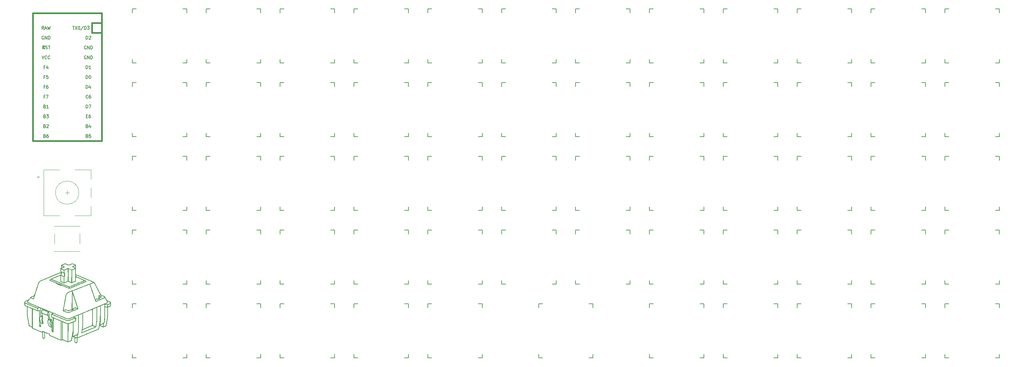
<source format=gbr>
G04 #@! TF.GenerationSoftware,KiCad,Pcbnew,(5.1.9)-1*
G04 #@! TF.CreationDate,2021-06-18T19:30:07-04:00*
G04 #@! TF.ProjectId,Mainpcb,4d61696e-7063-4622-9e6b-696361645f70,rev?*
G04 #@! TF.SameCoordinates,Original*
G04 #@! TF.FileFunction,Legend,Top*
G04 #@! TF.FilePolarity,Positive*
%FSLAX46Y46*%
G04 Gerber Fmt 4.6, Leading zero omitted, Abs format (unit mm)*
G04 Created by KiCad (PCBNEW (5.1.9)-1) date 2021-06-18 19:30:07*
%MOMM*%
%LPD*%
G01*
G04 APERTURE LIST*
%ADD10C,0.010000*%
%ADD11C,0.120000*%
%ADD12C,0.150000*%
%ADD13C,0.381000*%
G04 APERTURE END LIST*
D10*
G36*
X32247193Y-89714584D02*
G01*
X32252155Y-89715757D01*
X32272125Y-89722923D01*
X32310329Y-89737868D01*
X32362143Y-89758738D01*
X32422944Y-89783682D01*
X32457583Y-89798067D01*
X32604823Y-89859684D01*
X32730239Y-89912642D01*
X32835045Y-89957483D01*
X32920454Y-89994743D01*
X32987680Y-90024964D01*
X33037935Y-90048685D01*
X33072433Y-90066444D01*
X33092386Y-90078782D01*
X33096304Y-90082060D01*
X33101803Y-90088182D01*
X33106463Y-90096332D01*
X33110383Y-90108566D01*
X33113664Y-90126940D01*
X33116407Y-90153507D01*
X33118712Y-90190326D01*
X33120678Y-90239450D01*
X33122407Y-90302936D01*
X33124000Y-90382840D01*
X33125555Y-90481216D01*
X33127174Y-90600121D01*
X33128957Y-90741610D01*
X33129109Y-90753887D01*
X33130841Y-90904652D01*
X33132505Y-91069482D01*
X33134055Y-91242432D01*
X33135446Y-91417558D01*
X33136631Y-91588918D01*
X33137567Y-91750567D01*
X33138205Y-91896562D01*
X33138411Y-91966682D01*
X33139712Y-92531792D01*
X33183675Y-92552756D01*
X33212118Y-92565776D01*
X33258198Y-92586226D01*
X33318560Y-92612666D01*
X33389849Y-92643657D01*
X33468710Y-92677761D01*
X33551788Y-92713538D01*
X33635729Y-92749549D01*
X33717177Y-92784355D01*
X33792778Y-92816516D01*
X33859177Y-92844594D01*
X33913018Y-92867150D01*
X33950948Y-92882743D01*
X33969611Y-92889936D01*
X33969889Y-92890022D01*
X33989802Y-92897532D01*
X34028693Y-92913437D01*
X34082826Y-92936164D01*
X34148467Y-92964138D01*
X34221879Y-92995786D01*
X34255143Y-93010235D01*
X34345574Y-93049515D01*
X34443689Y-93091974D01*
X34541896Y-93134337D01*
X34632603Y-93173330D01*
X34708220Y-93205679D01*
X34708608Y-93205845D01*
X34782816Y-93237703D01*
X34857593Y-93270211D01*
X34926369Y-93300485D01*
X34982570Y-93325639D01*
X35006265Y-93336490D01*
X35062986Y-93361623D01*
X35122205Y-93385936D01*
X35172503Y-93404769D01*
X35179295Y-93407075D01*
X35216185Y-93420576D01*
X35269905Y-93441866D01*
X35334659Y-93468572D01*
X35404651Y-93498319D01*
X35445945Y-93516286D01*
X35618066Y-93591811D01*
X35769090Y-93657913D01*
X35900580Y-93715266D01*
X36014098Y-93764541D01*
X36111203Y-93806411D01*
X36193460Y-93841547D01*
X36262428Y-93870623D01*
X36319670Y-93894311D01*
X36366747Y-93913282D01*
X36382925Y-93919639D01*
X36520641Y-93973412D01*
X36639669Y-94020173D01*
X36744494Y-94061760D01*
X36839601Y-94100011D01*
X36929473Y-94136763D01*
X37018597Y-94173855D01*
X37111455Y-94213124D01*
X37212533Y-94256408D01*
X37326316Y-94305545D01*
X37356509Y-94318629D01*
X37447925Y-94358018D01*
X37536915Y-94395913D01*
X37619548Y-94430672D01*
X37691894Y-94460657D01*
X37750023Y-94484226D01*
X37790005Y-94499741D01*
X37794521Y-94501390D01*
X37846264Y-94521493D01*
X37880468Y-94539443D01*
X37903593Y-94559364D01*
X37919555Y-94581233D01*
X37942439Y-94619509D01*
X37970403Y-94668761D01*
X38001084Y-94724521D01*
X38032118Y-94782320D01*
X38061143Y-94837690D01*
X38085796Y-94886163D01*
X38103714Y-94923269D01*
X38112533Y-94944541D01*
X38113052Y-94947138D01*
X38118685Y-94963907D01*
X38133962Y-94997267D01*
X38156448Y-95042144D01*
X38179679Y-95086046D01*
X38240423Y-95198750D01*
X38301444Y-95312939D01*
X38361264Y-95425775D01*
X38418406Y-95534423D01*
X38471392Y-95636044D01*
X38518743Y-95727801D01*
X38558981Y-95806857D01*
X38590630Y-95870375D01*
X38612210Y-95915518D01*
X38615248Y-95922226D01*
X38638647Y-95972822D01*
X38660991Y-96017986D01*
X38678668Y-96050531D01*
X38683793Y-96058652D01*
X38698338Y-96082696D01*
X38720336Y-96122686D01*
X38746358Y-96172275D01*
X38764220Y-96207480D01*
X38793718Y-96265455D01*
X38830477Y-96336218D01*
X38869811Y-96410819D01*
X38907035Y-96480307D01*
X38907048Y-96480332D01*
X38931809Y-96526710D01*
X38966006Y-96591674D01*
X39007813Y-96671711D01*
X39055403Y-96763306D01*
X39106953Y-96862943D01*
X39160635Y-96967109D01*
X39214624Y-97072288D01*
X39221180Y-97085090D01*
X39274676Y-97189188D01*
X39327811Y-97291843D01*
X39378820Y-97389695D01*
X39425937Y-97479386D01*
X39467396Y-97557558D01*
X39501433Y-97620852D01*
X39526281Y-97665910D01*
X39529209Y-97671068D01*
X39553490Y-97714080D01*
X39573199Y-97747859D01*
X39591501Y-97774641D01*
X39611561Y-97796660D01*
X39636544Y-97816155D01*
X39669613Y-97835359D01*
X39713935Y-97856511D01*
X39772672Y-97881845D01*
X39848991Y-97913598D01*
X39905900Y-97937228D01*
X39982914Y-97969462D01*
X40063186Y-98003326D01*
X40139185Y-98035627D01*
X40203383Y-98063171D01*
X40227651Y-98073702D01*
X40292523Y-98101454D01*
X40362331Y-98130429D01*
X40425984Y-98156054D01*
X40451369Y-98165927D01*
X40491064Y-98181810D01*
X40525939Y-98198236D01*
X40557446Y-98217216D01*
X40587037Y-98240758D01*
X40616166Y-98270871D01*
X40646285Y-98309563D01*
X40678845Y-98358843D01*
X40715301Y-98420721D01*
X40757103Y-98497205D01*
X40805706Y-98590304D01*
X40862561Y-98702026D01*
X40916453Y-98809132D01*
X40965832Y-98906639D01*
X41012493Y-98997098D01*
X41055085Y-99078007D01*
X41092255Y-99146864D01*
X41122651Y-99201168D01*
X41144920Y-99238415D01*
X41157711Y-99256105D01*
X41158290Y-99256604D01*
X41177573Y-99267710D01*
X41216156Y-99286661D01*
X41270425Y-99311804D01*
X41336766Y-99341483D01*
X41411568Y-99374045D01*
X41457570Y-99393669D01*
X41595075Y-99452213D01*
X41711240Y-99502442D01*
X41807783Y-99545177D01*
X41886426Y-99581242D01*
X41948888Y-99611459D01*
X41996889Y-99636650D01*
X42032149Y-99657638D01*
X42056386Y-99675244D01*
X42066753Y-99684950D01*
X42087733Y-99707263D01*
X42104519Y-99726508D01*
X42117578Y-99745646D01*
X42127377Y-99767636D01*
X42134381Y-99795441D01*
X42139059Y-99832021D01*
X42141875Y-99880335D01*
X42143298Y-99943345D01*
X42143792Y-100024012D01*
X42143825Y-100125295D01*
X42143814Y-100173995D01*
X42143814Y-100563116D01*
X42093482Y-100659859D01*
X42068191Y-100706092D01*
X42044521Y-100745242D01*
X42026452Y-100770863D01*
X42022169Y-100775457D01*
X41994987Y-100792387D01*
X41944134Y-100815573D01*
X41869537Y-100845044D01*
X41771121Y-100880829D01*
X41648812Y-100922957D01*
X41638326Y-100926490D01*
X41574584Y-100948487D01*
X41518036Y-100969028D01*
X41473450Y-100986303D01*
X41445595Y-100998504D01*
X41439889Y-101001783D01*
X41436160Y-101005670D01*
X41432874Y-101012556D01*
X41429997Y-101023962D01*
X41427494Y-101041412D01*
X41425332Y-101066428D01*
X41423478Y-101100535D01*
X41421897Y-101145253D01*
X41420557Y-101202108D01*
X41419422Y-101272621D01*
X41418461Y-101358315D01*
X41417637Y-101460713D01*
X41416919Y-101581338D01*
X41416272Y-101721714D01*
X41415663Y-101883362D01*
X41415057Y-102067806D01*
X41414859Y-102131697D01*
X41411441Y-103245810D01*
X41356394Y-103605478D01*
X41339779Y-103714173D01*
X41320556Y-103840144D01*
X41299829Y-103976140D01*
X41278704Y-104114911D01*
X41258284Y-104249207D01*
X41239674Y-104371779D01*
X41238332Y-104380625D01*
X41212109Y-104552093D01*
X41186025Y-104719929D01*
X41160387Y-104882308D01*
X41135504Y-105037409D01*
X41111683Y-105183408D01*
X41089231Y-105318484D01*
X41068456Y-105440812D01*
X41049667Y-105548571D01*
X41033170Y-105639937D01*
X41019273Y-105713089D01*
X41008284Y-105766202D01*
X41000510Y-105797455D01*
X40998074Y-105804038D01*
X40986045Y-105824596D01*
X40971058Y-105843303D01*
X40950904Y-105861175D01*
X40923374Y-105879230D01*
X40886259Y-105898485D01*
X40837352Y-105919957D01*
X40774444Y-105944665D01*
X40695326Y-105973624D01*
X40597790Y-106007852D01*
X40479627Y-106048366D01*
X40433837Y-106063932D01*
X40119124Y-106170756D01*
X39962548Y-106092981D01*
X39887156Y-106054686D01*
X39802253Y-106010214D01*
X39718985Y-105965469D01*
X39657144Y-105931250D01*
X39587490Y-105892615D01*
X39511043Y-105851276D01*
X39437557Y-105812455D01*
X39382141Y-105784048D01*
X39255967Y-105720805D01*
X39243199Y-105780339D01*
X39238226Y-105807813D01*
X39230455Y-105856153D01*
X39220443Y-105921645D01*
X39208745Y-106000580D01*
X39195919Y-106089243D01*
X39182520Y-106183925D01*
X39179612Y-106204756D01*
X39166269Y-106298945D01*
X39153409Y-106386736D01*
X39141570Y-106464668D01*
X39131292Y-106529284D01*
X39123117Y-106577123D01*
X39117583Y-106604726D01*
X39116656Y-106608122D01*
X39106320Y-106633508D01*
X39090621Y-106655845D01*
X39066422Y-106677178D01*
X39030581Y-106699553D01*
X38979959Y-106725016D01*
X38911417Y-106755612D01*
X38850991Y-106781221D01*
X38691021Y-106848172D01*
X38551321Y-106906625D01*
X38429282Y-106957670D01*
X38322297Y-107002396D01*
X38227758Y-107041891D01*
X38143058Y-107077245D01*
X38065589Y-107109547D01*
X37992743Y-107139886D01*
X37921911Y-107169351D01*
X37858804Y-107195576D01*
X37779777Y-107228483D01*
X37683447Y-107268722D01*
X37575358Y-107313971D01*
X37461053Y-107361906D01*
X37346077Y-107410203D01*
X37235974Y-107456539D01*
X37207681Y-107468462D01*
X37108439Y-107510057D01*
X37010364Y-107550715D01*
X36917363Y-107588847D01*
X36833342Y-107622870D01*
X36762206Y-107651195D01*
X36707860Y-107672236D01*
X36686782Y-107680043D01*
X36638156Y-107698324D01*
X36571752Y-107724406D01*
X36492566Y-107756265D01*
X36405598Y-107791878D01*
X36315845Y-107829223D01*
X36258901Y-107853245D01*
X36091136Y-107924314D01*
X35938143Y-107988869D01*
X35800885Y-108046512D01*
X35680325Y-108096843D01*
X35577427Y-108139464D01*
X35493154Y-108173977D01*
X35428469Y-108199984D01*
X35384337Y-108217086D01*
X35361719Y-108224885D01*
X35359233Y-108225351D01*
X35343105Y-108230169D01*
X35305788Y-108244189D01*
X35248856Y-108266760D01*
X35173884Y-108297233D01*
X35082446Y-108334955D01*
X34976117Y-108379278D01*
X34856472Y-108429550D01*
X34725085Y-108485120D01*
X34583530Y-108545339D01*
X34547378Y-108560770D01*
X34456084Y-108599362D01*
X34362091Y-108638382D01*
X34270960Y-108675573D01*
X34188252Y-108708676D01*
X34119528Y-108735435D01*
X34088491Y-108747075D01*
X34040257Y-108765282D01*
X33980372Y-108788660D01*
X33912674Y-108815628D01*
X33840998Y-108844603D01*
X33769184Y-108874006D01*
X33701068Y-108902253D01*
X33640488Y-108927764D01*
X33591281Y-108948958D01*
X33557284Y-108964253D01*
X33542335Y-108972067D01*
X33542169Y-108972221D01*
X33541138Y-108984963D01*
X33539657Y-109019821D01*
X33537808Y-109074111D01*
X33535669Y-109145150D01*
X33533321Y-109230255D01*
X33530843Y-109326741D01*
X33528316Y-109431926D01*
X33527682Y-109459384D01*
X33516625Y-109943076D01*
X33485374Y-109992685D01*
X33466105Y-110024917D01*
X33439388Y-110071755D01*
X33409360Y-110125873D01*
X33390313Y-110160953D01*
X33361876Y-110211867D01*
X33335244Y-110256078D01*
X33313905Y-110287979D01*
X33303607Y-110300332D01*
X33259844Y-110324545D01*
X33210631Y-110326732D01*
X33169323Y-110310646D01*
X33148856Y-110292985D01*
X33116797Y-110259438D01*
X33076577Y-110213858D01*
X33031626Y-110160096D01*
X32998790Y-110119160D01*
X32866860Y-109951741D01*
X32866860Y-109409238D01*
X32968131Y-109409238D01*
X32968567Y-109512771D01*
X32968744Y-109533798D01*
X32972280Y-109918271D01*
X33090103Y-110070060D01*
X33131232Y-110122273D01*
X33167409Y-110166748D01*
X33195800Y-110200112D01*
X33213572Y-110218996D01*
X33217819Y-110221989D01*
X33231975Y-110213795D01*
X33254218Y-110193409D01*
X33258968Y-110188403D01*
X33279265Y-110160983D01*
X33304613Y-110119022D01*
X33330134Y-110070712D01*
X33334700Y-110061279D01*
X33358580Y-110012972D01*
X33381623Y-109969457D01*
X33399536Y-109938776D01*
X33402233Y-109934733D01*
X33408385Y-109924538D01*
X33413300Y-109911782D01*
X33417092Y-109893849D01*
X33419871Y-109868122D01*
X33421748Y-109831985D01*
X33422835Y-109782823D01*
X33423244Y-109718019D01*
X33423086Y-109634958D01*
X33422472Y-109531023D01*
X33422027Y-109470150D01*
X33418765Y-109038715D01*
X33381558Y-109029824D01*
X33357330Y-109022061D01*
X33315245Y-109006563D01*
X33260297Y-108985250D01*
X33197479Y-108960037D01*
X33164517Y-108946500D01*
X32984683Y-108872067D01*
X32974945Y-109010696D01*
X32972565Y-109059194D01*
X32970639Y-109127896D01*
X32969221Y-109212202D01*
X32968367Y-109307516D01*
X32968131Y-109409238D01*
X32866860Y-109409238D01*
X32866860Y-108821301D01*
X32827779Y-108801091D01*
X32794432Y-108786191D01*
X32748803Y-108768656D01*
X32713057Y-108756349D01*
X32669695Y-108741130D01*
X32612027Y-108719308D01*
X32548508Y-108694139D01*
X32502850Y-108675334D01*
X32368283Y-108618852D01*
X32294149Y-108654285D01*
X32255626Y-108673511D01*
X32227050Y-108689295D01*
X32214949Y-108697915D01*
X32211502Y-108711787D01*
X32204275Y-108746904D01*
X32193880Y-108800096D01*
X32180923Y-108868194D01*
X32166015Y-108948029D01*
X32149763Y-109036433D01*
X32146973Y-109051743D01*
X32121113Y-109191687D01*
X32098571Y-109308849D01*
X32078949Y-109404968D01*
X32061847Y-109481787D01*
X32046869Y-109541046D01*
X32033615Y-109584487D01*
X32021688Y-109613851D01*
X32016145Y-109623723D01*
X31993347Y-109645307D01*
X31950631Y-109672809D01*
X31891634Y-109704365D01*
X31819990Y-109738109D01*
X31739334Y-109772176D01*
X31688638Y-109791803D01*
X31625415Y-109816107D01*
X31550727Y-109845802D01*
X31475847Y-109876369D01*
X31434390Y-109893726D01*
X31344097Y-109931358D01*
X31272752Y-109959431D01*
X31216922Y-109979077D01*
X31173171Y-109991427D01*
X31138065Y-109997612D01*
X31115178Y-109998886D01*
X31100647Y-109997844D01*
X31081566Y-109994263D01*
X31056086Y-109987464D01*
X31022355Y-109976764D01*
X30978526Y-109961484D01*
X30922747Y-109940943D01*
X30853170Y-109914460D01*
X30767944Y-109881354D01*
X30665220Y-109840945D01*
X30543147Y-109792552D01*
X30404995Y-109737535D01*
X30322407Y-109704245D01*
X30233611Y-109667859D01*
X30146898Y-109631814D01*
X30070559Y-109599543D01*
X30036883Y-109585033D01*
X29969139Y-109556140D01*
X29899802Y-109527545D01*
X29836852Y-109502485D01*
X29788273Y-109484195D01*
X29786867Y-109483695D01*
X29694125Y-109450770D01*
X29596874Y-109494292D01*
X29520017Y-109526891D01*
X29453862Y-109549537D01*
X29393815Y-109561941D01*
X29335278Y-109563810D01*
X29273656Y-109554852D01*
X29204351Y-109534776D01*
X29122769Y-109503289D01*
X29024311Y-109460100D01*
X29018790Y-109457596D01*
X28959109Y-109431104D01*
X28882871Y-109398192D01*
X28796569Y-109361610D01*
X28706693Y-109324107D01*
X28619735Y-109288432D01*
X28612857Y-109285641D01*
X28479167Y-109231155D01*
X28353783Y-109179373D01*
X28231125Y-109127927D01*
X28105613Y-109074447D01*
X27971666Y-109016565D01*
X27823705Y-108951910D01*
X27738491Y-108914439D01*
X27654738Y-108877919D01*
X27571816Y-108842439D01*
X27494618Y-108810044D01*
X27428041Y-108782777D01*
X27376979Y-108762682D01*
X27360220Y-108756471D01*
X27306554Y-108736202D01*
X27239084Y-108709198D01*
X27166565Y-108679032D01*
X27099859Y-108650209D01*
X27028474Y-108618825D01*
X26944114Y-108582001D01*
X26856627Y-108544020D01*
X26775856Y-108509168D01*
X26764996Y-108504504D01*
X26688947Y-108471620D01*
X26607501Y-108435992D01*
X26529438Y-108401484D01*
X26463539Y-108371962D01*
X26451779Y-108366627D01*
X26395240Y-108340677D01*
X26357506Y-108322015D01*
X26334793Y-108307680D01*
X26323320Y-108294707D01*
X26319304Y-108280132D01*
X26318946Y-108262558D01*
X26321413Y-108228549D01*
X26327458Y-108180392D01*
X26335794Y-108128264D01*
X26336177Y-108126132D01*
X26344366Y-108073577D01*
X26346024Y-108040399D01*
X26341258Y-108022078D01*
X26338785Y-108018992D01*
X26331167Y-108013542D01*
X26315602Y-108005200D01*
X26290131Y-107993112D01*
X26252793Y-107976427D01*
X26201627Y-107954295D01*
X26134673Y-107925862D01*
X26049972Y-107890277D01*
X25945562Y-107846689D01*
X25865737Y-107813470D01*
X25820102Y-107795006D01*
X25758990Y-107770987D01*
X25690195Y-107744445D01*
X25621513Y-107718413D01*
X25617691Y-107716980D01*
X25542478Y-107688285D01*
X25460222Y-107656055D01*
X25381388Y-107624433D01*
X25321980Y-107599905D01*
X25269015Y-107577750D01*
X25224979Y-107559652D01*
X25194549Y-107547511D01*
X25182454Y-107543222D01*
X25181445Y-107555225D01*
X25180503Y-107589632D01*
X25179649Y-107644045D01*
X25178903Y-107716064D01*
X25178286Y-107803290D01*
X25177817Y-107903322D01*
X25177517Y-108013762D01*
X25177407Y-108132210D01*
X25177407Y-108730954D01*
X25076600Y-108924608D01*
X25036028Y-109001055D01*
X25003824Y-109057960D01*
X24978043Y-109098339D01*
X24956739Y-109125207D01*
X24937964Y-109141581D01*
X24935609Y-109143095D01*
X24906006Y-109159331D01*
X24884334Y-109167645D01*
X24881819Y-109167929D01*
X24857831Y-109157402D01*
X24822490Y-109126616D01*
X24776899Y-109076762D01*
X24722160Y-109009032D01*
X24668210Y-108936849D01*
X24557290Y-108783984D01*
X24555544Y-108086088D01*
X24555406Y-108047043D01*
X24668911Y-108047043D01*
X24668911Y-108761703D01*
X24727097Y-108843893D01*
X24778726Y-108916431D01*
X24818144Y-108970709D01*
X24847156Y-109008930D01*
X24867567Y-109033302D01*
X24881182Y-109046027D01*
X24889806Y-109049312D01*
X24893656Y-109047364D01*
X24903315Y-109032719D01*
X24921951Y-109000405D01*
X24947131Y-108954777D01*
X24976421Y-108900192D01*
X24985509Y-108882980D01*
X25066013Y-108729944D01*
X25062799Y-108111605D01*
X25059585Y-107493265D01*
X24873550Y-107412997D01*
X24810526Y-107386028D01*
X24755479Y-107362897D01*
X24712427Y-107345258D01*
X24685386Y-107334764D01*
X24678213Y-107332555D01*
X24676514Y-107344561D01*
X24674914Y-107379184D01*
X24673444Y-107434239D01*
X24672130Y-107507538D01*
X24671002Y-107596895D01*
X24670089Y-107700124D01*
X24669417Y-107815037D01*
X24669017Y-107939448D01*
X24668911Y-108047043D01*
X24555406Y-108047043D01*
X24555093Y-107959365D01*
X24554413Y-107842167D01*
X24553535Y-107736452D01*
X24552487Y-107644180D01*
X24551299Y-107567309D01*
X24550000Y-107507797D01*
X24548620Y-107467604D01*
X24547187Y-107448686D01*
X24546021Y-107450205D01*
X24539626Y-107489326D01*
X24532102Y-107519130D01*
X24528432Y-107527719D01*
X24506425Y-107541360D01*
X24467346Y-107538920D01*
X24410486Y-107520313D01*
X24388301Y-107510877D01*
X24350368Y-107494403D01*
X24292200Y-107469633D01*
X24216506Y-107437697D01*
X24125994Y-107399728D01*
X24023372Y-107356859D01*
X23911348Y-107310221D01*
X23792630Y-107260947D01*
X23669927Y-107210168D01*
X23589907Y-107177135D01*
X23519159Y-107147863D01*
X23431196Y-107111319D01*
X23331665Y-107069856D01*
X23226211Y-107025829D01*
X23120480Y-106981593D01*
X23025601Y-106941804D01*
X22870339Y-106876684D01*
X22736417Y-106820691D01*
X22622359Y-106773223D01*
X22526687Y-106733675D01*
X22447925Y-106701445D01*
X22384597Y-106675930D01*
X22335227Y-106656526D01*
X22298337Y-106642630D01*
X22272451Y-106633639D01*
X22267486Y-106632075D01*
X22185597Y-106603733D01*
X22106193Y-106570360D01*
X22035399Y-106534901D01*
X21979340Y-106500302D01*
X21957137Y-106482822D01*
X21923375Y-106448010D01*
X21900594Y-106410926D01*
X21887383Y-106367450D01*
X21977603Y-106367450D01*
X22014476Y-106401895D01*
X22041266Y-106420390D01*
X22088276Y-106445750D01*
X22152340Y-106476571D01*
X22230293Y-106511451D01*
X22318968Y-106548986D01*
X22415200Y-106587773D01*
X22515823Y-106626410D01*
X22548305Y-106638467D01*
X22592536Y-106654912D01*
X22637194Y-106671932D01*
X22684937Y-106690614D01*
X22738423Y-106712048D01*
X22800312Y-106737324D01*
X22873260Y-106767530D01*
X22959926Y-106803756D01*
X23062970Y-106847092D01*
X23185048Y-106898626D01*
X23242642Y-106922979D01*
X23314049Y-106953021D01*
X23403112Y-106990233D01*
X23504522Y-107032412D01*
X23612968Y-107077354D01*
X23723141Y-107122856D01*
X23829731Y-107166715D01*
X23852746Y-107176159D01*
X23949305Y-107215852D01*
X24043100Y-107254576D01*
X24130455Y-107290800D01*
X24207691Y-107322994D01*
X24271134Y-107349628D01*
X24317106Y-107369172D01*
X24332245Y-107375742D01*
X24377496Y-107395292D01*
X24413682Y-107410281D01*
X24435155Y-107418396D01*
X24438376Y-107419199D01*
X24441959Y-107407791D01*
X24444913Y-107377542D01*
X24446709Y-107334418D01*
X24446905Y-107323081D01*
X24448642Y-107272322D01*
X24452074Y-107227700D01*
X24456498Y-107198036D01*
X24457046Y-107195957D01*
X24460952Y-107183446D01*
X24466060Y-107173673D01*
X24474239Y-107167219D01*
X24487361Y-107164664D01*
X24507297Y-107166590D01*
X24535920Y-107173578D01*
X24575100Y-107186208D01*
X24626708Y-107205063D01*
X24692616Y-107230723D01*
X24774696Y-107263768D01*
X24874818Y-107304781D01*
X24994855Y-107354342D01*
X25078189Y-107388827D01*
X25153638Y-107420054D01*
X25226001Y-107450001D01*
X25290350Y-107476630D01*
X25341756Y-107497901D01*
X25375292Y-107511774D01*
X25375845Y-107512002D01*
X25419843Y-107530452D01*
X25476182Y-107554428D01*
X25534482Y-107579504D01*
X25549478Y-107586004D01*
X25611964Y-107611989D01*
X25684837Y-107640564D01*
X25754909Y-107666597D01*
X25772720Y-107672902D01*
X25816593Y-107688550D01*
X25863900Y-107706183D01*
X25917600Y-107726990D01*
X25980655Y-107752162D01*
X26056024Y-107782887D01*
X26146669Y-107820356D01*
X26255550Y-107865758D01*
X26323211Y-107894093D01*
X26445822Y-107945497D01*
X26439243Y-108097826D01*
X26436884Y-108163087D01*
X26436629Y-108207279D01*
X26438738Y-108234068D01*
X26443468Y-108247120D01*
X26449958Y-108250156D01*
X26465617Y-108256338D01*
X26467251Y-108260873D01*
X26477837Y-108270965D01*
X26504905Y-108285026D01*
X26526162Y-108293746D01*
X26550795Y-108303659D01*
X26595240Y-108322224D01*
X26656567Y-108348190D01*
X26731847Y-108380307D01*
X26818150Y-108417325D01*
X26912546Y-108457993D01*
X27012104Y-108501061D01*
X27019155Y-108504119D01*
X27121420Y-108548354D01*
X27220853Y-108591165D01*
X27314127Y-108631133D01*
X27397914Y-108666840D01*
X27468888Y-108696869D01*
X27523720Y-108719801D01*
X27558657Y-108734049D01*
X27632061Y-108763596D01*
X27724029Y-108801412D01*
X27830435Y-108845740D01*
X27947153Y-108894825D01*
X28070060Y-108946909D01*
X28195029Y-109000238D01*
X28317935Y-109053054D01*
X28434653Y-109103603D01*
X28541057Y-109150127D01*
X28633023Y-109190870D01*
X28656265Y-109201292D01*
X28720161Y-109229041D01*
X28786020Y-109255978D01*
X28844982Y-109278559D01*
X28879507Y-109290556D01*
X28926348Y-109307316D01*
X28987143Y-109331494D01*
X29053537Y-109359664D01*
X29108950Y-109384569D01*
X29164262Y-109409784D01*
X29212060Y-109430775D01*
X29247526Y-109445481D01*
X29265843Y-109451843D01*
X29266518Y-109451938D01*
X29278565Y-109442029D01*
X29287987Y-109416202D01*
X29288631Y-109412875D01*
X29289341Y-109396537D01*
X29289995Y-109356620D01*
X29290592Y-109294350D01*
X29291131Y-109210954D01*
X29291608Y-109107658D01*
X29292023Y-108985686D01*
X29292373Y-108846267D01*
X29292657Y-108690624D01*
X29292873Y-108519986D01*
X29293019Y-108335577D01*
X29293092Y-108138624D01*
X29293092Y-107930352D01*
X29293016Y-107711988D01*
X29292863Y-107484758D01*
X29292630Y-107249887D01*
X29292358Y-107040383D01*
X29406607Y-107040383D01*
X29406645Y-107281398D01*
X29406759Y-107515883D01*
X29406944Y-107742624D01*
X29407196Y-107960407D01*
X29407512Y-108168019D01*
X29407888Y-108364247D01*
X29408319Y-108547876D01*
X29408803Y-108717695D01*
X29409335Y-108872488D01*
X29409911Y-109011042D01*
X29410528Y-109132145D01*
X29411182Y-109234582D01*
X29411869Y-109317140D01*
X29412585Y-109378605D01*
X29413326Y-109417764D01*
X29414089Y-109433403D01*
X29414135Y-109433565D01*
X29419190Y-109444990D01*
X29426556Y-109450488D01*
X29440762Y-109449191D01*
X29466338Y-109440236D01*
X29507814Y-109422758D01*
X29536958Y-109410105D01*
X29636050Y-109367026D01*
X29636050Y-107087444D01*
X29743097Y-107087444D01*
X29743161Y-107287680D01*
X29743315Y-107487074D01*
X29743555Y-107683853D01*
X29743883Y-107876246D01*
X29744296Y-108062478D01*
X29744794Y-108240777D01*
X29745375Y-108409370D01*
X29746038Y-108566485D01*
X29746781Y-108710347D01*
X29747605Y-108839186D01*
X29748507Y-108951227D01*
X29749486Y-109044698D01*
X29750541Y-109117826D01*
X29751672Y-109168838D01*
X29752285Y-109185944D01*
X29760073Y-109358989D01*
X30014321Y-109465636D01*
X30106942Y-109504525D01*
X30209137Y-109547498D01*
X30312648Y-109591078D01*
X30409219Y-109631790D01*
X30485610Y-109664050D01*
X30556062Y-109693542D01*
X30632738Y-109725136D01*
X30712070Y-109757413D01*
X30790493Y-109788959D01*
X30864439Y-109818356D01*
X30930343Y-109844189D01*
X30984637Y-109865042D01*
X31023756Y-109879496D01*
X31044132Y-109886138D01*
X31045490Y-109886389D01*
X31056240Y-109877472D01*
X31060483Y-109868975D01*
X31063198Y-109849848D01*
X31065878Y-109807692D01*
X31068514Y-109744012D01*
X31071100Y-109660312D01*
X31073625Y-109558097D01*
X31075308Y-109476361D01*
X31184542Y-109476361D01*
X31184658Y-109587945D01*
X31185052Y-109684590D01*
X31185720Y-109764431D01*
X31186655Y-109825602D01*
X31187853Y-109866240D01*
X31189308Y-109884478D01*
X31189777Y-109885312D01*
X31205745Y-109878766D01*
X31237803Y-109865644D01*
X31279083Y-109848756D01*
X31280035Y-109848366D01*
X31327554Y-109829321D01*
X31388439Y-109805466D01*
X31452813Y-109780655D01*
X31483999Y-109768802D01*
X31554221Y-109741312D01*
X31628501Y-109710597D01*
X31702728Y-109678531D01*
X31772793Y-109646988D01*
X31834584Y-109617842D01*
X31883991Y-109592970D01*
X31916904Y-109574245D01*
X31926993Y-109566770D01*
X31934225Y-109555445D01*
X31942674Y-109533461D01*
X31952658Y-109499318D01*
X31964497Y-109451518D01*
X31978507Y-109388560D01*
X31995010Y-109308946D01*
X32014322Y-109211175D01*
X32036763Y-109093749D01*
X32062651Y-108955168D01*
X32092305Y-108793932D01*
X32098749Y-108758652D01*
X32118316Y-108651874D01*
X32135248Y-108560098D01*
X32519595Y-108560098D01*
X32530425Y-108568255D01*
X32560240Y-108583928D01*
X32605025Y-108605341D01*
X32660767Y-108630717D01*
X32723451Y-108658282D01*
X32789064Y-108686259D01*
X32853591Y-108712872D01*
X32913019Y-108736345D01*
X32945447Y-108748508D01*
X33007863Y-108771868D01*
X33074819Y-108797902D01*
X33142005Y-108824823D01*
X33205111Y-108850841D01*
X33259830Y-108874168D01*
X33301850Y-108893016D01*
X33326862Y-108905597D01*
X33331328Y-108908646D01*
X33351321Y-108919195D01*
X33364837Y-108905844D01*
X33367465Y-108898178D01*
X33372475Y-108875880D01*
X33372963Y-108873392D01*
X33476530Y-108873392D01*
X33479367Y-108879640D01*
X33491530Y-108878956D01*
X33516596Y-108870582D01*
X33558141Y-108853760D01*
X33603293Y-108834708D01*
X33658279Y-108811945D01*
X33710618Y-108791232D01*
X33752215Y-108775734D01*
X33766030Y-108771063D01*
X33796813Y-108760056D01*
X33848271Y-108740091D01*
X33918301Y-108712038D01*
X34004801Y-108676763D01*
X34105670Y-108635134D01*
X34218807Y-108588019D01*
X34342109Y-108536287D01*
X34473474Y-108480803D01*
X34610801Y-108422437D01*
X34621792Y-108417751D01*
X34714411Y-108378631D01*
X34809360Y-108339216D01*
X34901307Y-108301668D01*
X34984922Y-108268152D01*
X35054873Y-108240830D01*
X35093081Y-108226467D01*
X35168771Y-108197945D01*
X35251795Y-108165350D01*
X35331498Y-108132932D01*
X35390737Y-108107789D01*
X35449032Y-108082591D01*
X35523066Y-108051022D01*
X35605630Y-108016131D01*
X35689518Y-107980968D01*
X35744204Y-107958225D01*
X35829091Y-107922956D01*
X35921688Y-107884314D01*
X36013438Y-107845883D01*
X36095785Y-107811242D01*
X36135913Y-107794279D01*
X36204969Y-107765531D01*
X36273718Y-107737819D01*
X36335369Y-107713821D01*
X36383133Y-107696214D01*
X36393900Y-107692525D01*
X36444064Y-107674557D01*
X36506076Y-107650519D01*
X36569208Y-107624617D01*
X36591302Y-107615142D01*
X36657835Y-107586661D01*
X36733764Y-107554882D01*
X36805376Y-107525528D01*
X36823208Y-107518354D01*
X36889298Y-107491496D01*
X36961987Y-107461299D01*
X37028482Y-107433094D01*
X37046450Y-107425322D01*
X37081664Y-107410236D01*
X37136578Y-107387029D01*
X37207963Y-107357050D01*
X37292594Y-107321648D01*
X37387245Y-107282174D01*
X37488688Y-107239976D01*
X37593696Y-107196404D01*
X37610757Y-107189335D01*
X37729730Y-107139952D01*
X37857470Y-107086751D01*
X37988431Y-107032055D01*
X38117067Y-106978186D01*
X38237832Y-106927463D01*
X38345180Y-106882211D01*
X38410708Y-106854463D01*
X38503663Y-106815251D01*
X38595431Y-106776998D01*
X38681782Y-106741431D01*
X38758486Y-106710281D01*
X38821314Y-106685277D01*
X38866036Y-106668148D01*
X38869595Y-106666845D01*
X38921772Y-106646551D01*
X38966478Y-106626730D01*
X38997566Y-106610233D01*
X39007209Y-106603027D01*
X39011368Y-106597857D01*
X39015425Y-106590388D01*
X39019646Y-106579010D01*
X39024295Y-106562118D01*
X39029634Y-106538103D01*
X39035929Y-106505357D01*
X39043442Y-106462273D01*
X39052439Y-106407243D01*
X39063183Y-106338660D01*
X39075939Y-106254915D01*
X39090969Y-106154401D01*
X39108538Y-106035511D01*
X39128910Y-105896636D01*
X39152349Y-105736170D01*
X39167016Y-105635548D01*
X39357428Y-105635548D01*
X39365273Y-105645940D01*
X39386365Y-105661908D01*
X39422797Y-105684845D01*
X39476662Y-105716143D01*
X39550054Y-105757195D01*
X39566600Y-105766335D01*
X39688880Y-105833720D01*
X39791235Y-105889974D01*
X39875416Y-105936024D01*
X39943174Y-105972799D01*
X39996258Y-106001226D01*
X40036421Y-106022233D01*
X40065413Y-106036748D01*
X40084985Y-106045699D01*
X40096887Y-106050013D01*
X40102871Y-106050619D01*
X40102986Y-106050587D01*
X40108649Y-106037848D01*
X40116652Y-106007429D01*
X40222667Y-106007429D01*
X40224659Y-106023409D01*
X40229458Y-106029782D01*
X40231526Y-106030136D01*
X40247087Y-106026365D01*
X40280133Y-106016284D01*
X40324722Y-106001739D01*
X40346248Y-105994475D01*
X40404690Y-105974011D01*
X40474311Y-105948772D01*
X40550250Y-105920612D01*
X40627646Y-105891384D01*
X40701640Y-105862941D01*
X40767370Y-105837136D01*
X40819977Y-105815823D01*
X40854600Y-105800854D01*
X40856945Y-105799750D01*
X40887518Y-105781343D01*
X40906667Y-105762696D01*
X40908838Y-105758148D01*
X40916936Y-105724216D01*
X40927973Y-105669109D01*
X40942052Y-105592228D01*
X40959278Y-105492975D01*
X40979756Y-105370752D01*
X41003591Y-105224959D01*
X41020727Y-105118564D01*
X41040100Y-104997895D01*
X41062299Y-104859981D01*
X41086157Y-104712054D01*
X41110506Y-104561351D01*
X41134177Y-104415105D01*
X41156001Y-104280551D01*
X41162916Y-104237998D01*
X41181587Y-104122840D01*
X41200520Y-104005480D01*
X41218971Y-103890573D01*
X41236194Y-103782777D01*
X41251445Y-103686747D01*
X41263980Y-103607141D01*
X41270989Y-103562070D01*
X41304451Y-103345029D01*
X41309652Y-102247791D01*
X41310344Y-102083813D01*
X41310841Y-101926136D01*
X41311149Y-101776634D01*
X41311271Y-101637182D01*
X41311210Y-101509653D01*
X41310970Y-101395921D01*
X41310556Y-101297860D01*
X41309970Y-101217345D01*
X41309217Y-101156249D01*
X41308300Y-101116447D01*
X41307368Y-101100574D01*
X41299883Y-101050595D01*
X41239558Y-101054798D01*
X41189966Y-101054223D01*
X41125477Y-101046267D01*
X41044072Y-101030538D01*
X40943733Y-101006640D01*
X40822442Y-100974179D01*
X40812643Y-100971444D01*
X40644065Y-100924274D01*
X40637656Y-100975032D01*
X40636809Y-100993634D01*
X40635909Y-101035494D01*
X40634967Y-101099063D01*
X40633993Y-101182796D01*
X40633000Y-101285143D01*
X40631998Y-101404559D01*
X40631000Y-101539495D01*
X40630017Y-101688406D01*
X40629060Y-101849742D01*
X40628141Y-102021957D01*
X40627271Y-102203504D01*
X40626461Y-102392836D01*
X40625746Y-102582285D01*
X40624753Y-102831866D01*
X40623604Y-103064616D01*
X40622307Y-103279769D01*
X40620869Y-103476557D01*
X40619300Y-103654216D01*
X40617609Y-103811979D01*
X40615803Y-103949080D01*
X40613891Y-104064752D01*
X40611883Y-104158230D01*
X40609786Y-104228747D01*
X40607609Y-104275538D01*
X40606702Y-104287607D01*
X40588977Y-104448157D01*
X40566102Y-104599871D01*
X40538777Y-104739580D01*
X40507707Y-104864115D01*
X40473592Y-104970305D01*
X40437135Y-105054982D01*
X40436326Y-105056552D01*
X40411222Y-105105012D01*
X40387380Y-105150952D01*
X40369679Y-105184968D01*
X40368735Y-105186777D01*
X40360006Y-105211935D01*
X40348120Y-105258965D01*
X40333633Y-105325212D01*
X40317102Y-105408023D01*
X40299084Y-105504745D01*
X40283760Y-105591593D01*
X40263626Y-105709540D01*
X40247808Y-105805217D01*
X40236054Y-105880734D01*
X40228114Y-105938201D01*
X40223735Y-105979729D01*
X40222667Y-106007429D01*
X40116652Y-106007429D01*
X40117439Y-106004440D01*
X40128520Y-105954181D01*
X40141055Y-105890887D01*
X40154205Y-105818375D01*
X40155261Y-105812276D01*
X40170095Y-105723891D01*
X40184408Y-105634173D01*
X40197728Y-105546551D01*
X40209581Y-105464455D01*
X40219496Y-105391316D01*
X40226999Y-105330561D01*
X40231617Y-105285622D01*
X40232878Y-105259928D01*
X40232043Y-105255304D01*
X40220034Y-105259015D01*
X40188400Y-105271680D01*
X40140114Y-105292028D01*
X40078150Y-105318788D01*
X40005482Y-105350689D01*
X39925084Y-105386461D01*
X39923794Y-105387038D01*
X39835386Y-105426390D01*
X39747436Y-105465108D01*
X39664596Y-105501175D01*
X39591521Y-105532573D01*
X39532866Y-105557285D01*
X39500890Y-105570317D01*
X39448696Y-105591338D01*
X39403609Y-105610088D01*
X39371657Y-105624030D01*
X39360737Y-105629338D01*
X39357428Y-105635548D01*
X39167016Y-105635548D01*
X39174581Y-105583652D01*
X39184132Y-105518447D01*
X39353286Y-105518447D01*
X39356234Y-105520310D01*
X39366414Y-105518369D01*
X39385827Y-105511792D01*
X39416478Y-105499750D01*
X39460367Y-105481410D01*
X39519500Y-105455943D01*
X39595877Y-105422516D01*
X39691502Y-105380299D01*
X39768765Y-105346049D01*
X39890312Y-105292006D01*
X39991234Y-105246829D01*
X40073632Y-105209453D01*
X40139612Y-105178814D01*
X40191277Y-105153847D01*
X40230730Y-105133487D01*
X40260076Y-105116670D01*
X40281418Y-105102331D01*
X40296860Y-105089405D01*
X40308505Y-105076828D01*
X40313547Y-105070358D01*
X40345687Y-105015563D01*
X40377503Y-104938940D01*
X40407926Y-104843452D01*
X40435890Y-104732067D01*
X40436817Y-104727890D01*
X40449378Y-104670438D01*
X40460403Y-104617728D01*
X40470010Y-104567737D01*
X40478318Y-104518442D01*
X40485447Y-104467821D01*
X40491514Y-104413849D01*
X40496639Y-104354504D01*
X40500941Y-104287762D01*
X40504539Y-104211601D01*
X40507551Y-104123996D01*
X40510097Y-104022926D01*
X40512295Y-103906366D01*
X40514264Y-103772294D01*
X40516123Y-103618687D01*
X40517992Y-103443521D01*
X40519174Y-103326425D01*
X40521440Y-103086491D01*
X40523445Y-102846868D01*
X40525189Y-102609212D01*
X40526668Y-102375179D01*
X40527880Y-102146424D01*
X40528823Y-101924604D01*
X40529494Y-101711374D01*
X40529891Y-101508390D01*
X40530011Y-101317309D01*
X40529853Y-101139785D01*
X40529414Y-100977475D01*
X40528690Y-100832035D01*
X40528570Y-100816871D01*
X40630728Y-100816871D01*
X40888076Y-100886153D01*
X40968159Y-100907029D01*
X41043814Y-100925489D01*
X41110475Y-100940515D01*
X41163575Y-100951091D01*
X41198546Y-100956200D01*
X41204050Y-100956506D01*
X41242180Y-100955099D01*
X41265226Y-100946540D01*
X41282687Y-100927007D01*
X41284665Y-100924037D01*
X41294182Y-100896922D01*
X41301964Y-100850664D01*
X41307895Y-100790558D01*
X41311858Y-100721898D01*
X41313736Y-100649979D01*
X41313413Y-100580097D01*
X41310773Y-100517545D01*
X41305697Y-100467619D01*
X41298071Y-100435614D01*
X41295537Y-100430697D01*
X41279540Y-100414155D01*
X41252311Y-100398084D01*
X41223898Y-100386705D01*
X41412075Y-100386705D01*
X41412212Y-100588426D01*
X41412735Y-100660605D01*
X41414089Y-100727579D01*
X41416098Y-100783848D01*
X41418588Y-100823911D01*
X41420134Y-100837262D01*
X41426602Y-100867516D01*
X41436960Y-100879055D01*
X41458248Y-100877766D01*
X41466507Y-100876043D01*
X41492039Y-100869306D01*
X41535728Y-100856513D01*
X41592151Y-100839301D01*
X41655881Y-100819308D01*
X41678726Y-100812014D01*
X41765413Y-100783561D01*
X41831839Y-100759903D01*
X41881660Y-100739260D01*
X41918532Y-100719850D01*
X41946111Y-100699890D01*
X41968052Y-100677601D01*
X41976709Y-100666796D01*
X42000452Y-100631116D01*
X42018181Y-100592120D01*
X42030679Y-100545646D01*
X42038723Y-100487530D01*
X42043095Y-100413610D01*
X42044574Y-100319722D01*
X42044595Y-100304483D01*
X42044345Y-100236728D01*
X42043653Y-100178591D01*
X42042606Y-100134182D01*
X42041294Y-100107607D01*
X42040268Y-100101816D01*
X42028175Y-100106851D01*
X41997563Y-100120761D01*
X41952308Y-100141752D01*
X41896287Y-100168033D01*
X41857333Y-100186440D01*
X41787331Y-100218893D01*
X41716609Y-100250440D01*
X41651987Y-100278118D01*
X41600280Y-100298970D01*
X41585636Y-100304416D01*
X41535014Y-100323842D01*
X41488262Y-100343989D01*
X41454719Y-100360809D01*
X41452311Y-100362237D01*
X41412075Y-100386705D01*
X41223898Y-100386705D01*
X41211533Y-100381753D01*
X41154888Y-100364433D01*
X41080059Y-100345393D01*
X40984731Y-100323905D01*
X40899982Y-100306070D01*
X40828867Y-100291348D01*
X40764483Y-100277879D01*
X40711506Y-100266653D01*
X40674612Y-100258659D01*
X40660239Y-100255362D01*
X40630728Y-100247955D01*
X40630728Y-100816871D01*
X40528570Y-100816871D01*
X40527681Y-100705121D01*
X40526383Y-100598388D01*
X40524794Y-100513493D01*
X40523330Y-100462904D01*
X40520213Y-100382635D01*
X40517272Y-100324063D01*
X40514108Y-100284087D01*
X40510322Y-100259606D01*
X40505517Y-100247520D01*
X40499292Y-100244726D01*
X40495425Y-100245889D01*
X40474037Y-100254274D01*
X40437284Y-100267663D01*
X40395083Y-100282475D01*
X40363961Y-100294213D01*
X40313550Y-100314446D01*
X40247291Y-100341740D01*
X40168624Y-100374658D01*
X40080992Y-100411766D01*
X39987834Y-100451627D01*
X39936196Y-100473899D01*
X39845134Y-100513278D01*
X39761025Y-100549628D01*
X39686660Y-100581745D01*
X39624827Y-100608427D01*
X39578316Y-100628469D01*
X39549918Y-100640667D01*
X39542422Y-100643847D01*
X39540197Y-100649304D01*
X39538178Y-100664453D01*
X39536355Y-100690313D01*
X39534719Y-100727902D01*
X39533261Y-100778240D01*
X39531971Y-100842346D01*
X39530840Y-100921240D01*
X39529859Y-101015939D01*
X39529019Y-101127464D01*
X39528310Y-101256833D01*
X39527723Y-101405066D01*
X39527249Y-101573181D01*
X39526879Y-101762197D01*
X39526604Y-101973134D01*
X39526413Y-102207011D01*
X39526313Y-102419281D01*
X39526132Y-102713018D01*
X39525785Y-102983036D01*
X39525254Y-103230421D01*
X39524521Y-103456258D01*
X39523568Y-103661632D01*
X39522377Y-103847630D01*
X39520929Y-104015336D01*
X39519207Y-104165835D01*
X39517192Y-104300215D01*
X39514866Y-104419559D01*
X39512211Y-104524953D01*
X39509209Y-104617483D01*
X39505841Y-104698234D01*
X39502089Y-104768291D01*
X39497936Y-104828741D01*
X39493363Y-104880668D01*
X39488352Y-104925158D01*
X39483828Y-104957333D01*
X39461425Y-105091293D01*
X39437930Y-105212520D01*
X39414121Y-105317396D01*
X39390776Y-105402302D01*
X39383457Y-105424877D01*
X39369010Y-105467951D01*
X39358335Y-105500918D01*
X39353410Y-105517644D01*
X39353286Y-105518447D01*
X39184132Y-105518447D01*
X39192500Y-105461322D01*
X39210491Y-105339721D01*
X39228000Y-105222516D01*
X39244472Y-105113372D01*
X39249112Y-105082995D01*
X39353882Y-105082995D01*
X39355200Y-105098521D01*
X39357898Y-105098927D01*
X39361852Y-105084651D01*
X39366855Y-105053907D01*
X39369672Y-105031748D01*
X39372576Y-104999003D01*
X39370902Y-104990444D01*
X39366297Y-105000742D01*
X39360123Y-105026007D01*
X39355754Y-105056124D01*
X39353882Y-105082995D01*
X39249112Y-105082995D01*
X39259352Y-105015958D01*
X39272085Y-104933940D01*
X39282116Y-104870986D01*
X39285922Y-104847933D01*
X39297784Y-104777258D01*
X39312473Y-104689447D01*
X39328765Y-104591835D01*
X39345436Y-104491757D01*
X39361261Y-104396550D01*
X39362506Y-104389046D01*
X39408157Y-104113974D01*
X39412063Y-102406558D01*
X39415970Y-100699143D01*
X39313314Y-100742641D01*
X39267299Y-100761841D01*
X39204414Y-100787663D01*
X39130851Y-100817584D01*
X39052800Y-100849086D01*
X38993618Y-100872800D01*
X38919439Y-100902595D01*
X38847963Y-100931625D01*
X38784472Y-100957719D01*
X38734248Y-100978709D01*
X38705826Y-100990967D01*
X38635075Y-101022472D01*
X38626861Y-104473642D01*
X38505865Y-105180576D01*
X38476460Y-105352346D01*
X38450926Y-105501331D01*
X38428957Y-105629196D01*
X38410244Y-105737606D01*
X38394478Y-105828226D01*
X38381352Y-105902721D01*
X38370557Y-105962756D01*
X38361785Y-106009995D01*
X38354728Y-106046105D01*
X38349077Y-106072749D01*
X38344525Y-106091594D01*
X38340763Y-106104303D01*
X38337483Y-106112541D01*
X38334377Y-106117975D01*
X38331670Y-106121597D01*
X38317261Y-106130526D01*
X38282756Y-106147804D01*
X38230922Y-106172168D01*
X38164529Y-106202354D01*
X38086346Y-106237098D01*
X37999142Y-106275135D01*
X37933218Y-106303470D01*
X37833880Y-106345914D01*
X37734947Y-106388193D01*
X37640520Y-106428554D01*
X37554703Y-106465244D01*
X37481597Y-106496508D01*
X37425306Y-106520593D01*
X37406118Y-106528808D01*
X37339194Y-106556838D01*
X37268907Y-106585226D01*
X37204604Y-106610250D01*
X37164273Y-106625160D01*
X37098905Y-106649679D01*
X37011779Y-106684475D01*
X36903577Y-106729265D01*
X36774985Y-106783763D01*
X36626687Y-106847686D01*
X36581362Y-106867392D01*
X36518778Y-106894414D01*
X36441893Y-106927251D01*
X36359325Y-106962243D01*
X36279697Y-106995725D01*
X36258901Y-107004414D01*
X36127747Y-107059139D01*
X36016915Y-107105423D01*
X35923824Y-107144349D01*
X35845895Y-107177000D01*
X35780546Y-107204459D01*
X35725197Y-107227809D01*
X35677268Y-107248134D01*
X35634176Y-107266517D01*
X35620181Y-107272512D01*
X35563621Y-107296730D01*
X35492640Y-107327073D01*
X35415638Y-107359952D01*
X35341016Y-107391778D01*
X35328726Y-107397015D01*
X35252029Y-107429797D01*
X35168254Y-107465772D01*
X35087062Y-107500783D01*
X35018113Y-107530671D01*
X35012466Y-107533130D01*
X34903098Y-107579872D01*
X34809562Y-107617975D01*
X34733203Y-107646949D01*
X34675369Y-107666302D01*
X34637403Y-107675542D01*
X34622628Y-107675484D01*
X34607529Y-107656804D01*
X34603189Y-107624120D01*
X34605488Y-107596043D01*
X34612229Y-107544988D01*
X34614609Y-107529190D01*
X34716544Y-107529190D01*
X34716663Y-107538741D01*
X34718375Y-107542529D01*
X34721297Y-107543221D01*
X34721737Y-107543222D01*
X34734676Y-107538564D01*
X34767032Y-107525522D01*
X34815429Y-107505499D01*
X34876492Y-107479897D01*
X34946843Y-107450116D01*
X34979085Y-107436385D01*
X35059885Y-107401869D01*
X35139811Y-107367645D01*
X35213633Y-107335959D01*
X35276124Y-107309054D01*
X35322056Y-107289177D01*
X35328726Y-107286272D01*
X35373935Y-107266874D01*
X35435891Y-107240741D01*
X35508361Y-107210478D01*
X35585114Y-107178690D01*
X35638784Y-107156626D01*
X35723892Y-107121461D01*
X35817768Y-107082176D01*
X35911278Y-107042623D01*
X35995289Y-107006655D01*
X36029458Y-106991838D01*
X36153263Y-106938124D01*
X36276661Y-106885098D01*
X36396845Y-106833932D01*
X36511007Y-106785796D01*
X36616341Y-106741862D01*
X36710040Y-106703301D01*
X36789294Y-106671284D01*
X36851298Y-106646984D01*
X36891421Y-106632197D01*
X36945309Y-106612399D01*
X37011982Y-106586179D01*
X37081677Y-106557443D01*
X37127066Y-106537908D01*
X37172037Y-106518316D01*
X37235929Y-106490750D01*
X37314813Y-106456892D01*
X37404760Y-106418422D01*
X37501842Y-106377023D01*
X37602130Y-106334375D01*
X37660366Y-106309668D01*
X37755588Y-106269254D01*
X37845392Y-106231043D01*
X37926750Y-106196331D01*
X37996634Y-106166413D01*
X38052018Y-106142585D01*
X38089873Y-106126143D01*
X38105014Y-106119402D01*
X38152787Y-106097365D01*
X38005796Y-106027690D01*
X37876635Y-105966552D01*
X37768085Y-105915379D01*
X37678404Y-105873383D01*
X37605849Y-105839776D01*
X37548678Y-105813769D01*
X37505150Y-105794575D01*
X37473522Y-105781405D01*
X37452052Y-105773471D01*
X37438998Y-105769984D01*
X37435507Y-105769656D01*
X37425426Y-105770709D01*
X37410543Y-105774516D01*
X37388554Y-105782019D01*
X37357157Y-105794161D01*
X37314048Y-105811883D01*
X37256924Y-105836126D01*
X37183482Y-105867833D01*
X37091419Y-105907944D01*
X37007683Y-105944584D01*
X36929147Y-105978563D01*
X36848674Y-106012637D01*
X36772763Y-106044105D01*
X36707909Y-106070269D01*
X36669033Y-106085311D01*
X36608739Y-106108414D01*
X36548156Y-106132499D01*
X36496812Y-106153744D01*
X36478357Y-106161762D01*
X36440373Y-106178270D01*
X36386050Y-106201318D01*
X36322029Y-106228115D01*
X36254951Y-106255868D01*
X36240298Y-106261884D01*
X36174444Y-106289163D01*
X36111166Y-106315882D01*
X36056754Y-106339352D01*
X36017497Y-106356882D01*
X36010855Y-106359990D01*
X35965549Y-106381009D01*
X35907033Y-106407386D01*
X35838815Y-106437617D01*
X35764402Y-106470197D01*
X35687304Y-106503621D01*
X35611028Y-106536382D01*
X35539082Y-106566977D01*
X35474974Y-106593900D01*
X35422213Y-106615646D01*
X35384307Y-106630710D01*
X35364763Y-106637586D01*
X35363229Y-106637851D01*
X35347256Y-106642586D01*
X35312314Y-106655785D01*
X35262145Y-106675940D01*
X35200494Y-106701543D01*
X35131104Y-106731086D01*
X35120768Y-106735544D01*
X35031315Y-106774227D01*
X34962069Y-106804312D01*
X34910451Y-106827007D01*
X34873884Y-106843516D01*
X34849788Y-106855047D01*
X34835584Y-106862804D01*
X34828696Y-106867994D01*
X34826543Y-106871822D01*
X34826431Y-106873203D01*
X34824383Y-106887129D01*
X34818613Y-106922184D01*
X34809683Y-106975063D01*
X34798155Y-107042463D01*
X34784590Y-107121080D01*
X34770620Y-107201473D01*
X34753177Y-107301621D01*
X34739614Y-107380002D01*
X34729551Y-107439281D01*
X34722606Y-107482127D01*
X34718397Y-107511208D01*
X34716544Y-107529190D01*
X34614609Y-107529190D01*
X34623177Y-107472337D01*
X34638097Y-107379472D01*
X34656753Y-107267774D01*
X34678910Y-107138626D01*
X34704332Y-106993409D01*
X34732786Y-106833506D01*
X34751651Y-106728932D01*
X34853806Y-106728932D01*
X34863491Y-106735721D01*
X34887999Y-106729443D01*
X34930222Y-106710011D01*
X34936800Y-106706698D01*
X34973141Y-106689955D01*
X35025341Y-106668032D01*
X35085872Y-106644014D01*
X35136325Y-106624962D01*
X35206362Y-106598057D01*
X35287642Y-106565080D01*
X35369019Y-106530631D01*
X35426344Y-106505266D01*
X35499022Y-106472745D01*
X35579501Y-106437523D01*
X35656993Y-106404284D01*
X35710049Y-106382078D01*
X35776821Y-106353978D01*
X35855430Y-106319952D01*
X35935270Y-106284635D01*
X35995303Y-106257462D01*
X36065059Y-106226472D01*
X36148538Y-106190972D01*
X36236162Y-106154950D01*
X36318351Y-106122399D01*
X36333316Y-106116648D01*
X36381119Y-106098177D01*
X36431056Y-106078401D01*
X36485339Y-106056380D01*
X36546179Y-106031174D01*
X36615788Y-106001844D01*
X36696378Y-105967448D01*
X36790161Y-105927047D01*
X36899348Y-105879701D01*
X37026152Y-105824470D01*
X37172783Y-105760412D01*
X37219409Y-105740016D01*
X37272744Y-105715928D01*
X37318413Y-105693905D01*
X37351104Y-105676597D01*
X37364779Y-105667514D01*
X37367296Y-105652845D01*
X37369761Y-105615015D01*
X37372161Y-105555669D01*
X37374486Y-105476449D01*
X37376724Y-105379000D01*
X37378866Y-105264967D01*
X37380899Y-105135991D01*
X37382813Y-104993719D01*
X37384597Y-104839793D01*
X37386240Y-104675857D01*
X37387730Y-104503556D01*
X37389057Y-104324532D01*
X37390211Y-104140431D01*
X37391178Y-103952896D01*
X37391950Y-103763570D01*
X37392515Y-103574098D01*
X37392861Y-103386124D01*
X37392978Y-103201291D01*
X37392855Y-103021244D01*
X37392481Y-102847626D01*
X37391845Y-102682081D01*
X37390936Y-102526253D01*
X37389742Y-102381786D01*
X37388254Y-102250324D01*
X37387838Y-102219965D01*
X37378369Y-101553787D01*
X37333333Y-101573324D01*
X37301774Y-101586885D01*
X37255268Y-101606710D01*
X37201728Y-101629433D01*
X37176675Y-101640032D01*
X37123911Y-101662575D01*
X37056150Y-101691884D01*
X36981054Y-101724627D01*
X36906281Y-101757474D01*
X36884229Y-101767216D01*
X36818318Y-101796013D01*
X36756555Y-101822329D01*
X36704209Y-101843966D01*
X36666551Y-101858728D01*
X36654786Y-101862873D01*
X36628787Y-101872392D01*
X36584183Y-101889942D01*
X36525163Y-101913781D01*
X36455920Y-101942165D01*
X36380644Y-101973350D01*
X36303528Y-102005595D01*
X36228761Y-102037155D01*
X36160536Y-102066288D01*
X36103044Y-102091251D01*
X36066665Y-102107469D01*
X36003938Y-102135610D01*
X35928596Y-102168789D01*
X35844663Y-102205294D01*
X35756164Y-102243411D01*
X35667123Y-102281430D01*
X35581563Y-102317637D01*
X35503510Y-102350319D01*
X35436986Y-102377766D01*
X35386016Y-102398263D01*
X35359732Y-102408294D01*
X35310633Y-102426777D01*
X35251789Y-102450004D01*
X35188179Y-102475884D01*
X35124779Y-102502326D01*
X35066569Y-102527238D01*
X35018525Y-102548529D01*
X34985625Y-102564108D01*
X34975259Y-102569822D01*
X34964045Y-102579445D01*
X34976077Y-102582052D01*
X34979018Y-102582095D01*
X34982197Y-102582871D01*
X34985054Y-102585965D01*
X34987600Y-102592609D01*
X34989848Y-102604036D01*
X34991811Y-102621479D01*
X34993503Y-102646170D01*
X34994936Y-102679342D01*
X34996123Y-102722228D01*
X34997078Y-102776060D01*
X34997812Y-102842071D01*
X34998339Y-102921493D01*
X34998672Y-103015560D01*
X34998823Y-103125503D01*
X34998806Y-103252556D01*
X34998634Y-103397952D01*
X34998319Y-103562922D01*
X34997875Y-103748700D01*
X34997313Y-103956518D01*
X34996649Y-104187610D01*
X34996473Y-104247299D01*
X34995743Y-104486954D01*
X34995026Y-104703088D01*
X34994302Y-104896986D01*
X34993553Y-105069931D01*
X34992762Y-105223208D01*
X34991910Y-105358100D01*
X34990978Y-105475893D01*
X34989948Y-105577869D01*
X34988802Y-105665313D01*
X34987522Y-105739510D01*
X34986088Y-105801742D01*
X34984483Y-105853295D01*
X34982688Y-105895453D01*
X34980686Y-105929498D01*
X34978457Y-105956716D01*
X34975983Y-105978391D01*
X34973246Y-105995807D01*
X34971343Y-106005332D01*
X34960306Y-106062646D01*
X34949035Y-106131867D01*
X34939573Y-106200200D01*
X34937670Y-106216171D01*
X34931061Y-106267824D01*
X34921671Y-106332969D01*
X34910388Y-106406247D01*
X34898098Y-106482298D01*
X34885688Y-106555764D01*
X34874047Y-106621285D01*
X34864061Y-106673503D01*
X34856617Y-106707057D01*
X34856051Y-106709165D01*
X34853806Y-106728932D01*
X34751651Y-106728932D01*
X34764034Y-106660298D01*
X34797843Y-106475167D01*
X34810127Y-106408408D01*
X34906158Y-105887509D01*
X34910683Y-104399228D01*
X34911197Y-104205895D01*
X34911555Y-104017349D01*
X34911760Y-103835319D01*
X34911818Y-103661532D01*
X34911731Y-103497718D01*
X34911505Y-103345603D01*
X34911143Y-103206916D01*
X34910649Y-103083386D01*
X34910027Y-102976739D01*
X34909282Y-102888704D01*
X34908417Y-102821010D01*
X34907437Y-102775384D01*
X34906814Y-102759646D01*
X34898420Y-102608345D01*
X34828319Y-102634268D01*
X34796011Y-102646980D01*
X34745508Y-102667794D01*
X34681312Y-102694811D01*
X34607926Y-102726129D01*
X34529853Y-102759851D01*
X34503970Y-102771120D01*
X34419130Y-102807724D01*
X34331624Y-102844755D01*
X34247557Y-102879681D01*
X34173033Y-102909968D01*
X34114159Y-102933084D01*
X34107095Y-102935762D01*
X34047692Y-102958212D01*
X33993065Y-102979002D01*
X33949484Y-102995736D01*
X33924160Y-103005640D01*
X33883853Y-103021805D01*
X33882751Y-104405048D01*
X33882303Y-104770850D01*
X33881557Y-105112117D01*
X33880510Y-105429116D01*
X33879159Y-105722115D01*
X33877500Y-105991383D01*
X33875529Y-106237185D01*
X33873242Y-106459791D01*
X33870636Y-106659467D01*
X33867708Y-106836481D01*
X33864452Y-106991102D01*
X33860867Y-107123597D01*
X33856948Y-107234232D01*
X33852691Y-107323277D01*
X33848094Y-107390999D01*
X33843151Y-107437665D01*
X33841132Y-107450205D01*
X33812587Y-107591577D01*
X33783346Y-107711745D01*
X33752262Y-107814302D01*
X33718185Y-107902844D01*
X33679968Y-107980965D01*
X33661228Y-108013489D01*
X33646806Y-108037787D01*
X33634891Y-108060031D01*
X33624700Y-108083380D01*
X33615448Y-108110991D01*
X33606351Y-108146021D01*
X33596625Y-108191627D01*
X33585486Y-108250968D01*
X33572151Y-108327200D01*
X33555835Y-108423480D01*
X33548310Y-108468244D01*
X33532470Y-108561985D01*
X33517682Y-108648456D01*
X33504508Y-108724447D01*
X33493512Y-108786746D01*
X33485256Y-108832144D01*
X33480304Y-108857429D01*
X33479444Y-108860971D01*
X33476530Y-108873392D01*
X33372963Y-108873392D01*
X33380766Y-108833618D01*
X33391678Y-108775198D01*
X33404546Y-108704427D01*
X33418709Y-108625108D01*
X33433504Y-108541048D01*
X33448269Y-108456052D01*
X33462341Y-108373926D01*
X33475057Y-108298475D01*
X33485755Y-108233505D01*
X33493773Y-108182820D01*
X33498448Y-108150227D01*
X33499380Y-108140484D01*
X33489103Y-108139163D01*
X33461777Y-108147055D01*
X33422662Y-108162530D01*
X33409463Y-108168385D01*
X33358775Y-108190584D01*
X33309675Y-108210717D01*
X33272177Y-108224689D01*
X33269937Y-108225432D01*
X33232941Y-108239050D01*
X33176741Y-108261780D01*
X33104597Y-108292217D01*
X33019769Y-108328954D01*
X32925516Y-108370586D01*
X32825101Y-108415707D01*
X32761441Y-108444697D01*
X32699745Y-108472779D01*
X32642814Y-108498403D01*
X32596075Y-108519146D01*
X32564957Y-108532585D01*
X32559902Y-108534661D01*
X32533063Y-108547792D01*
X32519874Y-108558894D01*
X32519595Y-108560098D01*
X32135248Y-108560098D01*
X32139534Y-108536868D01*
X32146109Y-108501428D01*
X32348984Y-108501428D01*
X32357802Y-108503732D01*
X32382877Y-108496108D01*
X32391726Y-108492937D01*
X32420861Y-108481521D01*
X32466716Y-108462536D01*
X32523345Y-108438485D01*
X32584800Y-108411869D01*
X32594009Y-108407836D01*
X32662521Y-108377574D01*
X32733597Y-108345832D01*
X32798722Y-108316430D01*
X32848257Y-108293715D01*
X32910616Y-108266239D01*
X32981987Y-108237037D01*
X33047790Y-108212055D01*
X33052896Y-108210233D01*
X33113314Y-108187332D01*
X33182921Y-108158546D01*
X33257441Y-108125902D01*
X33332601Y-108091427D01*
X33404127Y-108057146D01*
X33467745Y-108025087D01*
X33519181Y-107997277D01*
X33554160Y-107975742D01*
X33564482Y-107967645D01*
X33590086Y-107933572D01*
X33618133Y-107878979D01*
X33647000Y-107807812D01*
X33675068Y-107724021D01*
X33697957Y-107642441D01*
X33713627Y-107577376D01*
X33727160Y-107511530D01*
X33738772Y-107442314D01*
X33748681Y-107367143D01*
X33757101Y-107283430D01*
X33764251Y-107188589D01*
X33770345Y-107080032D01*
X33775601Y-106955173D01*
X33780234Y-106811425D01*
X33784462Y-106646202D01*
X33785631Y-106594443D01*
X33787184Y-106511151D01*
X33788587Y-106410253D01*
X33789840Y-106293432D01*
X33790948Y-106162373D01*
X33791910Y-106018759D01*
X33792729Y-105864273D01*
X33793407Y-105700600D01*
X33793946Y-105529423D01*
X33794347Y-105352426D01*
X33794613Y-105171292D01*
X33794745Y-104987705D01*
X33794746Y-104803349D01*
X33794617Y-104619907D01*
X33794360Y-104439064D01*
X33793978Y-104262502D01*
X33793471Y-104091906D01*
X33792842Y-103928958D01*
X33792092Y-103775344D01*
X33791225Y-103632746D01*
X33790241Y-103502848D01*
X33789142Y-103387334D01*
X33787931Y-103287888D01*
X33786609Y-103206193D01*
X33785178Y-103143932D01*
X33783640Y-103102790D01*
X33781997Y-103084451D01*
X33781674Y-103083684D01*
X33768189Y-103085818D01*
X33735339Y-103096782D01*
X33686417Y-103115305D01*
X33624711Y-103140115D01*
X33553512Y-103169939D01*
X33508822Y-103189182D01*
X33411981Y-103230917D01*
X33302601Y-103277440D01*
X33189563Y-103325014D01*
X33081748Y-103369899D01*
X32990884Y-103407201D01*
X32736636Y-103510564D01*
X32817251Y-103546418D01*
X32873012Y-103570299D01*
X32933737Y-103594927D01*
X32973894Y-103610335D01*
X33048848Y-103644481D01*
X33101066Y-103683794D01*
X33132353Y-103729835D01*
X33140355Y-103754306D01*
X33143632Y-103780378D01*
X33146662Y-103827187D01*
X33149301Y-103890666D01*
X33151400Y-103966748D01*
X33152814Y-104051367D01*
X33153319Y-104113974D01*
X33153474Y-104221804D01*
X33152431Y-104308067D01*
X33149522Y-104375998D01*
X33144079Y-104428829D01*
X33135434Y-104469794D01*
X33122920Y-104502125D01*
X33105868Y-104529056D01*
X33083612Y-104553819D01*
X33057509Y-104577868D01*
X33036491Y-104594897D01*
X33011230Y-104611987D01*
X32978953Y-104630491D01*
X32936883Y-104651760D01*
X32882245Y-104677148D01*
X32812265Y-104708005D01*
X32724167Y-104745685D01*
X32642265Y-104780188D01*
X32523089Y-104830180D01*
X32514284Y-106146393D01*
X32512609Y-106385885D01*
X32510925Y-106602039D01*
X32509192Y-106796323D01*
X32507370Y-106970204D01*
X32505418Y-107125150D01*
X32503296Y-107262627D01*
X32500964Y-107384103D01*
X32498382Y-107491045D01*
X32495510Y-107584921D01*
X32492308Y-107667197D01*
X32488735Y-107739342D01*
X32484752Y-107802821D01*
X32480318Y-107859103D01*
X32475393Y-107909655D01*
X32469937Y-107955944D01*
X32463910Y-107999438D01*
X32463511Y-108002109D01*
X32452946Y-108062512D01*
X32437236Y-108139581D01*
X32418044Y-108226131D01*
X32397031Y-108314976D01*
X32375862Y-108398930D01*
X32356198Y-108470807D01*
X32350940Y-108488613D01*
X32348984Y-108501428D01*
X32146109Y-108501428D01*
X32161087Y-108420712D01*
X32181659Y-108310486D01*
X32182866Y-108304064D01*
X32285732Y-108304064D01*
X32287931Y-108311946D01*
X32294046Y-108301447D01*
X32303029Y-108275412D01*
X32313835Y-108236684D01*
X32325417Y-108188106D01*
X32332101Y-108156429D01*
X32343722Y-108093711D01*
X32354819Y-108025064D01*
X32364776Y-107955442D01*
X32372981Y-107889801D01*
X32378821Y-107833096D01*
X32381681Y-107790280D01*
X32380950Y-107766310D01*
X32380567Y-107764860D01*
X32377383Y-107772536D01*
X32370911Y-107800719D01*
X32361866Y-107845439D01*
X32350966Y-107902725D01*
X32338929Y-107968605D01*
X32326469Y-108039109D01*
X32314305Y-108110264D01*
X32303154Y-108178100D01*
X32293731Y-108238645D01*
X32288493Y-108274960D01*
X32285732Y-108304064D01*
X32182866Y-108304064D01*
X32199935Y-108213268D01*
X32209401Y-108163339D01*
X32225156Y-108079377D01*
X32240266Y-107996615D01*
X32253724Y-107920736D01*
X32264524Y-107857418D01*
X32271659Y-107812344D01*
X32272016Y-107809873D01*
X32278055Y-107770808D01*
X32287767Y-107711758D01*
X32300397Y-107637142D01*
X32315191Y-107551379D01*
X32331392Y-107458891D01*
X32347095Y-107370526D01*
X32407974Y-107030398D01*
X32407784Y-105975262D01*
X32407643Y-105815436D01*
X32407289Y-105662613D01*
X32406740Y-105518627D01*
X32406012Y-105385315D01*
X32405123Y-105264511D01*
X32404090Y-105158050D01*
X32402930Y-105067769D01*
X32401660Y-104995503D01*
X32400297Y-104943087D01*
X32398859Y-104912356D01*
X32397816Y-104904731D01*
X32387318Y-104900864D01*
X32363730Y-104904989D01*
X32324442Y-104917902D01*
X32266841Y-104940400D01*
X32227474Y-104956700D01*
X32073825Y-105020685D01*
X31940363Y-105075118D01*
X31824733Y-105120797D01*
X31724580Y-105158524D01*
X31637550Y-105189096D01*
X31561288Y-105213315D01*
X31493439Y-105231978D01*
X31431650Y-105245887D01*
X31373564Y-105255839D01*
X31330616Y-105261232D01*
X31282436Y-105267060D01*
X31244421Y-105272892D01*
X31222770Y-105277731D01*
X31220222Y-105278988D01*
X31219242Y-105292029D01*
X31218130Y-105328261D01*
X31216906Y-105386069D01*
X31215590Y-105463840D01*
X31214201Y-105559961D01*
X31212759Y-105672816D01*
X31211283Y-105800792D01*
X31209793Y-105942276D01*
X31208308Y-106095653D01*
X31206848Y-106259311D01*
X31205433Y-106431634D01*
X31204081Y-106611009D01*
X31204045Y-106615953D01*
X31202558Y-106822171D01*
X31200978Y-107039816D01*
X31199331Y-107265271D01*
X31197645Y-107494917D01*
X31195946Y-107725137D01*
X31194262Y-107952312D01*
X31192618Y-108172825D01*
X31191042Y-108383056D01*
X31189561Y-108579389D01*
X31188201Y-108758204D01*
X31186990Y-108915884D01*
X31186974Y-108917929D01*
X31185921Y-109070622D01*
X31185168Y-109215834D01*
X31184710Y-109351703D01*
X31184542Y-109476361D01*
X31075308Y-109476361D01*
X31076081Y-109438872D01*
X31078461Y-109304139D01*
X31080755Y-109155404D01*
X31082956Y-108994171D01*
X31085054Y-108821944D01*
X31087042Y-108640228D01*
X31088910Y-108450526D01*
X31090651Y-108254344D01*
X31092255Y-108053185D01*
X31093715Y-107848553D01*
X31095023Y-107641954D01*
X31096168Y-107434891D01*
X31097144Y-107228868D01*
X31097942Y-107025390D01*
X31098553Y-106825961D01*
X31098968Y-106632086D01*
X31099181Y-106445269D01*
X31099181Y-106267013D01*
X31098960Y-106098824D01*
X31098511Y-105942206D01*
X31097824Y-105798662D01*
X31096891Y-105669698D01*
X31095704Y-105556817D01*
X31094254Y-105461524D01*
X31092533Y-105385324D01*
X31090533Y-105329719D01*
X31088244Y-105296216D01*
X31086210Y-105286346D01*
X31068346Y-105278857D01*
X31032515Y-105270649D01*
X30985458Y-105263172D01*
X30969514Y-105261215D01*
X30862096Y-105243633D01*
X30746610Y-105214000D01*
X30619170Y-105171167D01*
X30487097Y-105118726D01*
X30427881Y-105094152D01*
X30376493Y-105073496D01*
X30337406Y-105058505D01*
X30315092Y-105050928D01*
X30312085Y-105050351D01*
X30297508Y-105045651D01*
X30263566Y-105032474D01*
X30213652Y-105012210D01*
X30151161Y-104986246D01*
X30079488Y-104955969D01*
X30039126Y-104938730D01*
X29964123Y-104906762D01*
X29896662Y-104878367D01*
X29840103Y-104854930D01*
X29797804Y-104837835D01*
X29773126Y-104828467D01*
X29768333Y-104827109D01*
X29765689Y-104839044D01*
X29762831Y-104872985D01*
X29759878Y-104926137D01*
X29756950Y-104995701D01*
X29754165Y-105078883D01*
X29751643Y-105172886D01*
X29749700Y-105264291D01*
X29748604Y-105336343D01*
X29747611Y-105428828D01*
X29746721Y-105539973D01*
X29745931Y-105668004D01*
X29745240Y-105811150D01*
X29744648Y-105967637D01*
X29744154Y-106135692D01*
X29743755Y-106313543D01*
X29743451Y-106499416D01*
X29743241Y-106691539D01*
X29743124Y-106888140D01*
X29743097Y-107087444D01*
X29636050Y-107087444D01*
X29636050Y-107072881D01*
X29635983Y-106753480D01*
X29635781Y-106457417D01*
X29635446Y-106184808D01*
X29634978Y-105935767D01*
X29634378Y-105710409D01*
X29633646Y-105508851D01*
X29632784Y-105331208D01*
X29631790Y-105177595D01*
X29630667Y-105048127D01*
X29629415Y-104942919D01*
X29628034Y-104862088D01*
X29626525Y-104805749D01*
X29624889Y-104774016D01*
X29623648Y-104766484D01*
X29607202Y-104756346D01*
X29573824Y-104739695D01*
X29529517Y-104719461D01*
X29508926Y-104710526D01*
X29406607Y-104666819D01*
X29406607Y-107040383D01*
X29292358Y-107040383D01*
X29292316Y-107008602D01*
X29292293Y-106993253D01*
X29288784Y-104613938D01*
X29183364Y-104570901D01*
X29119585Y-104545366D01*
X29046453Y-104516844D01*
X28977945Y-104490771D01*
X28966323Y-104486439D01*
X28930349Y-104472387D01*
X28874770Y-104449761D01*
X28802726Y-104419880D01*
X28717359Y-104384063D01*
X28621809Y-104343631D01*
X28519216Y-104299903D01*
X28412722Y-104254200D01*
X28377212Y-104238889D01*
X28270734Y-104193074D01*
X28167648Y-104149002D01*
X28071000Y-104107954D01*
X27983838Y-104071213D01*
X27909209Y-104040062D01*
X27850160Y-104015783D01*
X27809738Y-103999660D01*
X27800503Y-103996161D01*
X27749414Y-103976545D01*
X27684116Y-103950363D01*
X27613093Y-103921067D01*
X27546255Y-103892724D01*
X27391226Y-103825890D01*
X27383728Y-105563633D01*
X27382825Y-105770420D01*
X27381928Y-105971106D01*
X27381043Y-106164218D01*
X27380180Y-106348283D01*
X27379345Y-106521829D01*
X27378546Y-106683381D01*
X27377791Y-106831468D01*
X27377087Y-106964614D01*
X27376442Y-107081349D01*
X27375863Y-107180197D01*
X27375359Y-107259686D01*
X27374936Y-107318343D01*
X27374602Y-107354695D01*
X27374426Y-107366052D01*
X27371199Y-107407518D01*
X27362205Y-107433805D01*
X27344356Y-107445435D01*
X27314566Y-107442932D01*
X27269746Y-107426819D01*
X27206810Y-107397618D01*
X27201968Y-107395255D01*
X27117622Y-107352826D01*
X27054067Y-107317961D01*
X27009001Y-107289171D01*
X26980121Y-107264969D01*
X26965123Y-107243867D01*
X26964217Y-107241660D01*
X26961637Y-107224538D01*
X27115499Y-107224538D01*
X27127904Y-107236852D01*
X27156151Y-107256362D01*
X27193427Y-107278447D01*
X27266957Y-107319162D01*
X27277322Y-107291666D01*
X27281565Y-107264962D01*
X27282034Y-107223623D01*
X27279458Y-107185717D01*
X27274446Y-107143827D01*
X27269327Y-107122504D01*
X27262117Y-107117581D01*
X27250835Y-107124891D01*
X27250612Y-107125084D01*
X27228299Y-107141310D01*
X27193706Y-107163380D01*
X27170548Y-107177124D01*
X27138672Y-107198067D01*
X27118949Y-107216107D01*
X27115499Y-107224538D01*
X26961637Y-107224538D01*
X26961438Y-107223220D01*
X26958166Y-107182939D01*
X26954552Y-107123769D01*
X26950745Y-107048666D01*
X26946895Y-106960584D01*
X26943152Y-106862477D01*
X26939664Y-106757300D01*
X26939603Y-106755328D01*
X26936222Y-106649798D01*
X26932777Y-106551066D01*
X26929393Y-106462125D01*
X26926197Y-106385971D01*
X26923313Y-106325598D01*
X26920867Y-106284001D01*
X26918986Y-106264174D01*
X26918971Y-106264096D01*
X26905875Y-106237328D01*
X26876280Y-106224191D01*
X26874826Y-106223892D01*
X26846388Y-106214721D01*
X26799902Y-106195673D01*
X26739195Y-106168565D01*
X26668094Y-106135214D01*
X26590425Y-106097436D01*
X26510018Y-106057048D01*
X26430697Y-106015866D01*
X26384724Y-105991264D01*
X26327405Y-105959878D01*
X26287591Y-105936441D01*
X26260910Y-105917203D01*
X26242994Y-105898416D01*
X26229474Y-105876331D01*
X26215978Y-105847200D01*
X26215483Y-105846077D01*
X26192557Y-105792275D01*
X26162881Y-105720031D01*
X26128342Y-105634156D01*
X26090825Y-105539460D01*
X26052216Y-105440753D01*
X26014402Y-105342846D01*
X25979267Y-105250550D01*
X25948700Y-105168675D01*
X25932691Y-105124765D01*
X25908066Y-105055805D01*
X25890634Y-105003843D01*
X25879141Y-104962553D01*
X25872333Y-104925611D01*
X25868956Y-104886692D01*
X25867756Y-104839471D01*
X25867590Y-104806848D01*
X25949053Y-104806848D01*
X25956826Y-104881395D01*
X25976471Y-104961524D01*
X26007986Y-105052706D01*
X26036585Y-105124765D01*
X26053228Y-105165794D01*
X26077134Y-105225365D01*
X26106494Y-105298932D01*
X26139496Y-105381951D01*
X26174331Y-105469879D01*
X26200614Y-105536427D01*
X26321396Y-105842669D01*
X26533850Y-105954813D01*
X26610661Y-105995246D01*
X26668321Y-106025192D01*
X26709555Y-106045853D01*
X26737087Y-106058434D01*
X26753644Y-106064138D01*
X26761951Y-106064168D01*
X26764732Y-106059728D01*
X26764907Y-106056863D01*
X26760295Y-106042285D01*
X26747232Y-106007709D01*
X26726882Y-105956002D01*
X26700407Y-105890032D01*
X26668969Y-105812668D01*
X26633730Y-105726777D01*
X26595854Y-105635226D01*
X26556502Y-105540885D01*
X26535403Y-105490634D01*
X26490196Y-105379269D01*
X26455925Y-105283006D01*
X26432496Y-105197182D01*
X26419820Y-105117134D01*
X26417804Y-105038199D01*
X26418735Y-105029213D01*
X26504221Y-105029213D01*
X26505773Y-105073491D01*
X26513180Y-105122687D01*
X26527064Y-105179263D01*
X26548046Y-105245679D01*
X26576746Y-105324399D01*
X26613786Y-105417884D01*
X26659786Y-105528597D01*
X26715368Y-105658998D01*
X26725629Y-105682871D01*
X26757137Y-105756483D01*
X26792543Y-105839785D01*
X26826631Y-105920483D01*
X26845322Y-105965024D01*
X26868056Y-106018556D01*
X26887424Y-106062585D01*
X26901441Y-106092707D01*
X26908121Y-106104519D01*
X26908230Y-106104550D01*
X26909745Y-106093297D01*
X26909180Y-106063938D01*
X26906947Y-106027036D01*
X26893281Y-105849899D01*
X26880624Y-105694727D01*
X26868650Y-105558717D01*
X26857032Y-105439063D01*
X26845443Y-105332962D01*
X26833557Y-105237611D01*
X26821048Y-105150204D01*
X26807588Y-105067939D01*
X26792852Y-104988012D01*
X26776682Y-104908418D01*
X26758521Y-104827477D01*
X26739061Y-104749317D01*
X26719453Y-104677817D01*
X26700852Y-104616860D01*
X26684411Y-104570327D01*
X26671282Y-104542098D01*
X26665984Y-104535837D01*
X26658302Y-104544459D01*
X26644544Y-104573007D01*
X26626115Y-104617756D01*
X26604414Y-104674981D01*
X26580844Y-104740955D01*
X26556807Y-104811955D01*
X26533704Y-104884254D01*
X26528491Y-104901262D01*
X26516201Y-104945560D01*
X26507904Y-104987390D01*
X26504221Y-105029213D01*
X26418735Y-105029213D01*
X26426358Y-104955714D01*
X26445390Y-104865016D01*
X26474807Y-104761443D01*
X26514520Y-104640330D01*
X26518507Y-104628671D01*
X26538010Y-104571719D01*
X26554899Y-104522305D01*
X26567356Y-104485753D01*
X26573545Y-104467441D01*
X26575218Y-104460821D01*
X26573630Y-104454596D01*
X26566091Y-104447398D01*
X26549907Y-104437861D01*
X26531287Y-104428900D01*
X26724086Y-104428900D01*
X26768522Y-104519484D01*
X26806932Y-104612341D01*
X26842819Y-104728646D01*
X26875956Y-104867151D01*
X26906112Y-105026605D01*
X26933060Y-105205759D01*
X26956571Y-105403364D01*
X26976416Y-105618168D01*
X26981407Y-105682871D01*
X26984991Y-105737966D01*
X26989189Y-105813459D01*
X26993863Y-105905956D01*
X26998876Y-106012058D01*
X27004093Y-106128370D01*
X27009378Y-106251494D01*
X27014593Y-106378036D01*
X27019603Y-106504597D01*
X27024270Y-106627782D01*
X27028459Y-106744194D01*
X27032034Y-106850437D01*
X27034857Y-106943113D01*
X27036793Y-107018828D01*
X27037705Y-107074183D01*
X27037759Y-107086327D01*
X27039900Y-107116539D01*
X27045224Y-107132676D01*
X27047061Y-107133533D01*
X27061932Y-107126782D01*
X27089258Y-107110086D01*
X27105972Y-107098881D01*
X27125840Y-107085156D01*
X27142422Y-107072308D01*
X27156014Y-107058084D01*
X27166911Y-107040229D01*
X27175410Y-107016489D01*
X27181808Y-106984610D01*
X27186399Y-106942338D01*
X27189480Y-106887419D01*
X27191348Y-106817597D01*
X27192299Y-106730620D01*
X27192628Y-106624234D01*
X27192631Y-106496182D01*
X27192609Y-106439414D01*
X27192302Y-106283607D01*
X27191305Y-106148792D01*
X27189338Y-106031157D01*
X27186122Y-105926893D01*
X27181378Y-105832189D01*
X27174828Y-105743236D01*
X27166191Y-105656222D01*
X27155189Y-105567338D01*
X27141543Y-105472774D01*
X27124973Y-105368718D01*
X27105855Y-105255186D01*
X27077169Y-105091391D01*
X27049254Y-104939278D01*
X27022441Y-104800319D01*
X26997059Y-104675984D01*
X26973439Y-104567745D01*
X26951911Y-104477073D01*
X26932805Y-104405438D01*
X26916453Y-104354312D01*
X26903183Y-104325166D01*
X26895575Y-104318613D01*
X26873972Y-104326698D01*
X26834266Y-104350705D01*
X26777057Y-104390258D01*
X26752794Y-104407863D01*
X26724086Y-104428900D01*
X26531287Y-104428900D01*
X26522387Y-104424617D01*
X26480837Y-104406301D01*
X26422566Y-104381544D01*
X26344881Y-104348981D01*
X26318423Y-104337918D01*
X26245175Y-104307285D01*
X26191485Y-104285567D01*
X26153892Y-104272447D01*
X26128930Y-104267609D01*
X26113135Y-104270737D01*
X26103044Y-104281515D01*
X26095194Y-104299625D01*
X26089005Y-104316968D01*
X26073061Y-104359980D01*
X26052897Y-104413102D01*
X26036689Y-104455039D01*
X25996969Y-104561977D01*
X25969123Y-104652611D01*
X25953152Y-104732410D01*
X25949053Y-104806848D01*
X25867590Y-104806848D01*
X25867534Y-104796103D01*
X25867105Y-104647275D01*
X25943936Y-104424505D01*
X25976847Y-104325484D01*
X26000878Y-104245189D01*
X26015668Y-104184939D01*
X26017893Y-104168241D01*
X26194400Y-104168241D01*
X26205054Y-104176303D01*
X26232978Y-104189855D01*
X26271914Y-104205879D01*
X26316367Y-104223860D01*
X26374556Y-104248663D01*
X26437783Y-104276533D01*
X26479653Y-104295523D01*
X26533269Y-104319390D01*
X26580076Y-104338779D01*
X26614684Y-104351549D01*
X26630867Y-104355611D01*
X26650297Y-104348575D01*
X26682718Y-104329758D01*
X26721789Y-104302921D01*
X26729861Y-104296909D01*
X26766181Y-104267758D01*
X26792689Y-104243174D01*
X26804760Y-104227546D01*
X26804990Y-104225595D01*
X26792265Y-104213244D01*
X26768008Y-104202390D01*
X26745039Y-104194316D01*
X26703756Y-104179034D01*
X26648956Y-104158349D01*
X26585434Y-104134065D01*
X26544615Y-104118319D01*
X26472504Y-104090788D01*
X26419612Y-104071745D01*
X26382235Y-104060193D01*
X26356675Y-104055133D01*
X26339229Y-104055565D01*
X26327574Y-104059736D01*
X26302188Y-104075765D01*
X26270169Y-104099328D01*
X26237661Y-104125417D01*
X26210807Y-104149029D01*
X26195750Y-104165158D01*
X26194400Y-104168241D01*
X26017893Y-104168241D01*
X26020851Y-104146051D01*
X26020855Y-104145453D01*
X26019826Y-104122347D01*
X26016882Y-104078996D01*
X26012296Y-104018501D01*
X26006340Y-103943964D01*
X25999286Y-103858484D01*
X25991406Y-103765163D01*
X25982973Y-103667103D01*
X25974258Y-103567404D01*
X25965533Y-103469168D01*
X25957072Y-103375494D01*
X25949145Y-103289486D01*
X25942025Y-103214243D01*
X25935985Y-103152867D01*
X25931296Y-103108458D01*
X25928230Y-103084119D01*
X25927391Y-103080444D01*
X25914557Y-103081565D01*
X25883787Y-103088198D01*
X25840988Y-103099028D01*
X25827151Y-103102771D01*
X25730691Y-103129235D01*
X25643185Y-103092213D01*
X25593491Y-103071166D01*
X25530611Y-103044501D01*
X25464184Y-103016307D01*
X25425454Y-102999856D01*
X25361916Y-102973411D01*
X25296048Y-102946913D01*
X25237380Y-102924157D01*
X25208413Y-102913452D01*
X25161150Y-102895606D01*
X25099783Y-102871120D01*
X25032860Y-102843458D01*
X24978970Y-102820461D01*
X24885031Y-102779694D01*
X24810684Y-102747480D01*
X24752776Y-102722476D01*
X24708156Y-102703338D01*
X24673669Y-102688722D01*
X24646165Y-102677283D01*
X24622491Y-102667677D01*
X24599494Y-102658560D01*
X24596683Y-102657455D01*
X24530656Y-102631535D01*
X24537897Y-102696827D01*
X24562764Y-102934702D01*
X24585293Y-103177507D01*
X24604960Y-103418644D01*
X24621245Y-103651514D01*
X24633626Y-103869519D01*
X24637698Y-103958945D01*
X24639891Y-104009197D01*
X24643140Y-104080373D01*
X24647262Y-104168624D01*
X24652075Y-104270101D01*
X24657396Y-104380953D01*
X24663042Y-104497332D01*
X24668830Y-104615388D01*
X24669840Y-104635862D01*
X24675258Y-104749308D01*
X24680091Y-104857910D01*
X24684224Y-104958516D01*
X24687542Y-105047974D01*
X24689932Y-105123132D01*
X24691278Y-105180837D01*
X24691466Y-105217938D01*
X24691262Y-105224974D01*
X24688714Y-105267998D01*
X24684249Y-105292146D01*
X24674950Y-105303328D01*
X24657900Y-105307453D01*
X24650144Y-105308266D01*
X24627887Y-105305705D01*
X24592051Y-105294302D01*
X24540620Y-105273233D01*
X24471578Y-105241671D01*
X24383494Y-105199079D01*
X24154214Y-105086224D01*
X24146685Y-105511671D01*
X24144836Y-105615107D01*
X24143046Y-105713281D01*
X24141381Y-105802759D01*
X24139905Y-105880108D01*
X24138685Y-105941893D01*
X24137784Y-105984683D01*
X24137383Y-106001345D01*
X24132093Y-106048325D01*
X24120318Y-106079950D01*
X24116501Y-106084681D01*
X24102816Y-106094974D01*
X24085920Y-106096262D01*
X24058134Y-106088076D01*
X24036517Y-106079795D01*
X23999553Y-106063987D01*
X23948300Y-106040445D01*
X23890521Y-106012791D01*
X23850987Y-105993246D01*
X23726333Y-105930691D01*
X23726299Y-105882753D01*
X23862948Y-105882753D01*
X23873318Y-105891126D01*
X23900880Y-105906206D01*
X23940014Y-105924958D01*
X23946475Y-105927873D01*
X24030191Y-105965346D01*
X24033920Y-105890883D01*
X24035223Y-105850747D01*
X24034824Y-105822000D01*
X24033244Y-105812015D01*
X24020260Y-105813881D01*
X23991899Y-105823421D01*
X23955208Y-105837706D01*
X23917236Y-105853808D01*
X23885029Y-105868800D01*
X23865637Y-105879755D01*
X23862948Y-105882753D01*
X23726299Y-105882753D01*
X23725829Y-105234963D01*
X23826360Y-105234963D01*
X23826518Y-105367124D01*
X23826966Y-105477651D01*
X23827737Y-105568129D01*
X23828863Y-105640142D01*
X23830378Y-105695274D01*
X23832316Y-105735112D01*
X23834708Y-105761239D01*
X23837588Y-105775240D01*
X23840989Y-105778700D01*
X23841055Y-105778676D01*
X23859210Y-105770953D01*
X23893306Y-105755973D01*
X23936668Y-105736674D01*
X23946475Y-105732280D01*
X24036392Y-105691952D01*
X24036392Y-105039298D01*
X23956286Y-104775073D01*
X23931370Y-104693445D01*
X23907281Y-104615548D01*
X23885476Y-104546017D01*
X23867415Y-104489489D01*
X23854553Y-104450600D01*
X23851773Y-104442636D01*
X23827364Y-104374423D01*
X23826458Y-105079583D01*
X23826360Y-105234963D01*
X23725829Y-105234963D01*
X23724945Y-104017743D01*
X23724873Y-103941814D01*
X23860502Y-103941814D01*
X23861004Y-104049504D01*
X23881895Y-104170790D01*
X23891330Y-104206992D01*
X23904409Y-104252643D01*
X23923368Y-104316983D01*
X23946708Y-104395018D01*
X23972930Y-104481754D01*
X24000535Y-104572198D01*
X24017460Y-104627206D01*
X24042869Y-104710174D01*
X24065646Y-104785807D01*
X24084805Y-104850726D01*
X24099358Y-104901552D01*
X24108321Y-104934904D01*
X24110806Y-104946921D01*
X24121396Y-104960193D01*
X24149168Y-104978366D01*
X24188120Y-104997518D01*
X24188320Y-104997605D01*
X24232409Y-105017363D01*
X24290105Y-105044308D01*
X24352887Y-105074421D01*
X24396060Y-105095611D01*
X24456294Y-105125301D01*
X24497825Y-105145050D01*
X24524043Y-105156187D01*
X24538340Y-105160044D01*
X24544107Y-105157951D01*
X24544888Y-105154008D01*
X24540972Y-105135273D01*
X24529412Y-105093945D01*
X24510488Y-105030936D01*
X24484480Y-104947156D01*
X24451668Y-104843518D01*
X24412333Y-104720933D01*
X24400758Y-104685100D01*
X24362437Y-104565277D01*
X24332197Y-104464787D01*
X24310142Y-104379479D01*
X24296371Y-104305202D01*
X24290986Y-104237803D01*
X24292183Y-104212842D01*
X24378267Y-104212842D01*
X24379510Y-104262014D01*
X24388237Y-104317293D01*
X24404629Y-104382732D01*
X24428866Y-104462386D01*
X24461130Y-104560308D01*
X24471002Y-104589694D01*
X24497174Y-104666345D01*
X24520862Y-104733588D01*
X24540933Y-104788373D01*
X24556250Y-104827651D01*
X24565679Y-104848375D01*
X24568102Y-104850483D01*
X24568823Y-104834947D01*
X24568582Y-104797860D01*
X24567462Y-104742455D01*
X24565541Y-104671965D01*
X24562902Y-104589622D01*
X24559625Y-104498659D01*
X24558728Y-104475255D01*
X24552842Y-104326114D01*
X24547637Y-104200145D01*
X24543016Y-104095727D01*
X24538879Y-104011240D01*
X24535127Y-103945061D01*
X24531663Y-103895572D01*
X24528387Y-103861150D01*
X24525201Y-103840176D01*
X24522007Y-103831029D01*
X24519517Y-103830984D01*
X24511357Y-103845631D01*
X24495781Y-103878658D01*
X24474855Y-103925519D01*
X24450640Y-103981672D01*
X24444516Y-103996152D01*
X24417633Y-104061432D01*
X24397509Y-104116604D01*
X24384327Y-104165723D01*
X24378267Y-104212842D01*
X24292183Y-104212842D01*
X24294089Y-104173132D01*
X24305780Y-104107035D01*
X24326161Y-104035362D01*
X24355333Y-103953961D01*
X24393398Y-103858680D01*
X24422631Y-103788118D01*
X24447538Y-103726221D01*
X24467728Y-103671936D01*
X24481742Y-103629534D01*
X24488120Y-103603286D01*
X24487862Y-103597311D01*
X24471841Y-103584749D01*
X24437705Y-103565669D01*
X24390523Y-103542377D01*
X24335363Y-103517179D01*
X24277293Y-103492381D01*
X24221383Y-103470287D01*
X24172698Y-103453205D01*
X24167519Y-103451581D01*
X24120394Y-103438172D01*
X24091406Y-103433247D01*
X24075590Y-103436255D01*
X24070854Y-103440871D01*
X24057245Y-103464614D01*
X24036065Y-103505936D01*
X24009719Y-103559705D01*
X23980612Y-103620790D01*
X23951149Y-103684059D01*
X23923734Y-103744381D01*
X23900773Y-103796624D01*
X23884670Y-103835657D01*
X23880377Y-103847324D01*
X23860502Y-103941814D01*
X23724873Y-103941814D01*
X23724736Y-103799850D01*
X23724434Y-103587504D01*
X23724046Y-103382149D01*
X23723577Y-103185228D01*
X23723035Y-102998187D01*
X23722426Y-102822469D01*
X23721757Y-102659518D01*
X23721035Y-102510779D01*
X23720266Y-102377695D01*
X23719456Y-102261712D01*
X23718613Y-102164272D01*
X23717743Y-102086821D01*
X23716852Y-102030802D01*
X23715948Y-101997660D01*
X23715643Y-101991923D01*
X23707730Y-101879051D01*
X23578795Y-101934085D01*
X23509658Y-101963031D01*
X23457162Y-101982303D01*
X23415283Y-101992310D01*
X23378000Y-101993460D01*
X23339288Y-101986163D01*
X23293126Y-101970826D01*
X23254573Y-101956078D01*
X23188598Y-101930788D01*
X23115972Y-101903564D01*
X23049513Y-101879197D01*
X23031802Y-101872842D01*
X22967474Y-101848828D01*
X22894991Y-101820104D01*
X22828710Y-101792378D01*
X22820962Y-101788998D01*
X22759094Y-101762145D01*
X22691604Y-101733345D01*
X22631475Y-101708129D01*
X22622525Y-101704435D01*
X22580601Y-101686985D01*
X22521586Y-101662145D01*
X22451176Y-101632326D01*
X22375065Y-101599938D01*
X22308237Y-101571374D01*
X22236135Y-101540664D01*
X22168821Y-101512326D01*
X22110790Y-101488226D01*
X22066535Y-101470229D01*
X22040550Y-101460203D01*
X22040529Y-101460195D01*
X21994090Y-101443811D01*
X21985852Y-102921519D01*
X21984711Y-103135717D01*
X21983616Y-103359610D01*
X21982579Y-103589978D01*
X21981611Y-103823598D01*
X21980721Y-104057247D01*
X21979921Y-104287703D01*
X21979222Y-104511743D01*
X21978635Y-104726147D01*
X21978169Y-104927690D01*
X21977837Y-105113151D01*
X21977649Y-105279307D01*
X21977608Y-105383339D01*
X21977603Y-106367450D01*
X21887383Y-106367450D01*
X21886850Y-106365697D01*
X21880198Y-106306448D01*
X21878680Y-106245762D01*
X21878384Y-106157530D01*
X21819473Y-106135343D01*
X21791881Y-106124523D01*
X21745239Y-106105750D01*
X21683402Y-106080598D01*
X21610223Y-106050637D01*
X21529556Y-106017441D01*
X21462905Y-105989894D01*
X21358270Y-105946538D01*
X21273785Y-105910290D01*
X21206877Y-105878311D01*
X21154975Y-105847761D01*
X21115506Y-105815800D01*
X21085898Y-105779589D01*
X21063580Y-105736287D01*
X21045978Y-105683055D01*
X21030520Y-105617053D01*
X21014635Y-105535441D01*
X21005078Y-105484433D01*
X20988068Y-105393323D01*
X20968395Y-105286782D01*
X20946496Y-105167259D01*
X20922808Y-105037202D01*
X20897768Y-104899059D01*
X20871812Y-104755279D01*
X20845379Y-104608310D01*
X20818905Y-104460600D01*
X20792827Y-104314597D01*
X20767583Y-104172750D01*
X20743608Y-104037506D01*
X20721342Y-103911315D01*
X20701220Y-103796624D01*
X20683679Y-103695881D01*
X20669157Y-103611535D01*
X20658091Y-103546034D01*
X20650918Y-103501826D01*
X20649705Y-103493857D01*
X20636865Y-103411282D01*
X20621553Y-103318772D01*
X20605789Y-103228264D01*
X20593003Y-103158994D01*
X20579254Y-103077950D01*
X20566402Y-102985649D01*
X20563486Y-102959927D01*
X20650552Y-102959927D01*
X20706962Y-103276501D01*
X20726374Y-103384792D01*
X20748266Y-103505837D01*
X20771052Y-103630938D01*
X20793146Y-103751400D01*
X20812964Y-103858524D01*
X20817812Y-103884531D01*
X20835647Y-103980618D01*
X20856436Y-104093618D01*
X20878809Y-104216018D01*
X20901395Y-104340307D01*
X20922825Y-104458973D01*
X20935470Y-104529453D01*
X20953971Y-104632477D01*
X20973186Y-104738746D01*
X20992078Y-104842567D01*
X21009607Y-104938249D01*
X21024736Y-105020101D01*
X21035046Y-105075156D01*
X21050827Y-105159162D01*
X21069041Y-105257025D01*
X21087733Y-105358185D01*
X21104948Y-105452086D01*
X21109708Y-105478232D01*
X21123673Y-105550415D01*
X21138034Y-105616503D01*
X21151600Y-105671565D01*
X21163178Y-105710671D01*
X21169672Y-105726279D01*
X21189896Y-105750468D01*
X21223807Y-105773732D01*
X21276115Y-105799154D01*
X21289911Y-105805071D01*
X21342587Y-105827533D01*
X21408640Y-105856050D01*
X21478782Y-105886598D01*
X21531118Y-105909583D01*
X21626405Y-105951680D01*
X21701405Y-105984793D01*
X21758594Y-106009794D01*
X21800449Y-106027555D01*
X21829445Y-106038948D01*
X21848059Y-106044846D01*
X21858765Y-106046119D01*
X21864041Y-106043640D01*
X21866363Y-106038282D01*
X21868205Y-106030916D01*
X21868985Y-106028580D01*
X21869942Y-106013716D01*
X21870840Y-105975284D01*
X21871675Y-105914517D01*
X21872443Y-105832652D01*
X21873142Y-105730923D01*
X21873767Y-105610566D01*
X21874316Y-105472816D01*
X21874785Y-105318908D01*
X21875171Y-105150078D01*
X21875470Y-104967560D01*
X21875679Y-104772591D01*
X21875795Y-104566405D01*
X21875814Y-104350238D01*
X21875734Y-104125325D01*
X21875550Y-103892901D01*
X21875316Y-103695150D01*
X21872183Y-101387306D01*
X21816372Y-101366480D01*
X21767251Y-101348437D01*
X21715572Y-101329863D01*
X21704751Y-101326041D01*
X21676154Y-101315215D01*
X21629229Y-101296558D01*
X21568491Y-101271906D01*
X21498457Y-101243094D01*
X21423642Y-101211956D01*
X21413296Y-101207621D01*
X21320145Y-101168581D01*
X21213874Y-101124075D01*
X21104255Y-101078193D01*
X21001059Y-101035024D01*
X20940738Y-101009807D01*
X20867755Y-100979161D01*
X20801248Y-100950957D01*
X20745115Y-100926870D01*
X20703252Y-100908576D01*
X20679556Y-100897749D01*
X20677189Y-100896546D01*
X20650552Y-100882291D01*
X20650552Y-102959927D01*
X20563486Y-102959927D01*
X20556127Y-102895020D01*
X20551161Y-102836533D01*
X20548967Y-102791886D01*
X20547003Y-102727708D01*
X20545270Y-102646314D01*
X20543767Y-102550018D01*
X20542494Y-102441135D01*
X20541451Y-102321981D01*
X20540638Y-102194871D01*
X20540055Y-102062120D01*
X20539701Y-101926044D01*
X20539576Y-101788956D01*
X20539681Y-101653173D01*
X20540015Y-101521009D01*
X20540578Y-101394780D01*
X20541370Y-101276800D01*
X20542390Y-101169386D01*
X20543640Y-101074851D01*
X20545118Y-100995511D01*
X20546824Y-100933682D01*
X20548759Y-100891678D01*
X20550922Y-100871814D01*
X20551266Y-100870886D01*
X20555946Y-100854847D01*
X20545329Y-100843626D01*
X20517160Y-100832835D01*
X20475216Y-100818149D01*
X20418148Y-100796628D01*
X20351988Y-100770713D01*
X20282768Y-100742843D01*
X20216522Y-100715460D01*
X20159282Y-100691002D01*
X20117081Y-100671911D01*
X20106763Y-100666838D01*
X20049183Y-100629991D01*
X19999652Y-100584511D01*
X19964805Y-100536909D01*
X19956799Y-100519635D01*
X19951940Y-100495391D01*
X19946926Y-100450448D01*
X19941936Y-100388909D01*
X19937149Y-100314878D01*
X19932744Y-100232457D01*
X19928901Y-100145750D01*
X19925797Y-100058860D01*
X19925506Y-100047809D01*
X20031335Y-100047809D01*
X20032019Y-100111652D01*
X20033733Y-100185423D01*
X20034175Y-100200227D01*
X20037884Y-100299317D01*
X20042575Y-100376779D01*
X20048907Y-100435789D01*
X20057536Y-100479521D01*
X20069116Y-100511151D01*
X20084306Y-100533853D01*
X20103761Y-100550803D01*
X20107106Y-100553058D01*
X20128872Y-100564559D01*
X20169790Y-100583684D01*
X20226000Y-100608804D01*
X20293642Y-100638285D01*
X20368854Y-100670497D01*
X20447778Y-100703807D01*
X20526552Y-100736584D01*
X20601317Y-100767196D01*
X20668211Y-100794011D01*
X20723375Y-100815397D01*
X20755972Y-100827329D01*
X20795185Y-100841935D01*
X20852719Y-100864581D01*
X20924130Y-100893459D01*
X21004974Y-100926757D01*
X21090807Y-100962666D01*
X21154045Y-100989480D01*
X21299860Y-101051327D01*
X21445873Y-101112585D01*
X21588271Y-101171691D01*
X21723238Y-101227079D01*
X21846961Y-101277184D01*
X21955627Y-101320441D01*
X22045420Y-101355283D01*
X22045816Y-101355434D01*
X22083681Y-101370335D01*
X22141308Y-101393663D01*
X22215632Y-101424147D01*
X22303583Y-101460516D01*
X22402095Y-101501499D01*
X22508100Y-101545826D01*
X22618531Y-101592224D01*
X22684536Y-101620065D01*
X22790884Y-101664912D01*
X22890210Y-101706653D01*
X22980183Y-101744319D01*
X23058473Y-101776940D01*
X23122748Y-101803548D01*
X23170679Y-101823174D01*
X23199934Y-101834848D01*
X23208299Y-101837812D01*
X23217897Y-101827679D01*
X23224223Y-101810239D01*
X23226210Y-101789345D01*
X23227592Y-101748099D01*
X23228312Y-101690949D01*
X23228315Y-101622340D01*
X23227597Y-101551427D01*
X23317021Y-101551427D01*
X23317075Y-101604050D01*
X23317521Y-101693440D01*
X23319226Y-101761303D01*
X23322711Y-101810903D01*
X23328497Y-101845506D01*
X23337103Y-101868377D01*
X23349052Y-101882782D01*
X23362841Y-101891093D01*
X23377418Y-101896375D01*
X23393680Y-101897964D01*
X23415069Y-101894817D01*
X23445027Y-101885889D01*
X23486997Y-101870137D01*
X23544420Y-101846518D01*
X23620739Y-101813987D01*
X23629348Y-101810288D01*
X23685600Y-101787178D01*
X23734574Y-101769057D01*
X23771333Y-101757612D01*
X23790942Y-101754531D01*
X23791796Y-101754757D01*
X23797832Y-101759085D01*
X23803115Y-101768164D01*
X23807696Y-101783541D01*
X23811624Y-101806762D01*
X23814951Y-101839373D01*
X23817728Y-101882921D01*
X23820005Y-101938953D01*
X23821833Y-102009014D01*
X23823263Y-102094650D01*
X23824345Y-102197409D01*
X23825130Y-102318837D01*
X23825668Y-102460479D01*
X23826011Y-102623883D01*
X23826205Y-102804246D01*
X23826858Y-103692294D01*
X23924771Y-103500058D01*
X24007151Y-103338316D01*
X24185220Y-103338316D01*
X24194475Y-103349362D01*
X24211696Y-103361798D01*
X24235450Y-103374104D01*
X24274299Y-103391652D01*
X24322318Y-103412051D01*
X24373581Y-103432908D01*
X24422162Y-103451830D01*
X24462136Y-103466426D01*
X24487577Y-103474302D01*
X24492178Y-103475036D01*
X24503706Y-103464595D01*
X24507681Y-103443432D01*
X24502842Y-103408069D01*
X24485832Y-103379092D01*
X24452907Y-103352597D01*
X24400327Y-103324683D01*
X24388621Y-103319267D01*
X24296518Y-103277295D01*
X24240869Y-103304332D01*
X24208935Y-103321113D01*
X24188807Y-103334125D01*
X24185220Y-103338316D01*
X24007151Y-103338316D01*
X24022683Y-103307822D01*
X24023349Y-102242398D01*
X24135610Y-102242398D01*
X24135665Y-102423971D01*
X24135845Y-102582263D01*
X24136180Y-102718796D01*
X24136694Y-102835092D01*
X24137416Y-102932676D01*
X24138372Y-103013069D01*
X24139590Y-103077794D01*
X24141095Y-103128375D01*
X24142916Y-103166334D01*
X24145079Y-103193193D01*
X24147612Y-103210477D01*
X24150540Y-103219706D01*
X24152958Y-103222240D01*
X24173039Y-103220684D01*
X24206057Y-103209560D01*
X24231015Y-103198133D01*
X24291724Y-103167370D01*
X24381716Y-103204940D01*
X24424990Y-103221633D01*
X24459184Y-103232266D01*
X24478246Y-103235029D01*
X24479906Y-103234311D01*
X24480897Y-103220443D01*
X24479681Y-103185982D01*
X24476615Y-103135011D01*
X24472054Y-103071608D01*
X24466352Y-102999854D01*
X24459866Y-102923830D01*
X24452950Y-102847615D01*
X24445960Y-102775289D01*
X24439251Y-102710934D01*
X24433179Y-102658630D01*
X24428098Y-102622456D01*
X24425498Y-102609531D01*
X24409190Y-102586195D01*
X24371304Y-102559160D01*
X24332429Y-102538061D01*
X24281101Y-102509198D01*
X24252953Y-102486057D01*
X24247295Y-102473608D01*
X24249805Y-102453476D01*
X24254450Y-102426938D01*
X24346450Y-102426938D01*
X24357174Y-102439124D01*
X24385440Y-102456090D01*
X24425394Y-102474385D01*
X24430166Y-102476297D01*
X24459590Y-102488266D01*
X24508939Y-102508746D01*
X24575320Y-102536519D01*
X24655842Y-102570370D01*
X24747612Y-102609080D01*
X24847737Y-102651433D01*
X24953325Y-102696212D01*
X25003775Y-102717647D01*
X25152149Y-102780682D01*
X25279107Y-102834513D01*
X25386026Y-102879715D01*
X25474285Y-102916863D01*
X25545262Y-102946531D01*
X25600337Y-102969294D01*
X25640887Y-102985726D01*
X25668291Y-102996403D01*
X25683929Y-103001899D01*
X25688124Y-103002935D01*
X25695874Y-102992680D01*
X25696604Y-102990867D01*
X25817500Y-102990867D01*
X25831495Y-102990868D01*
X25862360Y-102985219D01*
X25899350Y-102976192D01*
X25953423Y-102964762D01*
X25989436Y-102966083D01*
X26011485Y-102981750D01*
X26023663Y-103013360D01*
X26025897Y-103025507D01*
X26027989Y-103043953D01*
X26031942Y-103083646D01*
X26037463Y-103141359D01*
X26044262Y-103213864D01*
X26052046Y-103297934D01*
X26060523Y-103390342D01*
X26069403Y-103487861D01*
X26078394Y-103587263D01*
X26087203Y-103685322D01*
X26095539Y-103778810D01*
X26103111Y-103864500D01*
X26109627Y-103939165D01*
X26114795Y-103999578D01*
X26118324Y-104042512D01*
X26119922Y-104064739D01*
X26119985Y-104066619D01*
X26124579Y-104070264D01*
X26140387Y-104064071D01*
X26170452Y-104046478D01*
X26214669Y-104017992D01*
X26263605Y-103982032D01*
X26293819Y-103951305D01*
X26302227Y-103935164D01*
X26303803Y-103924679D01*
X26304322Y-103908407D01*
X26303613Y-103884646D01*
X26301504Y-103851691D01*
X26297824Y-103807840D01*
X26292401Y-103751390D01*
X26285066Y-103680639D01*
X26275647Y-103593883D01*
X26263971Y-103489420D01*
X26249869Y-103365546D01*
X26233169Y-103220559D01*
X26213699Y-103052755D01*
X26212352Y-103041171D01*
X26195434Y-102895799D01*
X26181089Y-102773138D01*
X26169003Y-102671265D01*
X26158861Y-102588253D01*
X26150348Y-102522179D01*
X26143150Y-102471119D01*
X26136953Y-102433147D01*
X26131442Y-102406339D01*
X26126302Y-102388771D01*
X26121219Y-102378518D01*
X26115879Y-102373655D01*
X26109966Y-102372258D01*
X26103166Y-102372402D01*
X26103056Y-102372406D01*
X26076249Y-102376997D01*
X26037386Y-102387628D01*
X26014566Y-102395133D01*
X25952554Y-102416899D01*
X25882166Y-102701022D01*
X25862592Y-102781199D01*
X25845594Y-102853095D01*
X25831929Y-102913309D01*
X25822356Y-102958440D01*
X25817633Y-102985089D01*
X25817500Y-102990867D01*
X25696604Y-102990867D01*
X25706961Y-102965167D01*
X25715290Y-102938852D01*
X25724720Y-102904507D01*
X25738619Y-102851837D01*
X25755494Y-102786594D01*
X25773853Y-102714530D01*
X25785289Y-102669101D01*
X25803525Y-102598289D01*
X25821188Y-102533296D01*
X25836858Y-102479086D01*
X25849116Y-102440625D01*
X25854813Y-102425927D01*
X25890547Y-102373180D01*
X25941697Y-102326357D01*
X25976615Y-102304576D01*
X26013078Y-102285747D01*
X25908402Y-102236254D01*
X25849084Y-102208707D01*
X25775976Y-102175544D01*
X25692685Y-102138329D01*
X25602819Y-102098627D01*
X25509987Y-102058002D01*
X25417796Y-102018018D01*
X25329854Y-101980239D01*
X25249770Y-101946229D01*
X25181152Y-101917553D01*
X25127607Y-101895775D01*
X25092744Y-101882459D01*
X25090591Y-101881710D01*
X25049056Y-101866087D01*
X24991969Y-101842740D01*
X24926197Y-101814562D01*
X24858604Y-101784448D01*
X24843744Y-101777654D01*
X24777403Y-101748328D01*
X24721822Y-101726056D01*
X24680580Y-101712158D01*
X24657257Y-101707950D01*
X24655312Y-101708299D01*
X24633250Y-101719992D01*
X24599660Y-101742756D01*
X24561025Y-101771580D01*
X24523829Y-101801453D01*
X24494555Y-101827364D01*
X24479928Y-101843852D01*
X24471007Y-101867211D01*
X24458321Y-101910331D01*
X24442918Y-101968636D01*
X24425845Y-102037553D01*
X24408149Y-102112508D01*
X24390876Y-102188927D01*
X24375075Y-102262236D01*
X24361792Y-102327861D01*
X24352074Y-102381229D01*
X24346968Y-102417764D01*
X24346450Y-102426938D01*
X24254450Y-102426938D01*
X24256585Y-102414746D01*
X24266593Y-102363050D01*
X24278392Y-102305860D01*
X24293964Y-102229126D01*
X24310733Y-102141054D01*
X24326231Y-102054836D01*
X24334100Y-102008203D01*
X24348611Y-101930838D01*
X24364778Y-101864501D01*
X24381133Y-101814896D01*
X24387441Y-101800937D01*
X24429107Y-101743620D01*
X24495068Y-101686248D01*
X24584820Y-101629248D01*
X24598473Y-101621745D01*
X24665963Y-101585237D01*
X24887579Y-101685638D01*
X24977558Y-101725715D01*
X25080172Y-101770306D01*
X25185531Y-101815182D01*
X25283747Y-101856110D01*
X25331137Y-101875405D01*
X25417519Y-101910679D01*
X25512008Y-101950083D01*
X25605961Y-101989961D01*
X25690737Y-102026658D01*
X25734213Y-102045903D01*
X25812015Y-102080558D01*
X25897077Y-102118131D01*
X25980082Y-102154523D01*
X26051713Y-102185638D01*
X26064175Y-102191005D01*
X26213003Y-102254976D01*
X26227332Y-102341116D01*
X26231810Y-102371810D01*
X26238755Y-102424342D01*
X26247833Y-102495902D01*
X26258710Y-102583683D01*
X26271053Y-102684874D01*
X26284527Y-102796669D01*
X26298800Y-102916257D01*
X26313536Y-103040830D01*
X26328404Y-103167580D01*
X26343068Y-103293698D01*
X26357196Y-103416374D01*
X26370453Y-103532801D01*
X26382506Y-103640170D01*
X26392968Y-103735191D01*
X26401308Y-103807950D01*
X26409469Y-103872018D01*
X26416872Y-103923384D01*
X26422940Y-103958035D01*
X26427052Y-103971925D01*
X26442294Y-103979070D01*
X26475241Y-103991547D01*
X26519961Y-104007160D01*
X26541665Y-104014398D01*
X26644011Y-104049230D01*
X26737265Y-104083248D01*
X26818835Y-104115353D01*
X26886129Y-104144443D01*
X26936552Y-104169416D01*
X26967511Y-104189171D01*
X26976050Y-104198880D01*
X26983197Y-104221483D01*
X26994856Y-104264670D01*
X27010168Y-104324808D01*
X27028278Y-104398265D01*
X27048330Y-104481407D01*
X27069465Y-104570603D01*
X27090830Y-104662218D01*
X27111565Y-104752620D01*
X27130816Y-104838176D01*
X27147726Y-104915254D01*
X27161438Y-104980220D01*
X27168020Y-105013144D01*
X27179382Y-105073788D01*
X27192120Y-105144963D01*
X27205532Y-105222390D01*
X27218918Y-105301788D01*
X27231575Y-105378879D01*
X27242804Y-105449381D01*
X27251902Y-105509016D01*
X27258170Y-105553503D01*
X27260906Y-105578564D01*
X27260969Y-105580551D01*
X27264957Y-105594999D01*
X27267202Y-105596054D01*
X27268209Y-105583975D01*
X27269165Y-105549029D01*
X27270058Y-105493156D01*
X27270873Y-105418292D01*
X27271598Y-105326377D01*
X27272219Y-105219349D01*
X27272723Y-105099146D01*
X27273097Y-104967707D01*
X27273329Y-104826969D01*
X27273403Y-104685920D01*
X27273403Y-103775786D01*
X27121475Y-103711191D01*
X27038400Y-103674880D01*
X26974783Y-103644339D01*
X26926680Y-103617111D01*
X26890150Y-103590735D01*
X26861249Y-103562754D01*
X26839226Y-103535165D01*
X26802114Y-103483934D01*
X26802114Y-103021550D01*
X26900846Y-103021550D01*
X26901099Y-103090872D01*
X26901931Y-103164215D01*
X26903290Y-103237423D01*
X26905121Y-103306344D01*
X26907371Y-103366822D01*
X26909984Y-103414703D01*
X26912908Y-103445834D01*
X26914328Y-103453333D01*
X26921950Y-103473903D01*
X26934354Y-103492799D01*
X26954107Y-103511542D01*
X26983775Y-103531655D01*
X27025926Y-103554660D01*
X27083127Y-103582078D01*
X27157943Y-103615432D01*
X27252941Y-103656244D01*
X27265596Y-103661620D01*
X27425018Y-103729267D01*
X27563545Y-103787989D01*
X27683098Y-103838593D01*
X27785598Y-103881884D01*
X27872968Y-103918665D01*
X27947129Y-103949742D01*
X28010003Y-103975920D01*
X28063511Y-103998005D01*
X28109575Y-104016799D01*
X28150117Y-104033110D01*
X28187058Y-104047741D01*
X28192737Y-104049970D01*
X28254507Y-104074796D01*
X28331272Y-104106580D01*
X28415400Y-104142109D01*
X28499261Y-104178174D01*
X28546203Y-104198703D01*
X28626129Y-104233669D01*
X28710728Y-104270251D01*
X28792409Y-104305194D01*
X28863582Y-104335245D01*
X28898110Y-104349584D01*
X28957849Y-104374511D01*
X29013495Y-104398363D01*
X29058629Y-104418353D01*
X29085841Y-104431180D01*
X29116005Y-104444957D01*
X29162545Y-104464402D01*
X29218535Y-104486681D01*
X29264549Y-104504293D01*
X29323412Y-104527132D01*
X29400968Y-104558328D01*
X29493226Y-104596201D01*
X29596195Y-104639073D01*
X29705884Y-104685262D01*
X29818304Y-104733090D01*
X29929462Y-104780876D01*
X30035370Y-104826940D01*
X30125942Y-104866891D01*
X30277909Y-104932603D01*
X30424311Y-104992246D01*
X30562146Y-105044739D01*
X30688414Y-105089000D01*
X30800113Y-105123949D01*
X30894242Y-105148504D01*
X30926049Y-105155126D01*
X30998288Y-105164178D01*
X31087095Y-105168248D01*
X31184781Y-105167533D01*
X31283656Y-105162231D01*
X31376029Y-105152538D01*
X31438984Y-105141982D01*
X31488838Y-105129893D01*
X31552871Y-105111785D01*
X31622028Y-105090321D01*
X31674628Y-105072641D01*
X31715114Y-105057532D01*
X31775072Y-105033889D01*
X31851439Y-105003007D01*
X31941155Y-104966183D01*
X32041159Y-104924713D01*
X32148389Y-104879891D01*
X32259784Y-104833013D01*
X32372283Y-104785376D01*
X32482823Y-104738275D01*
X32588345Y-104693005D01*
X32685787Y-104650863D01*
X32772086Y-104613145D01*
X32844183Y-104581145D01*
X32899016Y-104556160D01*
X32929927Y-104541322D01*
X32963198Y-104524258D01*
X32989454Y-104508453D01*
X33009564Y-104490856D01*
X33024398Y-104468413D01*
X33034824Y-104438072D01*
X33041712Y-104396779D01*
X33045931Y-104341483D01*
X33048350Y-104269130D01*
X33049839Y-104176668D01*
X33050557Y-104117657D01*
X33051259Y-104031510D01*
X33051239Y-103954142D01*
X33050552Y-103888822D01*
X33049251Y-103838819D01*
X33047391Y-103807400D01*
X33045279Y-103797714D01*
X33031641Y-103802598D01*
X32999051Y-103816204D01*
X32951125Y-103836963D01*
X32891482Y-103863306D01*
X32823737Y-103893666D01*
X32816499Y-103896933D01*
X32747771Y-103927672D01*
X32686399Y-103954537D01*
X32636098Y-103975950D01*
X32600580Y-103990333D01*
X32583557Y-103996108D01*
X32583049Y-103996152D01*
X32573721Y-103998160D01*
X32555194Y-104004744D01*
X32525537Y-104016738D01*
X32482820Y-104034980D01*
X32425114Y-104060306D01*
X32350488Y-104093551D01*
X32257012Y-104135554D01*
X32153726Y-104182188D01*
X32024868Y-104240414D01*
X31916394Y-104289308D01*
X31826117Y-104329817D01*
X31751847Y-104362892D01*
X31691395Y-104389481D01*
X31642573Y-104410533D01*
X31603192Y-104426997D01*
X31571064Y-104439822D01*
X31543999Y-104449958D01*
X31519810Y-104458352D01*
X31507394Y-104462424D01*
X31395933Y-104490102D01*
X31269736Y-104507537D01*
X31136782Y-104514442D01*
X31005053Y-104510536D01*
X30882527Y-104495532D01*
X30837464Y-104486263D01*
X30805047Y-104476528D01*
X30753824Y-104458555D01*
X30687766Y-104433922D01*
X30610845Y-104404208D01*
X30527035Y-104370991D01*
X30440307Y-104335850D01*
X30354634Y-104300362D01*
X30273988Y-104266107D01*
X30202341Y-104234663D01*
X30187954Y-104228176D01*
X30117777Y-104197135D01*
X30030954Y-104159971D01*
X29934011Y-104119417D01*
X29833471Y-104078208D01*
X29753872Y-104046225D01*
X29685641Y-104019092D01*
X29611035Y-103989432D01*
X29541757Y-103961896D01*
X29512026Y-103950081D01*
X29476011Y-103935410D01*
X29420359Y-103912269D01*
X29348219Y-103881988D01*
X29262740Y-103845897D01*
X29167071Y-103805328D01*
X29064361Y-103761610D01*
X28957759Y-103716075D01*
X28922915Y-103701155D01*
X28817149Y-103656017D01*
X28715426Y-103612937D01*
X28620685Y-103573136D01*
X28535863Y-103537833D01*
X28463895Y-103508249D01*
X28407719Y-103485603D01*
X28370272Y-103471115D01*
X28361633Y-103468026D01*
X28323025Y-103453880D01*
X28265599Y-103431312D01*
X28188800Y-103400092D01*
X28092071Y-103359986D01*
X27974857Y-103310764D01*
X27836603Y-103252193D01*
X27676752Y-103184041D01*
X27502847Y-103109552D01*
X27425288Y-103076541D01*
X27345712Y-103043146D01*
X27270847Y-103012158D01*
X27207418Y-102986367D01*
X27174185Y-102973195D01*
X27114170Y-102949637D01*
X27053457Y-102925489D01*
X27001793Y-102904640D01*
X26984231Y-102897427D01*
X26945949Y-102881891D01*
X26917808Y-102871084D01*
X26906717Y-102867539D01*
X26904109Y-102879241D01*
X26902297Y-102911580D01*
X26901228Y-102960401D01*
X26900846Y-103021550D01*
X26802114Y-103021550D01*
X26802114Y-102834053D01*
X26837165Y-102785684D01*
X26839613Y-102782672D01*
X27000552Y-102782672D01*
X27011382Y-102793208D01*
X27040814Y-102810447D01*
X27084263Y-102832283D01*
X27137143Y-102856612D01*
X27194868Y-102881328D01*
X27252852Y-102904325D01*
X27306509Y-102923500D01*
X27309444Y-102924468D01*
X27352570Y-102939830D01*
X27412168Y-102962748D01*
X27482023Y-102990747D01*
X27555920Y-103021353D01*
X27600899Y-103040492D01*
X27796432Y-103124487D01*
X27970969Y-103199113D01*
X28126183Y-103265074D01*
X28263746Y-103323071D01*
X28385331Y-103373808D01*
X28492609Y-103417987D01*
X28587254Y-103456310D01*
X28650064Y-103481282D01*
X28713994Y-103506893D01*
X28796567Y-103540622D01*
X28893653Y-103580750D01*
X29001127Y-103625554D01*
X29114859Y-103673312D01*
X29230722Y-103722304D01*
X29344590Y-103770808D01*
X29356997Y-103776117D01*
X29462009Y-103820900D01*
X29562330Y-103863352D01*
X29655137Y-103902302D01*
X29737606Y-103936578D01*
X29806912Y-103965010D01*
X29860232Y-103986427D01*
X29894741Y-103999657D01*
X29902700Y-104002412D01*
X29922484Y-104009053D01*
X29946272Y-104017704D01*
X29976183Y-104029243D01*
X30014333Y-104044548D01*
X30062840Y-104064496D01*
X30123822Y-104089963D01*
X30199395Y-104121828D01*
X30291678Y-104160968D01*
X30402787Y-104208261D01*
X30516616Y-104256806D01*
X30604586Y-104294099D01*
X30674251Y-104322911D01*
X30729972Y-104344836D01*
X30776109Y-104361468D01*
X30817025Y-104374400D01*
X30857079Y-104385228D01*
X30888687Y-104392813D01*
X30980962Y-104409129D01*
X31078470Y-104415767D01*
X31187818Y-104412943D01*
X31275069Y-104405439D01*
X31377044Y-104387650D01*
X31494350Y-104354659D01*
X31623627Y-104307572D01*
X31761512Y-104247492D01*
X31775612Y-104240829D01*
X31831521Y-104214847D01*
X31902181Y-104182939D01*
X31979453Y-104148735D01*
X32055196Y-104115862D01*
X32072833Y-104108322D01*
X32135184Y-104081474D01*
X32189791Y-104057417D01*
X32232409Y-104038063D01*
X32258793Y-104025324D01*
X32264912Y-104021781D01*
X32286177Y-104010664D01*
X32308755Y-104002717D01*
X32345253Y-103990443D01*
X32395934Y-103970838D01*
X32457443Y-103945444D01*
X32526427Y-103915802D01*
X32599532Y-103883452D01*
X32673404Y-103849935D01*
X32744689Y-103816792D01*
X32810033Y-103785565D01*
X32866082Y-103757794D01*
X32909482Y-103735020D01*
X32936879Y-103718784D01*
X32944919Y-103710627D01*
X32944797Y-103710496D01*
X32925840Y-103699985D01*
X32888773Y-103684129D01*
X32839187Y-103664901D01*
X32782673Y-103644275D01*
X32724821Y-103624224D01*
X32671222Y-103606723D01*
X32627467Y-103593743D01*
X32599146Y-103587258D01*
X32594563Y-103586875D01*
X32581093Y-103588122D01*
X32562342Y-103592398D01*
X32536292Y-103600497D01*
X32500924Y-103613218D01*
X32454221Y-103631358D01*
X32394164Y-103655714D01*
X32318734Y-103687082D01*
X32225913Y-103726260D01*
X32113683Y-103774046D01*
X32029702Y-103809957D01*
X31921139Y-103856341D01*
X31832219Y-103894042D01*
X31759830Y-103924256D01*
X31700864Y-103948180D01*
X31652211Y-103967012D01*
X31610761Y-103981950D01*
X31573404Y-103994190D01*
X31537032Y-104004930D01*
X31498534Y-104015367D01*
X31491256Y-104017276D01*
X31394140Y-104037088D01*
X31283939Y-104050435D01*
X31169628Y-104056831D01*
X31060181Y-104055790D01*
X30964573Y-104046826D01*
X30959719Y-104046065D01*
X30919477Y-104039380D01*
X30881902Y-104032424D01*
X30845048Y-104024472D01*
X30806969Y-104014803D01*
X30765719Y-104002692D01*
X30719352Y-103987418D01*
X30665920Y-103968256D01*
X30603477Y-103944483D01*
X30530078Y-103915377D01*
X30443776Y-103880214D01*
X30342624Y-103838272D01*
X30224676Y-103788827D01*
X30087987Y-103731155D01*
X29930608Y-103664535D01*
X29915103Y-103657965D01*
X29822051Y-103618871D01*
X29723949Y-103578240D01*
X29627069Y-103538628D01*
X29537682Y-103502592D01*
X29462061Y-103472690D01*
X29434890Y-103462183D01*
X29356345Y-103431537D01*
X29272164Y-103397745D01*
X29191158Y-103364399D01*
X29122138Y-103335095D01*
X29106228Y-103328133D01*
X29042189Y-103300131D01*
X28966233Y-103267362D01*
X28881188Y-103231006D01*
X28789877Y-103192243D01*
X28695128Y-103152251D01*
X28599766Y-103112211D01*
X28506617Y-103073301D01*
X28418507Y-103036702D01*
X28338262Y-103003593D01*
X28268708Y-102975153D01*
X28212670Y-102952562D01*
X28172976Y-102936999D01*
X28152450Y-102929644D01*
X28150483Y-102929215D01*
X28132414Y-102924358D01*
X28098541Y-102911832D01*
X28055666Y-102894181D01*
X28048550Y-102891106D01*
X28003255Y-102871710D01*
X27942628Y-102846182D01*
X27874318Y-102817723D01*
X27805975Y-102789536D01*
X27800503Y-102787293D01*
X27728244Y-102757384D01*
X27651305Y-102725019D01*
X27578973Y-102694133D01*
X27521450Y-102669067D01*
X27469389Y-102646139D01*
X27423642Y-102626233D01*
X27390362Y-102612013D01*
X27378255Y-102607053D01*
X27349464Y-102605912D01*
X27304295Y-102619345D01*
X27278533Y-102630063D01*
X27222153Y-102656091D01*
X27164223Y-102684748D01*
X27109079Y-102713654D01*
X27061052Y-102740431D01*
X27024478Y-102762699D01*
X27003689Y-102778080D01*
X27000552Y-102782672D01*
X26839613Y-102782672D01*
X26866204Y-102749956D01*
X26900441Y-102717641D01*
X26944224Y-102685583D01*
X27001900Y-102650629D01*
X27077818Y-102609623D01*
X27084711Y-102606038D01*
X27134191Y-102580049D01*
X27174051Y-102558525D01*
X27200054Y-102543795D01*
X27208075Y-102538225D01*
X27192549Y-102530106D01*
X27159717Y-102515292D01*
X27114936Y-102495994D01*
X27063563Y-102474428D01*
X27010954Y-102452807D01*
X26962466Y-102433343D01*
X26923455Y-102418252D01*
X26899278Y-102409746D01*
X26894517Y-102408652D01*
X26873375Y-102403759D01*
X26840112Y-102391405D01*
X26824150Y-102384458D01*
X26773891Y-102362073D01*
X26704249Y-102331833D01*
X26618814Y-102295240D01*
X26521175Y-102253795D01*
X26414922Y-102208999D01*
X26303644Y-102162355D01*
X26190932Y-102115362D01*
X26080375Y-102069523D01*
X25975562Y-102026339D01*
X25880084Y-101987312D01*
X25797529Y-101953941D01*
X25741714Y-101931741D01*
X25658070Y-101898594D01*
X25576264Y-101865735D01*
X25501104Y-101835129D01*
X25437399Y-101808740D01*
X25389955Y-101788533D01*
X25375845Y-101782275D01*
X25315350Y-101755462D01*
X25235336Y-101720889D01*
X25139313Y-101680013D01*
X25030789Y-101634291D01*
X24913275Y-101585180D01*
X24790281Y-101534136D01*
X24665315Y-101482618D01*
X24541888Y-101432081D01*
X24423508Y-101383984D01*
X24313687Y-101339782D01*
X24225527Y-101304719D01*
X24135610Y-101269214D01*
X24135610Y-102242398D01*
X24023349Y-102242398D01*
X24023989Y-101221426D01*
X23915469Y-101176135D01*
X23866751Y-101156441D01*
X23825924Y-101141117D01*
X23798870Y-101132314D01*
X23792117Y-101131027D01*
X23776618Y-101136114D01*
X23742516Y-101150144D01*
X23693630Y-101171453D01*
X23633779Y-101198378D01*
X23568875Y-101228279D01*
X23487992Y-101265965D01*
X23426570Y-101296446D01*
X23381936Y-101323711D01*
X23351417Y-101351749D01*
X23332339Y-101384550D01*
X23322030Y-101426104D01*
X23317815Y-101480399D01*
X23317021Y-101551427D01*
X23227597Y-101551427D01*
X23227560Y-101547847D01*
X23224038Y-101313360D01*
X23100015Y-101261215D01*
X23001703Y-101219694D01*
X22901679Y-101177047D01*
X22795410Y-101131317D01*
X22678362Y-101080550D01*
X22546002Y-101022789D01*
X22455093Y-100982972D01*
X22371222Y-100946542D01*
X22286437Y-100910331D01*
X22206263Y-100876655D01*
X22136220Y-100847826D01*
X22081831Y-100826159D01*
X22070620Y-100821865D01*
X22016725Y-100800696D01*
X21947091Y-100772186D01*
X21868584Y-100739211D01*
X21788067Y-100704641D01*
X21735757Y-100681727D01*
X21653538Y-100645517D01*
X21564714Y-100606645D01*
X21477492Y-100568687D01*
X21400077Y-100535218D01*
X21363687Y-100519606D01*
X21288401Y-100487293D01*
X21201014Y-100449556D01*
X21112120Y-100410983D01*
X21032312Y-100376160D01*
X21028823Y-100374632D01*
X20961843Y-100345758D01*
X20896810Y-100318570D01*
X20839904Y-100295595D01*
X20797306Y-100279359D01*
X20786978Y-100275755D01*
X20758320Y-100265007D01*
X20710934Y-100245909D01*
X20648772Y-100220159D01*
X20575783Y-100189454D01*
X20495919Y-100155493D01*
X20413130Y-100119974D01*
X20331366Y-100084593D01*
X20254579Y-100051050D01*
X20186720Y-100021043D01*
X20131737Y-99996268D01*
X20093584Y-99978425D01*
X20083761Y-99973526D01*
X20055168Y-99959885D01*
X20036665Y-99953142D01*
X20035295Y-99952988D01*
X20032990Y-99964762D01*
X20031664Y-99997607D01*
X20031335Y-100047809D01*
X19925506Y-100047809D01*
X19923612Y-99975890D01*
X19922525Y-99900944D01*
X19922714Y-99838125D01*
X19924359Y-99791536D01*
X19924793Y-99785556D01*
X19932121Y-99714279D01*
X19934555Y-99701269D01*
X20036456Y-99701269D01*
X20038999Y-99758950D01*
X20065124Y-99814470D01*
X20104134Y-99856211D01*
X20132506Y-99874996D01*
X20180684Y-99901107D01*
X20245342Y-99932904D01*
X20323159Y-99968749D01*
X20404506Y-100004316D01*
X20490604Y-100041162D01*
X20580535Y-100079795D01*
X20667757Y-100117395D01*
X20745728Y-100151143D01*
X20807908Y-100178217D01*
X20811782Y-100179912D01*
X20878410Y-100208565D01*
X20945975Y-100236719D01*
X21006686Y-100261181D01*
X21052752Y-100278755D01*
X21053628Y-100279071D01*
X21098503Y-100296175D01*
X21158532Y-100320370D01*
X21226242Y-100348584D01*
X21294160Y-100377746D01*
X21301675Y-100381035D01*
X21366449Y-100409417D01*
X21446748Y-100444568D01*
X21535362Y-100483334D01*
X21625083Y-100522562D01*
X21698550Y-100554663D01*
X21782978Y-100591549D01*
X21872229Y-100630554D01*
X21959204Y-100668575D01*
X22036803Y-100702510D01*
X22091779Y-100726562D01*
X22163522Y-100757329D01*
X22240717Y-100789391D01*
X22313847Y-100818853D01*
X22370832Y-100840861D01*
X22412453Y-100857213D01*
X22472819Y-100882042D01*
X22548047Y-100913665D01*
X22634254Y-100950397D01*
X22727557Y-100990553D01*
X22824073Y-101032450D01*
X22919920Y-101074403D01*
X23011214Y-101114727D01*
X23094073Y-101151738D01*
X23164614Y-101183751D01*
X23211636Y-101205608D01*
X23251611Y-101223013D01*
X23283506Y-101234178D01*
X23299763Y-101236689D01*
X23315380Y-101230323D01*
X23349226Y-101215536D01*
X23396983Y-101194246D01*
X23454331Y-101168371D01*
X23483292Y-101155206D01*
X23541476Y-101127742D01*
X23589667Y-101103158D01*
X23624246Y-101083451D01*
X23641594Y-101070618D01*
X23642598Y-101067319D01*
X23627346Y-101058580D01*
X23592667Y-101042073D01*
X23542137Y-101019313D01*
X23479327Y-100991820D01*
X23407813Y-100961111D01*
X23331169Y-100928705D01*
X23252967Y-100896120D01*
X23176783Y-100864873D01*
X23106189Y-100836483D01*
X23044761Y-100812467D01*
X23024523Y-100804788D01*
X22976404Y-100786099D01*
X22909611Y-100759246D01*
X22828234Y-100725918D01*
X22736361Y-100687808D01*
X22638080Y-100646606D01*
X22537480Y-100604005D01*
X22486099Y-100582070D01*
X22332439Y-100516393D01*
X22200067Y-100460075D01*
X22087552Y-100412521D01*
X21993460Y-100373138D01*
X21916361Y-100341332D01*
X21854820Y-100316510D01*
X21807406Y-100298078D01*
X21772687Y-100285442D01*
X21760562Y-100281405D01*
X21734614Y-100271912D01*
X21690008Y-100254287D01*
X21630868Y-100230215D01*
X21561316Y-100201380D01*
X21485473Y-100169467D01*
X21456704Y-100157243D01*
X21365543Y-100118496D01*
X21266043Y-100076364D01*
X21166044Y-100034157D01*
X21073387Y-99995185D01*
X20997817Y-99963550D01*
X20901992Y-99922826D01*
X20826545Y-99888764D01*
X20768519Y-99859619D01*
X20724957Y-99833646D01*
X20692901Y-99809101D01*
X20669392Y-99784240D01*
X20653190Y-99760313D01*
X20635708Y-99724073D01*
X20628814Y-99688039D01*
X20630041Y-99641946D01*
X20716731Y-99641946D01*
X20716985Y-99666521D01*
X20723328Y-99691961D01*
X20737658Y-99739791D01*
X20988660Y-99847484D01*
X21139995Y-99912264D01*
X21286028Y-99974486D01*
X21424806Y-100033332D01*
X21554373Y-100087984D01*
X21672773Y-100137626D01*
X21778050Y-100181441D01*
X21868249Y-100218611D01*
X21941415Y-100248318D01*
X21995592Y-100269746D01*
X22027212Y-100281524D01*
X22055707Y-100292289D01*
X22104186Y-100311651D01*
X22169831Y-100338441D01*
X22249823Y-100371492D01*
X22341345Y-100409638D01*
X22441579Y-100451709D01*
X22547706Y-100496539D01*
X22610122Y-100523035D01*
X22753927Y-100584161D01*
X22876922Y-100636364D01*
X22981106Y-100680473D01*
X23068475Y-100717318D01*
X23141027Y-100747731D01*
X23200760Y-100772541D01*
X23249669Y-100792579D01*
X23289753Y-100808674D01*
X23323010Y-100821659D01*
X23351435Y-100832362D01*
X23372866Y-100840135D01*
X23397062Y-100849502D01*
X23441462Y-100867449D01*
X23503427Y-100892881D01*
X23580320Y-100924705D01*
X23669505Y-100961826D01*
X23768343Y-101003150D01*
X23874198Y-101047584D01*
X23955776Y-101081941D01*
X24067702Y-101129026D01*
X24176725Y-101174662D01*
X24279847Y-101217610D01*
X24374070Y-101256632D01*
X24456395Y-101290488D01*
X24523825Y-101317939D01*
X24573361Y-101337746D01*
X24594497Y-101345917D01*
X24636422Y-101362271D01*
X24697034Y-101386736D01*
X24772235Y-101417616D01*
X24857927Y-101453218D01*
X24950013Y-101491844D01*
X25044396Y-101531800D01*
X25065786Y-101540910D01*
X25172527Y-101586137D01*
X25295235Y-101637654D01*
X25426854Y-101692531D01*
X25560327Y-101747833D01*
X25688594Y-101800627D01*
X25804600Y-101847981D01*
X25809927Y-101850144D01*
X25905533Y-101889006D01*
X25996396Y-101926070D01*
X26079288Y-101960007D01*
X26150978Y-101989491D01*
X26208237Y-102013195D01*
X26247837Y-102029792D01*
X26262612Y-102036156D01*
X26313550Y-102058392D01*
X26379952Y-102086862D01*
X26458493Y-102120185D01*
X26545845Y-102156978D01*
X26638682Y-102195861D01*
X26733676Y-102235451D01*
X26827500Y-102274367D01*
X26916828Y-102311228D01*
X26998332Y-102344652D01*
X27068685Y-102373257D01*
X27124561Y-102395662D01*
X27162633Y-102410485D01*
X27174185Y-102414702D01*
X27210211Y-102428092D01*
X27264156Y-102449386D01*
X27331181Y-102476613D01*
X27406451Y-102507803D01*
X27485128Y-102540987D01*
X27502847Y-102548544D01*
X27588171Y-102585017D01*
X27689110Y-102628168D01*
X27798472Y-102674921D01*
X27909064Y-102722202D01*
X28013694Y-102766936D01*
X28056767Y-102785352D01*
X28139836Y-102820631D01*
X28216993Y-102852952D01*
X28284830Y-102880921D01*
X28339937Y-102903147D01*
X28378907Y-102918236D01*
X28397831Y-102924681D01*
X28407728Y-102927484D01*
X28422001Y-102932339D01*
X28442337Y-102939947D01*
X28470424Y-102951008D01*
X28507951Y-102966221D01*
X28556604Y-102986286D01*
X28618072Y-103011903D01*
X28694042Y-103043772D01*
X28786201Y-103082593D01*
X28896238Y-103129066D01*
X29025840Y-103183890D01*
X29165903Y-103243195D01*
X29255535Y-103280860D01*
X29360147Y-103324337D01*
X29471657Y-103370297D01*
X29581987Y-103415412D01*
X29683056Y-103456355D01*
X29699204Y-103462849D01*
X29778744Y-103494818D01*
X29847453Y-103522515D01*
X29908919Y-103547429D01*
X29966728Y-103571050D01*
X30024468Y-103594865D01*
X30085727Y-103620366D01*
X30154092Y-103649041D01*
X30233151Y-103682379D01*
X30326490Y-103721869D01*
X30437697Y-103769002D01*
X30485746Y-103789379D01*
X30604950Y-103839089D01*
X30705552Y-103879004D01*
X30791177Y-103910335D01*
X30865451Y-103934294D01*
X30931999Y-103952094D01*
X30994449Y-103964945D01*
X31026163Y-103970025D01*
X31072726Y-103976682D01*
X31106627Y-103980430D01*
X31136010Y-103981271D01*
X31169017Y-103979202D01*
X31213793Y-103974222D01*
X31248355Y-103970001D01*
X31301677Y-103962532D01*
X31353797Y-103952930D01*
X31407504Y-103940239D01*
X31465588Y-103923498D01*
X31530839Y-103901751D01*
X31606047Y-103874039D01*
X31694002Y-103839404D01*
X31797493Y-103796888D01*
X31919311Y-103745532D01*
X31990808Y-103715023D01*
X32094228Y-103670987D01*
X32196838Y-103627718D01*
X32294859Y-103586777D01*
X32384514Y-103549729D01*
X32462023Y-103518136D01*
X32523609Y-103493562D01*
X32559256Y-103479863D01*
X32623456Y-103455489D01*
X32686942Y-103430530D01*
X32741824Y-103408135D01*
X32776297Y-103393249D01*
X32825594Y-103371254D01*
X32893832Y-103341344D01*
X32977079Y-103305202D01*
X33071403Y-103264509D01*
X33172871Y-103220949D01*
X33277551Y-103176202D01*
X33381512Y-103131952D01*
X33480820Y-103089880D01*
X33571545Y-103051668D01*
X33649753Y-103018999D01*
X33691616Y-103001695D01*
X33842468Y-102939635D01*
X33972624Y-102885906D01*
X34084382Y-102839545D01*
X34180043Y-102799584D01*
X34261907Y-102765059D01*
X34332273Y-102735004D01*
X34393441Y-102708454D01*
X34447710Y-102684444D01*
X34454360Y-102681466D01*
X34523272Y-102651070D01*
X34604896Y-102615828D01*
X34688931Y-102580151D01*
X34763727Y-102549004D01*
X34825362Y-102523288D01*
X34880434Y-102499591D01*
X34924031Y-102480081D01*
X34951242Y-102466923D01*
X34955964Y-102464233D01*
X34979382Y-102452731D01*
X35018925Y-102436621D01*
X35067109Y-102418902D01*
X35080679Y-102414214D01*
X35134686Y-102394701D01*
X35201509Y-102368904D01*
X35271327Y-102340680D01*
X35316323Y-102321715D01*
X35379774Y-102294456D01*
X35457122Y-102261311D01*
X35539437Y-102226102D01*
X35617789Y-102192652D01*
X35632583Y-102186345D01*
X35713361Y-102151601D01*
X35804024Y-102112093D01*
X35894016Y-102072449D01*
X35972781Y-102037297D01*
X35979849Y-102034110D01*
X36055297Y-102000912D01*
X36138310Y-101965795D01*
X36219014Y-101932858D01*
X36287539Y-101906204D01*
X36289907Y-101905318D01*
X36341742Y-101885227D01*
X36411172Y-101857201D01*
X36493113Y-101823354D01*
X36582483Y-101785798D01*
X36674197Y-101746648D01*
X36736392Y-101719721D01*
X36924826Y-101637903D01*
X37098015Y-101563293D01*
X37227868Y-101507875D01*
X37492935Y-101507875D01*
X37492935Y-105669831D01*
X37533242Y-105691041D01*
X37563829Y-105706382D01*
X37610702Y-105728942D01*
X37670523Y-105757191D01*
X37739950Y-105789602D01*
X37815643Y-105824647D01*
X37894262Y-105860797D01*
X37972467Y-105896525D01*
X38046916Y-105930303D01*
X38114271Y-105960603D01*
X38171190Y-105985896D01*
X38214333Y-106004654D01*
X38240359Y-106015350D01*
X38246377Y-106017263D01*
X38260802Y-106011812D01*
X38261894Y-106008432D01*
X38263959Y-105991849D01*
X38269822Y-105953638D01*
X38279005Y-105896607D01*
X38291032Y-105823561D01*
X38305425Y-105737307D01*
X38321708Y-105640651D01*
X38339404Y-105536400D01*
X38358036Y-105427361D01*
X38377126Y-105316339D01*
X38396198Y-105206140D01*
X38414775Y-105099573D01*
X38432379Y-104999441D01*
X38448535Y-104908553D01*
X38454035Y-104877909D01*
X38524161Y-104488427D01*
X38526346Y-102792279D01*
X38526552Y-102589146D01*
X38526642Y-102392846D01*
X38526622Y-102204807D01*
X38526495Y-102026457D01*
X38526266Y-101859226D01*
X38525941Y-101704542D01*
X38525523Y-101563833D01*
X38525017Y-101438527D01*
X38524428Y-101330054D01*
X38523761Y-101239842D01*
X38523020Y-101169319D01*
X38522210Y-101119914D01*
X38521336Y-101093055D01*
X38520800Y-101088370D01*
X38506619Y-101088440D01*
X38473135Y-101098302D01*
X38419746Y-101118192D01*
X38345849Y-101148346D01*
X38250844Y-101188998D01*
X38145597Y-101235288D01*
X38078259Y-101264672D01*
X38014228Y-101291681D01*
X37958961Y-101314079D01*
X37917914Y-101329632D01*
X37903751Y-101334347D01*
X37867970Y-101346692D01*
X37815648Y-101366823D01*
X37752814Y-101392235D01*
X37685498Y-101420428D01*
X37619728Y-101448898D01*
X37561533Y-101475144D01*
X37539443Y-101485552D01*
X37492935Y-101507875D01*
X37227868Y-101507875D01*
X37254700Y-101496424D01*
X37393624Y-101437826D01*
X37513527Y-101388032D01*
X37613152Y-101347572D01*
X37678573Y-101321832D01*
X37752362Y-101292613D01*
X37836246Y-101258176D01*
X37917789Y-101223675D01*
X37962556Y-101204140D01*
X38018387Y-101179572D01*
X38090929Y-101147946D01*
X38174064Y-101111914D01*
X38261676Y-101074125D01*
X38347649Y-101037229D01*
X38359828Y-101032020D01*
X38439190Y-100998014D01*
X38515628Y-100965116D01*
X38584533Y-100935322D01*
X38641295Y-100910626D01*
X38681308Y-100893022D01*
X38689761Y-100889239D01*
X38738035Y-100868738D01*
X38798244Y-100844932D01*
X38858796Y-100822378D01*
X38869595Y-100818536D01*
X38915681Y-100801209D01*
X38978384Y-100776103D01*
X39051734Y-100745690D01*
X39129758Y-100712440D01*
X39196084Y-100683442D01*
X39264454Y-100653257D01*
X39324719Y-100626846D01*
X39373347Y-100605741D01*
X39406805Y-100591475D01*
X39421558Y-100585579D01*
X39421904Y-100585507D01*
X39434086Y-100580758D01*
X39465945Y-100567380D01*
X39514432Y-100546682D01*
X39576497Y-100519971D01*
X39649090Y-100488555D01*
X39721733Y-100456977D01*
X39805996Y-100420533D01*
X39886912Y-100386018D01*
X39960412Y-100355131D01*
X40022429Y-100329569D01*
X40068894Y-100311031D01*
X40091226Y-100302712D01*
X40121939Y-100291095D01*
X40171682Y-100271079D01*
X40236761Y-100244206D01*
X40313479Y-100212016D01*
X40398142Y-100176052D01*
X40433381Y-100160912D01*
X40731094Y-100160912D01*
X40732257Y-100164827D01*
X40748348Y-100170072D01*
X40784148Y-100179803D01*
X40835198Y-100192939D01*
X40897035Y-100208398D01*
X40965198Y-100225099D01*
X41035226Y-100241962D01*
X41102655Y-100257906D01*
X41163026Y-100271851D01*
X41211876Y-100282714D01*
X41244744Y-100289416D01*
X41250845Y-100290457D01*
X41315634Y-100291187D01*
X41393480Y-100276572D01*
X41455483Y-100256681D01*
X41491554Y-100242111D01*
X41544589Y-100219267D01*
X41609165Y-100190555D01*
X41679858Y-100158378D01*
X41734536Y-100132992D01*
X41827125Y-100088463D01*
X41899130Y-100050650D01*
X41953129Y-100017391D01*
X41991700Y-99986524D01*
X42017420Y-99955887D01*
X42032867Y-99923317D01*
X42040619Y-99886652D01*
X42041769Y-99875279D01*
X42043631Y-99834010D01*
X42038452Y-99806264D01*
X42022940Y-99781046D01*
X42008416Y-99763817D01*
X41963836Y-99726093D01*
X41903255Y-99693354D01*
X41892324Y-99688822D01*
X41848477Y-99670964D01*
X41786001Y-99644913D01*
X41708991Y-99612412D01*
X41621545Y-99575203D01*
X41527761Y-99535029D01*
X41431735Y-99493633D01*
X41344717Y-99455875D01*
X41296969Y-99435901D01*
X41258257Y-99421245D01*
X41233765Y-99413786D01*
X41228004Y-99413589D01*
X41230126Y-99426747D01*
X41240909Y-99456735D01*
X41258279Y-99498019D01*
X41266273Y-99515729D01*
X41302388Y-99597323D01*
X41326829Y-99661800D01*
X41340115Y-99713642D01*
X41342766Y-99757333D01*
X41335301Y-99797357D01*
X41318240Y-99838197D01*
X41306216Y-99860425D01*
X41293061Y-99882389D01*
X41279512Y-99899798D01*
X41261705Y-99914968D01*
X41235779Y-99930213D01*
X41197869Y-99947849D01*
X41144114Y-99970191D01*
X41080914Y-99995473D01*
X40985991Y-100034116D01*
X40902995Y-100069651D01*
X40833967Y-100101090D01*
X40780948Y-100127440D01*
X40745977Y-100147711D01*
X40731094Y-100160912D01*
X40433381Y-100160912D01*
X40487054Y-100137853D01*
X40500503Y-100132037D01*
X40597906Y-100090032D01*
X40698983Y-100046720D01*
X40798335Y-100004393D01*
X40890564Y-99965346D01*
X40970272Y-99931872D01*
X41026442Y-99908570D01*
X41090817Y-99881752D01*
X41147253Y-99857557D01*
X41191686Y-99837781D01*
X41220053Y-99824221D01*
X41228197Y-99819366D01*
X41238867Y-99800712D01*
X41249834Y-99770469D01*
X41250099Y-99769552D01*
X41251907Y-99759368D01*
X41251319Y-99746551D01*
X41247495Y-99729205D01*
X41239595Y-99705435D01*
X41226776Y-99673345D01*
X41208197Y-99631040D01*
X41183018Y-99576625D01*
X41150397Y-99508203D01*
X41109492Y-99423880D01*
X41059464Y-99321761D01*
X40999470Y-99199949D01*
X40978016Y-99156472D01*
X40922090Y-99043299D01*
X40868511Y-98935112D01*
X40818466Y-98834297D01*
X40773145Y-98743235D01*
X40733737Y-98664311D01*
X40701429Y-98599909D01*
X40677410Y-98552411D01*
X40662869Y-98524202D01*
X40660894Y-98520517D01*
X40627080Y-98458505D01*
X40605437Y-98509263D01*
X40583285Y-98548351D01*
X40555433Y-98581764D01*
X40548670Y-98587648D01*
X40519352Y-98607201D01*
X40477773Y-98630683D01*
X40430471Y-98654911D01*
X40383983Y-98676697D01*
X40344848Y-98692858D01*
X40319603Y-98700206D01*
X40317372Y-98700351D01*
X40298537Y-98705438D01*
X40263143Y-98719155D01*
X40216895Y-98739188D01*
X40182248Y-98755194D01*
X40117511Y-98785394D01*
X40045959Y-98818068D01*
X39980038Y-98847553D01*
X39961001Y-98855896D01*
X39909881Y-98878277D01*
X39843853Y-98907391D01*
X39770644Y-98939821D01*
X39697979Y-98972151D01*
X39681948Y-98979306D01*
X39633386Y-99000919D01*
X39584469Y-99022507D01*
X39532735Y-99045125D01*
X39475719Y-99069829D01*
X39410962Y-99097673D01*
X39335998Y-99129712D01*
X39248367Y-99167002D01*
X39145605Y-99210597D01*
X39025249Y-99261552D01*
X38884838Y-99320923D01*
X38863394Y-99329986D01*
X38780196Y-99365287D01*
X38693583Y-99402281D01*
X38610286Y-99438076D01*
X38537032Y-99469783D01*
X38484951Y-99492566D01*
X38426372Y-99517644D01*
X38372358Y-99539392D01*
X38328901Y-99555484D01*
X38301993Y-99563593D01*
X38301947Y-99563602D01*
X38280467Y-99566779D01*
X38265568Y-99562808D01*
X38252500Y-99547245D01*
X38236515Y-99515650D01*
X38225995Y-99492565D01*
X38207729Y-99448228D01*
X38185509Y-99388416D01*
X38162334Y-99321464D01*
X38143967Y-99264658D01*
X38126950Y-99211284D01*
X38103489Y-99139624D01*
X38088139Y-99093445D01*
X38198112Y-99093445D01*
X38200691Y-99117138D01*
X38211629Y-99157061D01*
X38231314Y-99215644D01*
X38259151Y-99294468D01*
X38280189Y-99352870D01*
X38295716Y-99393876D01*
X38307017Y-99420514D01*
X38315380Y-99435811D01*
X38322094Y-99442794D01*
X38328444Y-99444491D01*
X38328629Y-99444492D01*
X38345218Y-99439686D01*
X38379502Y-99426575D01*
X38426593Y-99407120D01*
X38481604Y-99383282D01*
X38485733Y-99381452D01*
X38556355Y-99350616D01*
X38634183Y-99317453D01*
X38708185Y-99286628D01*
X38751773Y-99268952D01*
X38803539Y-99248188D01*
X38854282Y-99227539D01*
X38906684Y-99205855D01*
X38963428Y-99181986D01*
X39027198Y-99154781D01*
X39100677Y-99123089D01*
X39186547Y-99085761D01*
X39287492Y-99041646D01*
X39406195Y-98989594D01*
X39520718Y-98939280D01*
X39619864Y-98895801D01*
X39714818Y-98854362D01*
X39802467Y-98816307D01*
X39879700Y-98782977D01*
X39943403Y-98755717D01*
X39990466Y-98735869D01*
X40016812Y-98725149D01*
X40062112Y-98706912D01*
X40119651Y-98682677D01*
X40184614Y-98654592D01*
X40252185Y-98624804D01*
X40317551Y-98595460D01*
X40375896Y-98568708D01*
X40422407Y-98546694D01*
X40452267Y-98531567D01*
X40457095Y-98528793D01*
X40497535Y-98496081D01*
X40516973Y-98458129D01*
X40516092Y-98411430D01*
X40495580Y-98352475D01*
X40492756Y-98346366D01*
X40479384Y-98321569D01*
X40462548Y-98299560D01*
X40439499Y-98278773D01*
X40407488Y-98257642D01*
X40363766Y-98234599D01*
X40305582Y-98208079D01*
X40230188Y-98176514D01*
X40134834Y-98138337D01*
X40111551Y-98129150D01*
X40026616Y-98095371D01*
X39938244Y-98059660D01*
X39853139Y-98024766D01*
X39778007Y-97993437D01*
X39721355Y-97969209D01*
X39574726Y-97905206D01*
X39516716Y-97924652D01*
X39461999Y-97944067D01*
X39402526Y-97966923D01*
X39342924Y-97991224D01*
X39287822Y-98014972D01*
X39241847Y-98036169D01*
X39209626Y-98052819D01*
X39195786Y-98062924D01*
X39195656Y-98063232D01*
X39205150Y-98072277D01*
X39234990Y-98088667D01*
X39282298Y-98111036D01*
X39344197Y-98138017D01*
X39411673Y-98165786D01*
X39513252Y-98206900D01*
X39593981Y-98240484D01*
X39656212Y-98267777D01*
X39702298Y-98290017D01*
X39734593Y-98308442D01*
X39755448Y-98324290D01*
X39767218Y-98338800D01*
X39772255Y-98353210D01*
X39772609Y-98355717D01*
X39773838Y-98367568D01*
X39772796Y-98377656D01*
X39767004Y-98387337D01*
X39753988Y-98397967D01*
X39731269Y-98410904D01*
X39696372Y-98427502D01*
X39646819Y-98449119D01*
X39580135Y-98477111D01*
X39493842Y-98512834D01*
X39460760Y-98526501D01*
X39386408Y-98557718D01*
X39320389Y-98586383D01*
X39265962Y-98611006D01*
X39226380Y-98630094D01*
X39204901Y-98642154D01*
X39201966Y-98645104D01*
X39212384Y-98655326D01*
X39240117Y-98670889D01*
X39279235Y-98688480D01*
X39280527Y-98689007D01*
X39323510Y-98707853D01*
X39347700Y-98723069D01*
X39357969Y-98738455D01*
X39359487Y-98750624D01*
X39356329Y-98766340D01*
X39345175Y-98781939D01*
X39323504Y-98798834D01*
X39288796Y-98818432D01*
X39238530Y-98842143D01*
X39170187Y-98871379D01*
X39081247Y-98907547D01*
X39073195Y-98910771D01*
X38998657Y-98939403D01*
X38933193Y-98962254D01*
X38880962Y-98977986D01*
X38846124Y-98985263D01*
X38840405Y-98985605D01*
X38804329Y-98980825D01*
X38757222Y-98968421D01*
X38718382Y-98954599D01*
X38674181Y-98938420D01*
X38635149Y-98927202D01*
X38612428Y-98923593D01*
X38593347Y-98928082D01*
X38556293Y-98940281D01*
X38506159Y-98958287D01*
X38447838Y-98980198D01*
X38386223Y-99004113D01*
X38326207Y-99028129D01*
X38272684Y-99050344D01*
X38230547Y-99068857D01*
X38204689Y-99081764D01*
X38203190Y-99082672D01*
X38198112Y-99093445D01*
X38088139Y-99093445D01*
X38075297Y-99054814D01*
X38044091Y-98961992D01*
X38011586Y-98866295D01*
X37986575Y-98793369D01*
X37960477Y-98717360D01*
X37927737Y-98621572D01*
X37889622Y-98509733D01*
X37847398Y-98385575D01*
X37802334Y-98252826D01*
X37755695Y-98115218D01*
X37708750Y-97976480D01*
X37662765Y-97840341D01*
X37653737Y-97813583D01*
X37605109Y-97669743D01*
X37552771Y-97515498D01*
X37498398Y-97355754D01*
X37443668Y-97195414D01*
X37390255Y-97039384D01*
X37339837Y-96892569D01*
X37294091Y-96759872D01*
X37257697Y-96654843D01*
X37219615Y-96544942D01*
X37183200Y-96439180D01*
X37149465Y-96340541D01*
X37119420Y-96252013D01*
X37094076Y-96176580D01*
X37074446Y-96117229D01*
X37061540Y-96076944D01*
X37058166Y-96065731D01*
X37043518Y-96017358D01*
X37023199Y-95953944D01*
X36998248Y-95878444D01*
X36969709Y-95793811D01*
X36938622Y-95703000D01*
X36906030Y-95608965D01*
X36872973Y-95514661D01*
X36840494Y-95423041D01*
X36809633Y-95337059D01*
X36781434Y-95259669D01*
X36756936Y-95193827D01*
X36737182Y-95142485D01*
X36723213Y-95108597D01*
X36716071Y-95095119D01*
X36715916Y-95095036D01*
X36701576Y-95098280D01*
X36666709Y-95109892D01*
X36613786Y-95128944D01*
X36545278Y-95154507D01*
X36463655Y-95185654D01*
X36371387Y-95221457D01*
X36270946Y-95260987D01*
X36217094Y-95282394D01*
X36107663Y-95325831D01*
X36000282Y-95368065D01*
X35898275Y-95407815D01*
X35804968Y-95443802D01*
X35723685Y-95474746D01*
X35657750Y-95499366D01*
X35610488Y-95516382D01*
X35600344Y-95519848D01*
X35561558Y-95533584D01*
X35502728Y-95555442D01*
X35426818Y-95584274D01*
X35336794Y-95618934D01*
X35235619Y-95658276D01*
X35126258Y-95701153D01*
X35011676Y-95746417D01*
X34908272Y-95787556D01*
X34790076Y-95834521D01*
X34673252Y-95880524D01*
X34560965Y-95924349D01*
X34456381Y-95964776D01*
X34362665Y-96000587D01*
X34282984Y-96030565D01*
X34220502Y-96053490D01*
X34183880Y-96066321D01*
X34106138Y-96093431D01*
X34020138Y-96125006D01*
X33936903Y-96156919D01*
X33873821Y-96182372D01*
X33758746Y-96229881D01*
X33633220Y-96280698D01*
X33501462Y-96333190D01*
X33367690Y-96385721D01*
X33236123Y-96436657D01*
X33110980Y-96484363D01*
X32996480Y-96527207D01*
X32896840Y-96563551D01*
X32823452Y-96589322D01*
X32788445Y-96601893D01*
X32737750Y-96620894D01*
X32675775Y-96644595D01*
X32606930Y-96671261D01*
X32535624Y-96699163D01*
X32466266Y-96726567D01*
X32403265Y-96751742D01*
X32351030Y-96772956D01*
X32313971Y-96788477D01*
X32298052Y-96795712D01*
X32270690Y-96811818D01*
X32254698Y-96824839D01*
X32254223Y-96825529D01*
X32254033Y-96838306D01*
X32259880Y-96867078D01*
X32272023Y-96912660D01*
X32290722Y-96975867D01*
X32316237Y-97057512D01*
X32348826Y-97158411D01*
X32388749Y-97279378D01*
X32436265Y-97421229D01*
X32491634Y-97584777D01*
X32555115Y-97770837D01*
X32556778Y-97775695D01*
X32599051Y-97899586D01*
X32640164Y-98020824D01*
X32679159Y-98136532D01*
X32715077Y-98243830D01*
X32746959Y-98339841D01*
X32773845Y-98421687D01*
X32794778Y-98486489D01*
X32808797Y-98531369D01*
X32810904Y-98538439D01*
X32822774Y-98576928D01*
X32841900Y-98636500D01*
X32867484Y-98714779D01*
X32898729Y-98809386D01*
X32934835Y-98917944D01*
X32975006Y-99038076D01*
X33018444Y-99167404D01*
X33064350Y-99303551D01*
X33111928Y-99444139D01*
X33160379Y-99586791D01*
X33208905Y-99729130D01*
X33256709Y-99868777D01*
X33283509Y-99946787D01*
X33297185Y-99987861D01*
X33316163Y-100046690D01*
X33338544Y-100117292D01*
X33362429Y-100193688D01*
X33380020Y-100250644D01*
X33400196Y-100314886D01*
X33427000Y-100398016D01*
X33458928Y-100495485D01*
X33494475Y-100602748D01*
X33532136Y-100715258D01*
X33570407Y-100828468D01*
X33597532Y-100907968D01*
X33640013Y-101032153D01*
X33674757Y-101135099D01*
X33702058Y-101219038D01*
X33722210Y-101286200D01*
X33735507Y-101338817D01*
X33742241Y-101379118D01*
X33742707Y-101409334D01*
X33737198Y-101431697D01*
X33726009Y-101448436D01*
X33709432Y-101461783D01*
X33687761Y-101473969D01*
X33673013Y-101481363D01*
X33639216Y-101497079D01*
X33587581Y-101519748D01*
X33523317Y-101547145D01*
X33451629Y-101577047D01*
X33387759Y-101603174D01*
X33309641Y-101634925D01*
X33230377Y-101667330D01*
X33156409Y-101697743D01*
X33094179Y-101723518D01*
X33059097Y-101738207D01*
X33014030Y-101756677D01*
X32950937Y-101781762D01*
X32875040Y-101811427D01*
X32791560Y-101843636D01*
X32705720Y-101876354D01*
X32674624Y-101888098D01*
X32598779Y-101917114D01*
X32504745Y-101953805D01*
X32397227Y-101996295D01*
X32280926Y-102042709D01*
X32160548Y-102091168D01*
X32040794Y-102139799D01*
X31936685Y-102182471D01*
X31831500Y-102225465D01*
X31729932Y-102266341D01*
X31635069Y-102303904D01*
X31549995Y-102336958D01*
X31477796Y-102364308D01*
X31421559Y-102384757D01*
X31384369Y-102397110D01*
X31378579Y-102398748D01*
X31304733Y-102413274D01*
X31218703Y-102422244D01*
X31128969Y-102425431D01*
X31044008Y-102422605D01*
X30972299Y-102413537D01*
X30956900Y-102410136D01*
X30925918Y-102400560D01*
X30874007Y-102382182D01*
X30803122Y-102355766D01*
X30715218Y-102322078D01*
X30612251Y-102281882D01*
X30496177Y-102235944D01*
X30368951Y-102185027D01*
X30232528Y-102129898D01*
X30088865Y-102071320D01*
X30051528Y-102056014D01*
X29968076Y-102019939D01*
X29906331Y-101988690D01*
X29864036Y-101960696D01*
X29838933Y-101934387D01*
X29832224Y-101917103D01*
X29991671Y-101917103D01*
X30009550Y-101929028D01*
X30017422Y-101931633D01*
X30038061Y-101939152D01*
X30076954Y-101954506D01*
X30129517Y-101975841D01*
X30191170Y-102001305D01*
X30231362Y-102018108D01*
X30392576Y-102085667D01*
X30532886Y-102143994D01*
X30654179Y-102193650D01*
X30758343Y-102235194D01*
X30847263Y-102269187D01*
X30922826Y-102296189D01*
X30986920Y-102316759D01*
X31041431Y-102331459D01*
X31088245Y-102340848D01*
X31129249Y-102345487D01*
X31166331Y-102345935D01*
X31201376Y-102342752D01*
X31236272Y-102336500D01*
X31272905Y-102327737D01*
X31273654Y-102327544D01*
X31310469Y-102316320D01*
X31364427Y-102297647D01*
X31429778Y-102273621D01*
X31500769Y-102246336D01*
X31546011Y-102228332D01*
X31631446Y-102193944D01*
X31727874Y-102155309D01*
X31831882Y-102113780D01*
X31940053Y-102070710D01*
X32048974Y-102027452D01*
X32155229Y-101985359D01*
X32255403Y-101945784D01*
X32346082Y-101910079D01*
X32423850Y-101879598D01*
X32485293Y-101855693D01*
X32525796Y-101840170D01*
X32562860Y-101825797D01*
X32619169Y-101803457D01*
X32691038Y-101774650D01*
X32774784Y-101740871D01*
X32866722Y-101703619D01*
X32963169Y-101664391D01*
X33060441Y-101624686D01*
X33154853Y-101586000D01*
X33242723Y-101549832D01*
X33320365Y-101517678D01*
X33369155Y-101497314D01*
X33421757Y-101475319D01*
X33472061Y-101454389D01*
X33510845Y-101438357D01*
X33517177Y-101435762D01*
X33546801Y-101422727D01*
X33556337Y-101413737D01*
X33548894Y-101404050D01*
X33541495Y-101398662D01*
X33519259Y-101386345D01*
X33480792Y-101368103D01*
X33432936Y-101347121D01*
X33412076Y-101338419D01*
X33347388Y-101311375D01*
X33274853Y-101280327D01*
X33209176Y-101251576D01*
X33203588Y-101249086D01*
X33154462Y-101228373D01*
X33111281Y-101212361D01*
X33080833Y-101203479D01*
X33073363Y-101202458D01*
X33052211Y-101207292D01*
X33013976Y-101220759D01*
X32963972Y-101240832D01*
X32907515Y-101265483D01*
X32904067Y-101267050D01*
X32846015Y-101292898D01*
X32792861Y-101315480D01*
X32750423Y-101332393D01*
X32724522Y-101341234D01*
X32724233Y-101341307D01*
X32697381Y-101350212D01*
X32654689Y-101366818D01*
X32602847Y-101388450D01*
X32566012Y-101404562D01*
X32444997Y-101458542D01*
X32497799Y-101491639D01*
X32551063Y-101529381D01*
X32580611Y-101561801D01*
X32586614Y-101590262D01*
X32569244Y-101616123D01*
X32528673Y-101640745D01*
X32517248Y-101645875D01*
X32487572Y-101658886D01*
X32440561Y-101679774D01*
X32381478Y-101706188D01*
X32315586Y-101735778D01*
X32276214Y-101753518D01*
X32192649Y-101789846D01*
X32124534Y-101816578D01*
X32074013Y-101832933D01*
X32044357Y-101838144D01*
X32012094Y-101832975D01*
X31966444Y-101819277D01*
X31916128Y-101799760D01*
X31905075Y-101794853D01*
X31810079Y-101751562D01*
X31647039Y-101812657D01*
X31568797Y-101841484D01*
X31480668Y-101873176D01*
X31394153Y-101903632D01*
X31328970Y-101925996D01*
X31173941Y-101978240D01*
X30994107Y-101909842D01*
X30912841Y-101877757D01*
X30822023Y-101840006D01*
X30732375Y-101801148D01*
X30654623Y-101765742D01*
X30649933Y-101763525D01*
X30485594Y-101685606D01*
X30339875Y-101754265D01*
X30250417Y-101795835D01*
X30175252Y-101829307D01*
X30106655Y-101858009D01*
X30036902Y-101885274D01*
X30029824Y-101887952D01*
X29998413Y-101903469D01*
X29991671Y-101917103D01*
X29832224Y-101917103D01*
X29828765Y-101908192D01*
X29828286Y-101900678D01*
X29830547Y-101880977D01*
X29836782Y-101841745D01*
X29845918Y-101789220D01*
X29952310Y-101789220D01*
X29954206Y-101802897D01*
X29964129Y-101806075D01*
X29988435Y-101799412D01*
X30002706Y-101794458D01*
X30036024Y-101781200D01*
X30083726Y-101760337D01*
X30138001Y-101735338D01*
X30167037Y-101721465D01*
X30257061Y-101678105D01*
X30327853Y-101644800D01*
X30382332Y-101620443D01*
X30423418Y-101603927D01*
X30454031Y-101594145D01*
X30477089Y-101589990D01*
X30495513Y-101590354D01*
X30506838Y-101592606D01*
X30528712Y-101600500D01*
X30569585Y-101617338D01*
X30625963Y-101641599D01*
X30694355Y-101671763D01*
X30771269Y-101706309D01*
X30841701Y-101738425D01*
X30922491Y-101775005D01*
X30997231Y-101807872D01*
X31062567Y-101835629D01*
X31115141Y-101856875D01*
X31151597Y-101870214D01*
X31167739Y-101874300D01*
X31195164Y-101870392D01*
X31236419Y-101859779D01*
X31279360Y-101845860D01*
X31317032Y-101831981D01*
X31372396Y-101811065D01*
X31440070Y-101785171D01*
X31514668Y-101756357D01*
X31584855Y-101729014D01*
X31809735Y-101641019D01*
X31907316Y-101683620D01*
X31978963Y-101710886D01*
X32036544Y-101724407D01*
X32078142Y-101723976D01*
X32101842Y-101709388D01*
X32104238Y-101704819D01*
X32105974Y-101688460D01*
X32107783Y-101648163D01*
X32109656Y-101584793D01*
X32111584Y-101499217D01*
X32113559Y-101392301D01*
X32115570Y-101264911D01*
X32115916Y-101239949D01*
X32234791Y-101239949D01*
X32234871Y-101357634D01*
X32235085Y-101458518D01*
X32235441Y-101541080D01*
X32235944Y-101603802D01*
X32236603Y-101645162D01*
X32237422Y-101663642D01*
X32237668Y-101664511D01*
X32251232Y-101656766D01*
X32264461Y-101645022D01*
X32274947Y-101627130D01*
X32281122Y-101596054D01*
X32282382Y-101572403D01*
X32370767Y-101572403D01*
X32379212Y-101585968D01*
X32397217Y-101586600D01*
X32413782Y-101575249D01*
X32417281Y-101568393D01*
X32411576Y-101555868D01*
X32396605Y-101552890D01*
X32375284Y-101560769D01*
X32370767Y-101572403D01*
X32282382Y-101572403D01*
X32283735Y-101547017D01*
X32283950Y-101520842D01*
X32283950Y-101416152D01*
X32355264Y-101384142D01*
X32405268Y-101363151D01*
X32456969Y-101343676D01*
X32484796Y-101334414D01*
X32519474Y-101322197D01*
X32569678Y-101302402D01*
X32628421Y-101277865D01*
X32683233Y-101253882D01*
X32796044Y-101203787D01*
X32888115Y-101163916D01*
X32961010Y-101133644D01*
X33016295Y-101112346D01*
X33055536Y-101099399D01*
X33080299Y-101094177D01*
X33084003Y-101094003D01*
X33103845Y-101097550D01*
X33137261Y-101108629D01*
X33185795Y-101127895D01*
X33250990Y-101156005D01*
X33334391Y-101193615D01*
X33437541Y-101241382D01*
X33503478Y-101272328D01*
X33625399Y-101329762D01*
X33616567Y-101289397D01*
X33611350Y-101271651D01*
X33598851Y-101232200D01*
X33579667Y-101172858D01*
X33554396Y-101095440D01*
X33523637Y-101001761D01*
X33487986Y-100893634D01*
X33448041Y-100772875D01*
X33404401Y-100641298D01*
X33357664Y-100500718D01*
X33308426Y-100352949D01*
X33278419Y-100263046D01*
X33226137Y-100106445D01*
X33174625Y-99952019D01*
X33124640Y-99802048D01*
X33076940Y-99658810D01*
X33032283Y-99524585D01*
X32991426Y-99401652D01*
X32955127Y-99292290D01*
X32924144Y-99198778D01*
X32899235Y-99123396D01*
X32881157Y-99068422D01*
X32876387Y-99053818D01*
X32859382Y-99002004D01*
X32835384Y-98929457D01*
X32805318Y-98838953D01*
X32770111Y-98733265D01*
X32730689Y-98615168D01*
X32687979Y-98487436D01*
X32642905Y-98352843D01*
X32596395Y-98214163D01*
X32549375Y-98074171D01*
X32545159Y-98061630D01*
X32500263Y-97927705D01*
X32457528Y-97799489D01*
X32417651Y-97679119D01*
X32381328Y-97568731D01*
X32349255Y-97470462D01*
X32322128Y-97386449D01*
X32300643Y-97318827D01*
X32285497Y-97269733D01*
X32277386Y-97241303D01*
X32276382Y-97236875D01*
X32266117Y-97181064D01*
X32257458Y-97261679D01*
X32256445Y-97282752D01*
X32255389Y-97326539D01*
X32254296Y-97391519D01*
X32253173Y-97476173D01*
X32252027Y-97578981D01*
X32250866Y-97698424D01*
X32249695Y-97832980D01*
X32248522Y-97981131D01*
X32247353Y-98141357D01*
X32246196Y-98312138D01*
X32245057Y-98491954D01*
X32243942Y-98679286D01*
X32242860Y-98872613D01*
X32241816Y-99070416D01*
X32240818Y-99271175D01*
X32239872Y-99473369D01*
X32238985Y-99675481D01*
X32238164Y-99875988D01*
X32237416Y-100073373D01*
X32236747Y-100266114D01*
X32236165Y-100452693D01*
X32235677Y-100631589D01*
X32235288Y-100801282D01*
X32235006Y-100960253D01*
X32234838Y-101106982D01*
X32234791Y-101239949D01*
X32115916Y-101239949D01*
X32117609Y-101117913D01*
X32119668Y-100952174D01*
X32121735Y-100768558D01*
X32123804Y-100567933D01*
X32125864Y-100351165D01*
X32127907Y-100119119D01*
X32129923Y-99872662D01*
X32131904Y-99612660D01*
X32133840Y-99339979D01*
X32135722Y-99055485D01*
X32137542Y-98760044D01*
X32139290Y-98454523D01*
X32140356Y-98256111D01*
X32147656Y-96863091D01*
X32119685Y-96871234D01*
X32081989Y-96883548D01*
X32027655Y-96903010D01*
X31962941Y-96927236D01*
X31894106Y-96953837D01*
X31827412Y-96980428D01*
X31769116Y-97004623D01*
X31763623Y-97006976D01*
X31706732Y-97030120D01*
X31636445Y-97056780D01*
X31563055Y-97083129D01*
X31515365Y-97099331D01*
X31414518Y-97134287D01*
X31331250Y-97167435D01*
X31258818Y-97201823D01*
X31190477Y-97240500D01*
X31158319Y-97260724D01*
X31066619Y-97328936D01*
X30973168Y-97414490D01*
X30883795Y-97511111D01*
X30804325Y-97612520D01*
X30742978Y-97708164D01*
X30723970Y-97750697D01*
X30702510Y-97813723D01*
X30679675Y-97893180D01*
X30656540Y-97985009D01*
X30634181Y-98085148D01*
X30613673Y-98189537D01*
X30609908Y-98210458D01*
X30601550Y-98256767D01*
X30589254Y-98323677D01*
X30573724Y-98407425D01*
X30555662Y-98504246D01*
X30535770Y-98610374D01*
X30514751Y-98722046D01*
X30493307Y-98835496D01*
X30491889Y-98842978D01*
X30443876Y-99096619D01*
X30400403Y-99326858D01*
X30361294Y-99534648D01*
X30326375Y-99720939D01*
X30295469Y-99886684D01*
X30268402Y-100032834D01*
X30244999Y-100160339D01*
X30225083Y-100270151D01*
X30208481Y-100363222D01*
X30195015Y-100440504D01*
X30184512Y-100502947D01*
X30176796Y-100551502D01*
X30175413Y-100560703D01*
X30168964Y-100604184D01*
X30163405Y-100641366D01*
X30158246Y-100674952D01*
X30152999Y-100707644D01*
X30147175Y-100742143D01*
X30140284Y-100781153D01*
X30131838Y-100827376D01*
X30121348Y-100883513D01*
X30108324Y-100952268D01*
X30092278Y-101036342D01*
X30072720Y-101138437D01*
X30049162Y-101261257D01*
X30039970Y-101309179D01*
X30020148Y-101413119D01*
X30001895Y-101509985D01*
X29985729Y-101596934D01*
X29972170Y-101671124D01*
X29961737Y-101729714D01*
X29954949Y-101769861D01*
X29952324Y-101788723D01*
X29952310Y-101789220D01*
X29845918Y-101789220D01*
X29846168Y-101787788D01*
X29857881Y-101723913D01*
X29864800Y-101687429D01*
X29875397Y-101631900D01*
X29889801Y-101555990D01*
X29907259Y-101463700D01*
X29927014Y-101359031D01*
X29948312Y-101245983D01*
X29970398Y-101128558D01*
X29992516Y-101010756D01*
X29995512Y-100994785D01*
X30017541Y-100877474D01*
X30039621Y-100760192D01*
X30061001Y-100646900D01*
X30080930Y-100541563D01*
X30098659Y-100448145D01*
X30113438Y-100370608D01*
X30124517Y-100312917D01*
X30125768Y-100306455D01*
X30140867Y-100225148D01*
X30156186Y-100136803D01*
X30170046Y-100051450D01*
X30180771Y-99979119D01*
X30181794Y-99971591D01*
X30192017Y-99901564D01*
X30205588Y-99817277D01*
X30220826Y-99728760D01*
X30236054Y-99646044D01*
X30237851Y-99636728D01*
X30246848Y-99589910D01*
X30259854Y-99521592D01*
X30276327Y-99434658D01*
X30295722Y-99331991D01*
X30317496Y-99216473D01*
X30341106Y-99090990D01*
X30366007Y-98958423D01*
X30391656Y-98821656D01*
X30410889Y-98718955D01*
X30436352Y-98583990D01*
X30461357Y-98453529D01*
X30485391Y-98330104D01*
X30507945Y-98216249D01*
X30528506Y-98114497D01*
X30546564Y-98027381D01*
X30561607Y-97957434D01*
X30573125Y-97907190D01*
X30579783Y-97881796D01*
X30636423Y-97729038D01*
X30710271Y-97584682D01*
X30798488Y-97453427D01*
X30898237Y-97339967D01*
X30919438Y-97319716D01*
X30993548Y-97257329D01*
X31077565Y-97196793D01*
X31163433Y-97143424D01*
X31243098Y-97102534D01*
X31258793Y-97095822D01*
X31321187Y-97070556D01*
X31401861Y-97038300D01*
X31497361Y-97000404D01*
X31604232Y-96958216D01*
X31719019Y-96913087D01*
X31838269Y-96866364D01*
X31958527Y-96819398D01*
X32076337Y-96773537D01*
X32188247Y-96730132D01*
X32290802Y-96690530D01*
X32380546Y-96656081D01*
X32454027Y-96628134D01*
X32506296Y-96608588D01*
X32562979Y-96587404D01*
X32639292Y-96558411D01*
X32731805Y-96522937D01*
X32837087Y-96482308D01*
X32951708Y-96437852D01*
X33072237Y-96390895D01*
X33195243Y-96342763D01*
X33300942Y-96301228D01*
X33415876Y-96256046D01*
X33525165Y-96213233D01*
X33626369Y-96173736D01*
X33717047Y-96138499D01*
X33794756Y-96108469D01*
X33857057Y-96084592D01*
X33901507Y-96067813D01*
X33925666Y-96059078D01*
X33927261Y-96058560D01*
X33950775Y-96050289D01*
X33994333Y-96034091D01*
X34054903Y-96011146D01*
X34129456Y-95982632D01*
X34214962Y-95949728D01*
X34308390Y-95913613D01*
X34406711Y-95875464D01*
X34506894Y-95836462D01*
X34605908Y-95797785D01*
X34700724Y-95760611D01*
X34788312Y-95726118D01*
X34865642Y-95695487D01*
X34929682Y-95669894D01*
X34977404Y-95650520D01*
X34993862Y-95643675D01*
X35041382Y-95624469D01*
X35105289Y-95599811D01*
X35178534Y-95572364D01*
X35254063Y-95544789D01*
X35285317Y-95533617D01*
X35333175Y-95516566D01*
X35378713Y-95500159D01*
X35424181Y-95483525D01*
X35471827Y-95465797D01*
X35523900Y-95446107D01*
X35582649Y-95423586D01*
X35650323Y-95397366D01*
X35729172Y-95366579D01*
X35821443Y-95330356D01*
X35929385Y-95287829D01*
X36055249Y-95238130D01*
X36201281Y-95180390D01*
X36246499Y-95162502D01*
X36344412Y-95123919D01*
X36436319Y-95087996D01*
X36503393Y-95062013D01*
X36835610Y-95062013D01*
X36839425Y-95079240D01*
X36850147Y-95116490D01*
X36866698Y-95170301D01*
X36887997Y-95237214D01*
X36912963Y-95313767D01*
X36933490Y-95375562D01*
X36965182Y-95470543D01*
X36998487Y-95570878D01*
X37031217Y-95669940D01*
X37061184Y-95761102D01*
X37086201Y-95837737D01*
X37093483Y-95860214D01*
X37112972Y-95919519D01*
X37139159Y-95997697D01*
X37170502Y-96090225D01*
X37205459Y-96192578D01*
X37242487Y-96300236D01*
X37280044Y-96408673D01*
X37300689Y-96467929D01*
X37342929Y-96589586D01*
X37389912Y-96726092D01*
X37439099Y-96870001D01*
X37487957Y-97013867D01*
X37533949Y-97150245D01*
X37574539Y-97271687D01*
X37579451Y-97286484D01*
X37613260Y-97387834D01*
X37653517Y-97507519D01*
X37698492Y-97640454D01*
X37746456Y-97781555D01*
X37795679Y-97925739D01*
X37844433Y-98067921D01*
X37890987Y-98203018D01*
X37906434Y-98247666D01*
X37946401Y-98363380D01*
X37984679Y-98474825D01*
X38020326Y-98579214D01*
X38052400Y-98673763D01*
X38079960Y-98755686D01*
X38102063Y-98822197D01*
X38117768Y-98870511D01*
X38125527Y-98895688D01*
X38138475Y-98938629D01*
X38149268Y-98970414D01*
X38155895Y-98985199D01*
X38156505Y-98985605D01*
X38169078Y-98981125D01*
X38200895Y-98968670D01*
X38248266Y-98949715D01*
X38307500Y-98925736D01*
X38373501Y-98898789D01*
X38442629Y-98871053D01*
X38505413Y-98846983D01*
X38557651Y-98828102D01*
X38595143Y-98815933D01*
X38613084Y-98811972D01*
X38637796Y-98816716D01*
X38677005Y-98829215D01*
X38722666Y-98846873D01*
X38727326Y-98848844D01*
X38780757Y-98870492D01*
X38819934Y-98881873D01*
X38852918Y-98883556D01*
X38887766Y-98876110D01*
X38925405Y-98862826D01*
X38987417Y-98839286D01*
X38988809Y-98749960D01*
X39092837Y-98749960D01*
X39097407Y-98777500D01*
X39113120Y-98785659D01*
X39142984Y-98775431D01*
X39153335Y-98769939D01*
X39182827Y-98753590D01*
X39153676Y-98733172D01*
X39120762Y-98715225D01*
X39101065Y-98717688D01*
X39093146Y-98740957D01*
X39092837Y-98749960D01*
X38988809Y-98749960D01*
X38993618Y-98441582D01*
X38994874Y-98367764D01*
X39092837Y-98367764D01*
X39092837Y-98576745D01*
X39151748Y-98547576D01*
X39183409Y-98532953D01*
X39232700Y-98511457D01*
X39294210Y-98485392D01*
X39362524Y-98457063D01*
X39405908Y-98439378D01*
X39469335Y-98412999D01*
X39523073Y-98389288D01*
X39563592Y-98369918D01*
X39587362Y-98356559D01*
X39591943Y-98351317D01*
X39577877Y-98343677D01*
X39544992Y-98328375D01*
X39497406Y-98307185D01*
X39439241Y-98281884D01*
X39374616Y-98254244D01*
X39307651Y-98226042D01*
X39242466Y-98199052D01*
X39183180Y-98175048D01*
X39177376Y-98172738D01*
X39139261Y-98159072D01*
X39110983Y-98151675D01*
X39099861Y-98151758D01*
X39097538Y-98165894D01*
X39095540Y-98200607D01*
X39094003Y-98251667D01*
X39093065Y-98314847D01*
X39092837Y-98367764D01*
X38994874Y-98367764D01*
X38995537Y-98328833D01*
X38997500Y-98238422D01*
X38999656Y-98167881D01*
X39002152Y-98114742D01*
X39005137Y-98076540D01*
X39008756Y-98050806D01*
X39013159Y-98035074D01*
X39018423Y-98026938D01*
X39036266Y-98016353D01*
X39074241Y-97997853D01*
X39129441Y-97972716D01*
X39198958Y-97942221D01*
X39279888Y-97907649D01*
X39369324Y-97870277D01*
X39443203Y-97839972D01*
X39472317Y-97826807D01*
X39488520Y-97816917D01*
X39489712Y-97815093D01*
X39484028Y-97802797D01*
X39468283Y-97772486D01*
X39444439Y-97727844D01*
X39414460Y-97672552D01*
X39388586Y-97625325D01*
X39349742Y-97553634D01*
X39310506Y-97479330D01*
X39274513Y-97409423D01*
X39245397Y-97350918D01*
X39235374Y-97329892D01*
X39220092Y-97297258D01*
X39205443Y-97266353D01*
X39190479Y-97235359D01*
X39174250Y-97202454D01*
X39155805Y-97165820D01*
X39134197Y-97123638D01*
X39108475Y-97074086D01*
X39077691Y-97015346D01*
X39040894Y-96945597D01*
X38997135Y-96863020D01*
X38945465Y-96765796D01*
X38884935Y-96652104D01*
X38814595Y-96520126D01*
X38735702Y-96372177D01*
X38704172Y-96312293D01*
X38676452Y-96258218D01*
X38654885Y-96214631D01*
X38641816Y-96186212D01*
X38639430Y-96179940D01*
X38630747Y-96159857D01*
X38611740Y-96120861D01*
X38583915Y-96065839D01*
X38548782Y-95997678D01*
X38507849Y-95919266D01*
X38462624Y-95833489D01*
X38414614Y-95743235D01*
X38365328Y-95651391D01*
X38316275Y-95560844D01*
X38310450Y-95550156D01*
X38270979Y-95476278D01*
X38227709Y-95392861D01*
X38186142Y-95310633D01*
X38154632Y-95246298D01*
X38122903Y-95181268D01*
X38086087Y-95107798D01*
X38046262Y-95029836D01*
X38005506Y-94951330D01*
X37965897Y-94876230D01*
X37929515Y-94808483D01*
X37898436Y-94752038D01*
X37874740Y-94710843D01*
X37862917Y-94692119D01*
X37839688Y-94658839D01*
X37756228Y-94687676D01*
X37716330Y-94702191D01*
X37659403Y-94723876D01*
X37591342Y-94750439D01*
X37518046Y-94779585D01*
X37468130Y-94799747D01*
X37404457Y-94825304D01*
X37328732Y-94855158D01*
X37245510Y-94887565D01*
X37159348Y-94920782D01*
X37074802Y-94953069D01*
X36996428Y-94982681D01*
X36928783Y-95007877D01*
X36876424Y-95026914D01*
X36851113Y-95035707D01*
X36837657Y-95050868D01*
X36835610Y-95062013D01*
X36503393Y-95062013D01*
X36519360Y-95055828D01*
X36590679Y-95028510D01*
X36647417Y-95007136D01*
X36686716Y-94992803D01*
X36705386Y-94986682D01*
X36722171Y-94981536D01*
X36752296Y-94970879D01*
X36796891Y-94954272D01*
X36857085Y-94931275D01*
X36934007Y-94901449D01*
X37028788Y-94864354D01*
X37142557Y-94819552D01*
X37276443Y-94766603D01*
X37431576Y-94705067D01*
X37527787Y-94666839D01*
X37599091Y-94638056D01*
X37649736Y-94616386D01*
X37682364Y-94600436D01*
X37699617Y-94588815D01*
X37704137Y-94580128D01*
X37701420Y-94575318D01*
X37685287Y-94565925D01*
X37649862Y-94549159D01*
X37598948Y-94526693D01*
X37536348Y-94500200D01*
X37465866Y-94471352D01*
X37455728Y-94467277D01*
X37368085Y-94431586D01*
X37272320Y-94391672D01*
X37176901Y-94351123D01*
X37090298Y-94313528D01*
X37040249Y-94291249D01*
X36964568Y-94257830D01*
X36871447Y-94217917D01*
X36765944Y-94173573D01*
X36653116Y-94126866D01*
X36538021Y-94079862D01*
X36425717Y-94034628D01*
X36321259Y-93993228D01*
X36229707Y-93957730D01*
X36159683Y-93931497D01*
X36097167Y-93907586D01*
X36024209Y-93878007D01*
X35952802Y-93847674D01*
X35924038Y-93834938D01*
X35792387Y-93776117D01*
X35650165Y-93713392D01*
X35502578Y-93649007D01*
X35354836Y-93585206D01*
X35212144Y-93524235D01*
X35079710Y-93468338D01*
X34962741Y-93419759D01*
X34925650Y-93404588D01*
X34827111Y-93364053D01*
X34715515Y-93317439D01*
X34600010Y-93268612D01*
X34489746Y-93221440D01*
X34398550Y-93181840D01*
X34309468Y-93142769D01*
X34214714Y-93101203D01*
X34121178Y-93060167D01*
X34035754Y-93022684D01*
X33965333Y-92991778D01*
X33958267Y-92988676D01*
X33883851Y-92956616D01*
X33805214Y-92923758D01*
X33730570Y-92893474D01*
X33668136Y-92869134D01*
X33654656Y-92864100D01*
X33594039Y-92840622D01*
X33520314Y-92810365D01*
X33442765Y-92777222D01*
X33370678Y-92745083D01*
X33370216Y-92744871D01*
X33309304Y-92717597D01*
X33253679Y-92693837D01*
X33208554Y-92675737D01*
X33179148Y-92665445D01*
X33174324Y-92664232D01*
X33139098Y-92657186D01*
X33142505Y-92865350D01*
X33145913Y-93073514D01*
X33294741Y-93140253D01*
X33349945Y-93164481D01*
X33422630Y-93195601D01*
X33507254Y-93231282D01*
X33598271Y-93269194D01*
X33690136Y-93307007D01*
X33735025Y-93325298D01*
X33886453Y-93386949D01*
X34020964Y-93442162D01*
X34144738Y-93493541D01*
X34263953Y-93543689D01*
X34384792Y-93595211D01*
X34513433Y-93650710D01*
X34656057Y-93712789D01*
X34690005Y-93727623D01*
X34780784Y-93766951D01*
X34871609Y-93805641D01*
X34957798Y-93841748D01*
X35034669Y-93873324D01*
X35097539Y-93898423D01*
X35136489Y-93913217D01*
X35262014Y-93960874D01*
X35381012Y-94010009D01*
X35490721Y-94059248D01*
X35588381Y-94107219D01*
X35671229Y-94152549D01*
X35736505Y-94193865D01*
X35781446Y-94229795D01*
X35789001Y-94237577D01*
X35818007Y-94284861D01*
X35823257Y-94333409D01*
X35805259Y-94379311D01*
X35765718Y-94417846D01*
X35735944Y-94433886D01*
X35690261Y-94453671D01*
X35636545Y-94473904D01*
X35611929Y-94482250D01*
X35551618Y-94503351D01*
X35490419Y-94527102D01*
X35438923Y-94549327D01*
X35425894Y-94555600D01*
X35388609Y-94573132D01*
X35334374Y-94597146D01*
X35269302Y-94625002D01*
X35199511Y-94654060D01*
X35167495Y-94667109D01*
X35093342Y-94697539D01*
X35017007Y-94729611D01*
X34946026Y-94760112D01*
X34887933Y-94785828D01*
X34872005Y-94793120D01*
X34829065Y-94812236D01*
X34767819Y-94838400D01*
X34693060Y-94869623D01*
X34609580Y-94903913D01*
X34522174Y-94939280D01*
X34468929Y-94960550D01*
X34383895Y-94994421D01*
X34305982Y-95025668D01*
X34231923Y-95055652D01*
X34158453Y-95085735D01*
X34082306Y-95117280D01*
X34000215Y-95151646D01*
X33908913Y-95190197D01*
X33805136Y-95234292D01*
X33685615Y-95285295D01*
X33547087Y-95344566D01*
X33524185Y-95354375D01*
X33435241Y-95392207D01*
X33346570Y-95429443D01*
X33262925Y-95464122D01*
X33189058Y-95494284D01*
X33129724Y-95517968D01*
X33098311Y-95530043D01*
X33035483Y-95554281D01*
X32953583Y-95587127D01*
X32856192Y-95627080D01*
X32746890Y-95672643D01*
X32629259Y-95722316D01*
X32506879Y-95774600D01*
X32383332Y-95827996D01*
X32308755Y-95860548D01*
X32208999Y-95904168D01*
X32128026Y-95939301D01*
X32061961Y-95967552D01*
X32006927Y-95990526D01*
X31959049Y-96009826D01*
X31914451Y-96027057D01*
X31869256Y-96043824D01*
X31843667Y-96053097D01*
X31782045Y-96076117D01*
X31709230Y-96104558D01*
X31636747Y-96133876D01*
X31602450Y-96148198D01*
X31472855Y-96203098D01*
X31377941Y-96163068D01*
X31325307Y-96140287D01*
X31274174Y-96117183D01*
X31234612Y-96098319D01*
X31230832Y-96096410D01*
X31190602Y-96078439D01*
X31138868Y-96058676D01*
X31095674Y-96044219D01*
X31075319Y-96037603D01*
X31050979Y-96028940D01*
X31020957Y-96017513D01*
X30983561Y-96002606D01*
X30937096Y-95983503D01*
X30879867Y-95959486D01*
X30810181Y-95929839D01*
X30726343Y-95893845D01*
X30626658Y-95850788D01*
X30509433Y-95799950D01*
X30372974Y-95740617D01*
X30215586Y-95672069D01*
X30206558Y-95668135D01*
X30127330Y-95634024D01*
X30048072Y-95600641D01*
X29974417Y-95570308D01*
X29912002Y-95545343D01*
X29866462Y-95528066D01*
X29865493Y-95527719D01*
X29806055Y-95505938D01*
X29744426Y-95482530D01*
X29692280Y-95461943D01*
X29684230Y-95458644D01*
X29614644Y-95436611D01*
X29520863Y-95417992D01*
X29448585Y-95407938D01*
X29268287Y-95382347D01*
X29107272Y-95351180D01*
X28960405Y-95313220D01*
X28822550Y-95267247D01*
X28770652Y-95247097D01*
X28717716Y-95225516D01*
X28674508Y-95207029D01*
X28635697Y-95188915D01*
X28595949Y-95168451D01*
X28549931Y-95142914D01*
X28492311Y-95109581D01*
X28433023Y-95074734D01*
X28356506Y-95028995D01*
X28295845Y-94990767D01*
X28245110Y-94955703D01*
X28198370Y-94919456D01*
X28174880Y-94899293D01*
X28340005Y-94899293D01*
X28350546Y-94910533D01*
X28380021Y-94931014D01*
X28425210Y-94958824D01*
X28482894Y-94992048D01*
X28549852Y-95028773D01*
X28619058Y-95065130D01*
X28681498Y-95095016D01*
X28755729Y-95126995D01*
X28837207Y-95159465D01*
X28921391Y-95190821D01*
X29003737Y-95219460D01*
X29079704Y-95243779D01*
X29144748Y-95262174D01*
X29194327Y-95273041D01*
X29214370Y-95275269D01*
X29217050Y-95270774D01*
X29200850Y-95258150D01*
X29169236Y-95240042D01*
X29166016Y-95238368D01*
X29126254Y-95219052D01*
X29069093Y-95192857D01*
X28999583Y-95161948D01*
X28922774Y-95128488D01*
X28843716Y-95094641D01*
X28767460Y-95062570D01*
X28699054Y-95034439D01*
X28643548Y-95012411D01*
X28608278Y-94999417D01*
X28568135Y-94984896D01*
X28534661Y-94971238D01*
X28523810Y-94966052D01*
X28497327Y-94953667D01*
X28460597Y-94938636D01*
X28420072Y-94923301D01*
X28382204Y-94910007D01*
X28353444Y-94901096D01*
X28340244Y-94898911D01*
X28340005Y-94899293D01*
X28174880Y-94899293D01*
X28149697Y-94877677D01*
X28093158Y-94826019D01*
X28090906Y-94823925D01*
X28054657Y-94790959D01*
X28023010Y-94764944D01*
X27990986Y-94742982D01*
X27953607Y-94722174D01*
X27905893Y-94699622D01*
X27842866Y-94672428D01*
X27799451Y-94654269D01*
X27726597Y-94623758D01*
X27654427Y-94593194D01*
X27589159Y-94565234D01*
X27537008Y-94542532D01*
X27515249Y-94532835D01*
X27455985Y-94507563D01*
X27388983Y-94481269D01*
X27337305Y-94462628D01*
X27287642Y-94444448D01*
X27224522Y-94419432D01*
X27156968Y-94391232D01*
X27107862Y-94369761D01*
X27036117Y-94338105D01*
X26955373Y-94303225D01*
X26877716Y-94270315D01*
X26837011Y-94253419D01*
X26720581Y-94205150D01*
X26625519Y-94164402D01*
X26549964Y-94130003D01*
X26492052Y-94100778D01*
X26449921Y-94075554D01*
X26421709Y-94053158D01*
X26405553Y-94032416D01*
X26399591Y-94012155D01*
X26400735Y-94002034D01*
X26498419Y-94002034D01*
X26498857Y-94010528D01*
X26501874Y-94014233D01*
X26516543Y-94021463D01*
X26549556Y-94034630D01*
X26595752Y-94051747D01*
X26640884Y-94067697D01*
X26695070Y-94087544D01*
X26765438Y-94114920D01*
X26845527Y-94147224D01*
X26928877Y-94181856D01*
X27000552Y-94212522D01*
X27133274Y-94270189D01*
X27245378Y-94318825D01*
X27338977Y-94359324D01*
X27416186Y-94392581D01*
X27479117Y-94419492D01*
X27529886Y-94440951D01*
X27570604Y-94457853D01*
X27603386Y-94471093D01*
X27630347Y-94481567D01*
X27653598Y-94490168D01*
X27670278Y-94496069D01*
X27706571Y-94509701D01*
X27760630Y-94531323D01*
X27827532Y-94558901D01*
X27902356Y-94590402D01*
X27980178Y-94623792D01*
X27992739Y-94629244D01*
X28073419Y-94664229D01*
X28154490Y-94699221D01*
X28230281Y-94731784D01*
X28295119Y-94759483D01*
X28343335Y-94779880D01*
X28346206Y-94781083D01*
X28402793Y-94805015D01*
X28472886Y-94835046D01*
X28547312Y-94867226D01*
X28612857Y-94895833D01*
X28681098Y-94925034D01*
X28751916Y-94954067D01*
X28816892Y-94979551D01*
X28867105Y-94997932D01*
X28921871Y-95018154D01*
X28988790Y-95044964D01*
X29057659Y-95074198D01*
X29096548Y-95091571D01*
X29202625Y-95139346D01*
X29327239Y-95194159D01*
X29465811Y-95254054D01*
X29613763Y-95317073D01*
X29766516Y-95381259D01*
X29919491Y-95444656D01*
X29995718Y-95475890D01*
X30141245Y-95535399D01*
X30265450Y-95586467D01*
X30370062Y-95629814D01*
X30456812Y-95666161D01*
X30527426Y-95696228D01*
X30583636Y-95720737D01*
X30591030Y-95724022D01*
X30714750Y-95778866D01*
X30835176Y-95831716D01*
X30950095Y-95881638D01*
X31057292Y-95927698D01*
X31154553Y-95968960D01*
X31239664Y-96004492D01*
X31310412Y-96033359D01*
X31364581Y-96054626D01*
X31399959Y-96067360D01*
X31412686Y-96070734D01*
X31413969Y-96059333D01*
X31414994Y-96028283D01*
X31415417Y-95998148D01*
X31527402Y-95998148D01*
X31528525Y-96036648D01*
X31533442Y-96057761D01*
X31544574Y-96065188D01*
X31564343Y-96062625D01*
X31595170Y-96053771D01*
X31601821Y-96051868D01*
X31623771Y-96043850D01*
X31663480Y-96027622D01*
X31716118Y-96005224D01*
X31776855Y-95978691D01*
X31806460Y-95965536D01*
X31925428Y-95913028D01*
X32062326Y-95853712D01*
X32211966Y-95789770D01*
X32369159Y-95723383D01*
X32528716Y-95656734D01*
X32685450Y-95592004D01*
X32834171Y-95531374D01*
X32941275Y-95488334D01*
X33030166Y-95452736D01*
X33116610Y-95417847D01*
X33196383Y-95385391D01*
X33265264Y-95357092D01*
X33319029Y-95334676D01*
X33350552Y-95321157D01*
X33464864Y-95270924D01*
X33577379Y-95221892D01*
X33685744Y-95175053D01*
X33787604Y-95131402D01*
X33880604Y-95091934D01*
X33962390Y-95057643D01*
X34030609Y-95029523D01*
X34082906Y-95008568D01*
X34116926Y-94995772D01*
X34129848Y-94992050D01*
X34138029Y-94989912D01*
X34156589Y-94983166D01*
X34186707Y-94971317D01*
X34229566Y-94953868D01*
X34286344Y-94930324D01*
X34358223Y-94900188D01*
X34446384Y-94862965D01*
X34552007Y-94818159D01*
X34676272Y-94765273D01*
X34820360Y-94703811D01*
X34985452Y-94633279D01*
X35076975Y-94594143D01*
X35153249Y-94561825D01*
X35223672Y-94532561D01*
X35284433Y-94507888D01*
X35331721Y-94489343D01*
X35361726Y-94478466D01*
X35368430Y-94476514D01*
X35395363Y-94468087D01*
X35436375Y-94452461D01*
X35486719Y-94431755D01*
X35541649Y-94408085D01*
X35596419Y-94383567D01*
X35646282Y-94360320D01*
X35686493Y-94340460D01*
X35712305Y-94326104D01*
X35719400Y-94319969D01*
X35709423Y-94306785D01*
X35682495Y-94284399D01*
X35643116Y-94256062D01*
X35595786Y-94225024D01*
X35548545Y-94196565D01*
X35489956Y-94162853D01*
X35334927Y-94228647D01*
X35195053Y-94287440D01*
X35041197Y-94351125D01*
X34882616Y-94415915D01*
X34728565Y-94478028D01*
X34603189Y-94527825D01*
X34536751Y-94554316D01*
X34474651Y-94579687D01*
X34422348Y-94601666D01*
X34385302Y-94617978D01*
X34375190Y-94622799D01*
X34347913Y-94635436D01*
X34302502Y-94655306D01*
X34243816Y-94680333D01*
X34176713Y-94708439D01*
X34120942Y-94731457D01*
X34036998Y-94766190D01*
X33944644Y-94804932D01*
X33853030Y-94843815D01*
X33771302Y-94878968D01*
X33741226Y-94892084D01*
X33674304Y-94920748D01*
X33609322Y-94947365D01*
X33552442Y-94969493D01*
X33509826Y-94984689D01*
X33499380Y-94987930D01*
X33448355Y-95004960D01*
X33396438Y-95025777D01*
X33375357Y-95035603D01*
X33345895Y-95049335D01*
X33298311Y-95070310D01*
X33237467Y-95096439D01*
X33168224Y-95125632D01*
X33102505Y-95152894D01*
X33024682Y-95185097D01*
X32931149Y-95224081D01*
X32829003Y-95266873D01*
X32725339Y-95310497D01*
X32627252Y-95351980D01*
X32600210Y-95363462D01*
X32517452Y-95398526D01*
X32438392Y-95431811D01*
X32367137Y-95461605D01*
X32307792Y-95486196D01*
X32264462Y-95503871D01*
X32246743Y-95510874D01*
X32204903Y-95527278D01*
X32143781Y-95551733D01*
X32066996Y-95582768D01*
X31978171Y-95618909D01*
X31880924Y-95658683D01*
X31778877Y-95700617D01*
X31675650Y-95743238D01*
X31673380Y-95744178D01*
X31527898Y-95804404D01*
X31527652Y-95938565D01*
X31527402Y-95998148D01*
X31415417Y-95998148D01*
X31415634Y-95982742D01*
X31415786Y-95943301D01*
X31415786Y-95815548D01*
X31356875Y-95786797D01*
X31313370Y-95766351D01*
X31252207Y-95738670D01*
X31178635Y-95706034D01*
X31097905Y-95670719D01*
X31015266Y-95635006D01*
X30935967Y-95601173D01*
X30865258Y-95571497D01*
X30808390Y-95548258D01*
X30795669Y-95543217D01*
X30752420Y-95525723D01*
X30691607Y-95500395D01*
X30618361Y-95469407D01*
X30537813Y-95434934D01*
X30455095Y-95399152D01*
X30429800Y-95388128D01*
X30344158Y-95350780D01*
X30256070Y-95312454D01*
X30171511Y-95275742D01*
X30096453Y-95243236D01*
X30036869Y-95217530D01*
X30026724Y-95213170D01*
X29960810Y-95184775D01*
X29881346Y-95150390D01*
X29797496Y-95113990D01*
X29718425Y-95079548D01*
X29704263Y-95073363D01*
X29632021Y-95042173D01*
X29557743Y-95010749D01*
X29488874Y-94982200D01*
X29432864Y-94959638D01*
X29419009Y-94954243D01*
X29368759Y-94934149D01*
X29303345Y-94906881D01*
X29230165Y-94875579D01*
X29156613Y-94843380D01*
X29133755Y-94833197D01*
X28978236Y-94763838D01*
X28834226Y-94700132D01*
X28703731Y-94642951D01*
X28588757Y-94593167D01*
X28491309Y-94551652D01*
X28413394Y-94519276D01*
X28383413Y-94507194D01*
X28247087Y-94451941D01*
X28094759Y-94388098D01*
X27925013Y-94315056D01*
X27736434Y-94232201D01*
X27527609Y-94138924D01*
X27455984Y-94106642D01*
X27416597Y-94089726D01*
X27385634Y-94078013D01*
X27371315Y-94074277D01*
X27356423Y-94069842D01*
X27322279Y-94057515D01*
X27272601Y-94038757D01*
X27211109Y-94015033D01*
X27141524Y-93987806D01*
X27067564Y-93958539D01*
X26992949Y-93928696D01*
X26921399Y-93899741D01*
X26856633Y-93873135D01*
X26805160Y-93851533D01*
X26715189Y-93813203D01*
X26612924Y-93897016D01*
X26561634Y-93939442D01*
X26527195Y-93969249D01*
X26506994Y-93989194D01*
X26498419Y-94002034D01*
X26400735Y-94002034D01*
X26401961Y-93991201D01*
X26405202Y-93981357D01*
X26422276Y-93953692D01*
X26454629Y-93915367D01*
X26497787Y-93870720D01*
X26547274Y-93824089D01*
X26598614Y-93779815D01*
X26633362Y-93753011D01*
X26846880Y-93753011D01*
X27001962Y-93825898D01*
X27067186Y-93855733D01*
X27132507Y-93884198D01*
X27190651Y-93908208D01*
X27234341Y-93924677D01*
X27236928Y-93925554D01*
X27288273Y-93944099D01*
X27349811Y-93968256D01*
X27409245Y-93993176D01*
X27416030Y-93996154D01*
X27474494Y-94020997D01*
X27536772Y-94045911D01*
X27590464Y-94065954D01*
X27595864Y-94067840D01*
X27662651Y-94092479D01*
X27747413Y-94126510D01*
X27851210Y-94170381D01*
X27975105Y-94224540D01*
X28110562Y-94285104D01*
X28208624Y-94328569D01*
X28308772Y-94371603D01*
X28405293Y-94411836D01*
X28492472Y-94446896D01*
X28564594Y-94474414D01*
X28581851Y-94480634D01*
X28603279Y-94489196D01*
X28643803Y-94506282D01*
X28699850Y-94530352D01*
X28767845Y-94559863D01*
X28844214Y-94593274D01*
X28904312Y-94619733D01*
X28995771Y-94660060D01*
X29091808Y-94702326D01*
X29186232Y-94743810D01*
X29272850Y-94781794D01*
X29345473Y-94813558D01*
X29369400Y-94823993D01*
X29440879Y-94855287D01*
X29513491Y-94887347D01*
X29580058Y-94916989D01*
X29633405Y-94941025D01*
X29646900Y-94947190D01*
X29692791Y-94967540D01*
X29730838Y-94983070D01*
X29754906Y-94991329D01*
X29759065Y-94992050D01*
X29776413Y-94997179D01*
X29815908Y-95012446D01*
X29877139Y-95037678D01*
X29959697Y-95072699D01*
X30063169Y-95117333D01*
X30187146Y-95171404D01*
X30331216Y-95234738D01*
X30442202Y-95283782D01*
X30538868Y-95326212D01*
X30646747Y-95372957D01*
X30757585Y-95420480D01*
X30863125Y-95465243D01*
X30955113Y-95503708D01*
X30963101Y-95507010D01*
X31044959Y-95541054D01*
X31127013Y-95575602D01*
X31203645Y-95608260D01*
X31269236Y-95636630D01*
X31318172Y-95658318D01*
X31322769Y-95660409D01*
X31386059Y-95687375D01*
X31432919Y-95702499D01*
X31467917Y-95707142D01*
X31477798Y-95706589D01*
X31504306Y-95700055D01*
X31548237Y-95685268D01*
X31604387Y-95664138D01*
X31667554Y-95638577D01*
X31697470Y-95625885D01*
X31767508Y-95596176D01*
X31837996Y-95567072D01*
X31901939Y-95541412D01*
X31952343Y-95522032D01*
X31964120Y-95517744D01*
X31997998Y-95504950D01*
X32049983Y-95484240D01*
X32120632Y-95455381D01*
X32210501Y-95418141D01*
X32320145Y-95372287D01*
X32450120Y-95317587D01*
X32600982Y-95253807D01*
X32773287Y-95180714D01*
X32967591Y-95098077D01*
X33044768Y-95065207D01*
X33105970Y-95039572D01*
X33159779Y-95017861D01*
X33201768Y-95001796D01*
X33227508Y-94993101D01*
X33232717Y-94992050D01*
X33247799Y-94987351D01*
X33282752Y-94974043D01*
X33334658Y-94953315D01*
X33400599Y-94926351D01*
X33477656Y-94894338D01*
X33562911Y-94858464D01*
X33600512Y-94842509D01*
X33794325Y-94760176D01*
X33966317Y-94687346D01*
X34116357Y-94624071D01*
X34244313Y-94570408D01*
X34350056Y-94526411D01*
X34433455Y-94492134D01*
X34494378Y-94467632D01*
X34532695Y-94452960D01*
X34534976Y-94452143D01*
X34561692Y-94441894D01*
X34607896Y-94423331D01*
X34670243Y-94397833D01*
X34745389Y-94366779D01*
X34829989Y-94331547D01*
X34920698Y-94293516D01*
X34962857Y-94275757D01*
X35052556Y-94237920D01*
X35135245Y-94203056D01*
X35208065Y-94172367D01*
X35268159Y-94147058D01*
X35312669Y-94128332D01*
X35338739Y-94117393D01*
X35344157Y-94115141D01*
X35355198Y-94105424D01*
X35344517Y-94093388D01*
X35311179Y-94078447D01*
X35258173Y-94061178D01*
X35200832Y-94042301D01*
X35135274Y-94018058D01*
X35075738Y-93993718D01*
X35020871Y-93970575D01*
X34953797Y-93943501D01*
X34885653Y-93916955D01*
X34857437Y-93906307D01*
X34795316Y-93882341D01*
X34720452Y-93852216D01*
X34642714Y-93819960D01*
X34578384Y-93792408D01*
X34517919Y-93766099D01*
X34441124Y-93732826D01*
X34354474Y-93695386D01*
X34264441Y-93656575D01*
X34177500Y-93619190D01*
X34169107Y-93615587D01*
X34090372Y-93581721D01*
X34014945Y-93549149D01*
X33947343Y-93519830D01*
X33892079Y-93495724D01*
X33853670Y-93478790D01*
X33845717Y-93475225D01*
X33801173Y-93456345D01*
X33743579Y-93433633D01*
X33683394Y-93411178D01*
X33666208Y-93405036D01*
X33615617Y-93386054D01*
X33549494Y-93359613D01*
X33474850Y-93328601D01*
X33398697Y-93295905D01*
X33362394Y-93279896D01*
X33297964Y-93251508D01*
X33241107Y-93227057D01*
X33195808Y-93208208D01*
X33166050Y-93196627D01*
X33156227Y-93193710D01*
X33152534Y-93206071D01*
X33149084Y-93242991D01*
X33145885Y-93304225D01*
X33142948Y-93389528D01*
X33140281Y-93498655D01*
X33137893Y-93631362D01*
X33136595Y-93722442D01*
X33129684Y-94251173D01*
X33100592Y-94279861D01*
X33076807Y-94297376D01*
X33035211Y-94322186D01*
X32980780Y-94351796D01*
X32918494Y-94383709D01*
X32853330Y-94415428D01*
X32790267Y-94444460D01*
X32734282Y-94468306D01*
X32696545Y-94482444D01*
X32662975Y-94495179D01*
X32611769Y-94516395D01*
X32547737Y-94544015D01*
X32475688Y-94575960D01*
X32400432Y-94610155D01*
X32393036Y-94613562D01*
X32320245Y-94646531D01*
X32252508Y-94676077D01*
X32193982Y-94700476D01*
X32148821Y-94718004D01*
X32121182Y-94726937D01*
X32118427Y-94727493D01*
X32095726Y-94729680D01*
X32071178Y-94728070D01*
X32041455Y-94721545D01*
X32003229Y-94708989D01*
X31953172Y-94689286D01*
X31887957Y-94661317D01*
X31804254Y-94623968D01*
X31787857Y-94616564D01*
X31771432Y-94609249D01*
X32147525Y-94609249D01*
X32175430Y-94600586D01*
X32200331Y-94590797D01*
X32238999Y-94573390D01*
X32283145Y-94552100D01*
X32283950Y-94551699D01*
X32340443Y-94525346D01*
X32404648Y-94498068D01*
X32451382Y-94479974D01*
X32498084Y-94461683D01*
X32562855Y-94434383D01*
X32641476Y-94399954D01*
X32729732Y-94360280D01*
X32823404Y-94317244D01*
X32918277Y-94272726D01*
X32956777Y-94254371D01*
X33028091Y-94220201D01*
X33028091Y-92634153D01*
X33028061Y-92437982D01*
X33027972Y-92248792D01*
X33027830Y-92068051D01*
X33027637Y-91897226D01*
X33027396Y-91737787D01*
X33027112Y-91591202D01*
X33026789Y-91458939D01*
X33026429Y-91342466D01*
X33026037Y-91243251D01*
X33025616Y-91162763D01*
X33025170Y-91102471D01*
X33024702Y-91063842D01*
X33024217Y-91048345D01*
X33024148Y-91048105D01*
X33012201Y-91053069D01*
X32981339Y-91066878D01*
X32935131Y-91087907D01*
X32877149Y-91114530D01*
X32810962Y-91145122D01*
X32810208Y-91145472D01*
X32733335Y-91180621D01*
X32654393Y-91215856D01*
X32579989Y-91248288D01*
X32516730Y-91275025D01*
X32482388Y-91288895D01*
X32415462Y-91316155D01*
X32341401Y-91348025D01*
X32273440Y-91378771D01*
X32256330Y-91386865D01*
X32148095Y-91438779D01*
X32147525Y-94609249D01*
X31771432Y-94609249D01*
X31715694Y-94584426D01*
X31643350Y-94553051D01*
X31577244Y-94525168D01*
X31523796Y-94503502D01*
X31502603Y-94495401D01*
X31447618Y-94474228D01*
X31381553Y-94447445D01*
X31315892Y-94419742D01*
X31294307Y-94410333D01*
X31244099Y-94388894D01*
X31201395Y-94371928D01*
X31171875Y-94361622D01*
X31162424Y-94359531D01*
X31144509Y-94364081D01*
X31109500Y-94376348D01*
X31063093Y-94394255D01*
X31028558Y-94408333D01*
X30967827Y-94432915D01*
X30905057Y-94457183D01*
X30850438Y-94477237D01*
X30831779Y-94483665D01*
X30783086Y-94501519D01*
X30737475Y-94520911D01*
X30710221Y-94534685D01*
X30674628Y-94553436D01*
X30628482Y-94575225D01*
X30598600Y-94588238D01*
X30562905Y-94603331D01*
X30510268Y-94625822D01*
X30446494Y-94653220D01*
X30377391Y-94683033D01*
X30339913Y-94699255D01*
X30273739Y-94726941D01*
X30212746Y-94750631D01*
X30161708Y-94768608D01*
X30125402Y-94779153D01*
X30112031Y-94781210D01*
X30098123Y-94780278D01*
X30081020Y-94776840D01*
X30058426Y-94769935D01*
X30028041Y-94758598D01*
X29987569Y-94741870D01*
X29934710Y-94718786D01*
X29867168Y-94688385D01*
X29782644Y-94649705D01*
X29678841Y-94601784D01*
X29634327Y-94581165D01*
X29562771Y-94548353D01*
X29498244Y-94519430D01*
X29444329Y-94495948D01*
X29404609Y-94479459D01*
X29382667Y-94471515D01*
X29380079Y-94471031D01*
X29350962Y-94464264D01*
X29311919Y-94447360D01*
X29271368Y-94424952D01*
X29237727Y-94401671D01*
X29219755Y-94382810D01*
X29212113Y-94356967D01*
X29205420Y-94309515D01*
X29199661Y-94240047D01*
X29194822Y-94148153D01*
X29190888Y-94033426D01*
X29187844Y-93895458D01*
X29185676Y-93733841D01*
X29184369Y-93548166D01*
X29183935Y-93382846D01*
X29183837Y-93336483D01*
X29282743Y-93336483D01*
X29282835Y-93447751D01*
X29283478Y-93562897D01*
X29284632Y-93679030D01*
X29286254Y-93793258D01*
X29288306Y-93902690D01*
X29290746Y-94004434D01*
X29293534Y-94095598D01*
X29296629Y-94173292D01*
X29299991Y-94234622D01*
X29303579Y-94276699D01*
X29307043Y-94295915D01*
X29319105Y-94319078D01*
X29338359Y-94338331D01*
X29370262Y-94357851D01*
X29417643Y-94380626D01*
X29479257Y-94408591D01*
X29527193Y-94430162D01*
X29568932Y-94448617D01*
X29611957Y-94467230D01*
X29663749Y-94489279D01*
X29722866Y-94514271D01*
X29787480Y-94542002D01*
X29854001Y-94571302D01*
X29913280Y-94598105D01*
X29946108Y-94613464D01*
X29988812Y-94633393D01*
X30023104Y-94648420D01*
X30042677Y-94655804D01*
X30044253Y-94656121D01*
X30046541Y-94644218D01*
X30048296Y-94609056D01*
X30049511Y-94552172D01*
X30050179Y-94475108D01*
X30050293Y-94379401D01*
X30049846Y-94266591D01*
X30048831Y-94138218D01*
X30047252Y-93996762D01*
X30045497Y-93867770D01*
X30043564Y-93743657D01*
X30041512Y-93627135D01*
X30039398Y-93520916D01*
X30037284Y-93427710D01*
X30035226Y-93350230D01*
X30033283Y-93291186D01*
X30031516Y-93253289D01*
X30030952Y-93245552D01*
X30023919Y-93165439D01*
X30133677Y-93165439D01*
X30148664Y-93746982D01*
X30151781Y-93871764D01*
X30154668Y-93994717D01*
X30157256Y-94112415D01*
X30159478Y-94221432D01*
X30161267Y-94318343D01*
X30162554Y-94399722D01*
X30163272Y-94462142D01*
X30163400Y-94492856D01*
X30163796Y-94553448D01*
X30165058Y-94603968D01*
X30166999Y-94639853D01*
X30169437Y-94656543D01*
X30170047Y-94657187D01*
X30183085Y-94652602D01*
X30215388Y-94639819D01*
X30263373Y-94620298D01*
X30323456Y-94595498D01*
X30392056Y-94566879D01*
X30402591Y-94562460D01*
X30491669Y-94524856D01*
X30594104Y-94481277D01*
X30700542Y-94435722D01*
X30801631Y-94392191D01*
X30863882Y-94365204D01*
X31090707Y-94266513D01*
X31217383Y-94266513D01*
X31282478Y-94293595D01*
X31317626Y-94308466D01*
X31369341Y-94330664D01*
X31431483Y-94357538D01*
X31497909Y-94386439D01*
X31519600Y-94395915D01*
X31580530Y-94422212D01*
X31633883Y-94444578D01*
X31675329Y-94461250D01*
X31700541Y-94470464D01*
X31705635Y-94471722D01*
X31721673Y-94476944D01*
X31755336Y-94490791D01*
X31801857Y-94511218D01*
X31856468Y-94536180D01*
X31862271Y-94538884D01*
X31917385Y-94564223D01*
X31964826Y-94585299D01*
X31999847Y-94600053D01*
X32017698Y-94606429D01*
X32018368Y-94606527D01*
X32021589Y-94597565D01*
X32024582Y-94569636D01*
X32027370Y-94521962D01*
X32029977Y-94453765D01*
X32032424Y-94364265D01*
X32034735Y-94252684D01*
X32036933Y-94118242D01*
X32039041Y-93960161D01*
X32040061Y-93872739D01*
X32041578Y-93722270D01*
X32043006Y-93552043D01*
X32044317Y-93367104D01*
X32045486Y-93172499D01*
X32046486Y-92973274D01*
X32047292Y-92774476D01*
X32047878Y-92581151D01*
X32048217Y-92398346D01*
X32048294Y-92274648D01*
X32048306Y-91411396D01*
X31933584Y-91361082D01*
X31888476Y-91341410D01*
X31825593Y-91314144D01*
X31749961Y-91281453D01*
X31666606Y-91245510D01*
X31580555Y-91208485D01*
X31539810Y-91190984D01*
X31461832Y-91157508D01*
X31391138Y-91127151D01*
X31331015Y-91101325D01*
X31284751Y-91081443D01*
X31255633Y-91068918D01*
X31247139Y-91065250D01*
X31242941Y-91065648D01*
X31239152Y-91071467D01*
X31235750Y-91083870D01*
X31232716Y-91104021D01*
X31230029Y-91133080D01*
X31227669Y-91172212D01*
X31225615Y-91222579D01*
X31223847Y-91285342D01*
X31222345Y-91361665D01*
X31221088Y-91452710D01*
X31220057Y-91559640D01*
X31219231Y-91683617D01*
X31218589Y-91825803D01*
X31218112Y-91987362D01*
X31217779Y-92169456D01*
X31217570Y-92373247D01*
X31217464Y-92599899D01*
X31217440Y-92765830D01*
X31217383Y-94266513D01*
X31090707Y-94266513D01*
X31099526Y-94262676D01*
X31109420Y-93539058D01*
X31110847Y-93419315D01*
X31112039Y-93287689D01*
X31113001Y-93146090D01*
X31113742Y-92996429D01*
X31114267Y-92840615D01*
X31114585Y-92680561D01*
X31114700Y-92518177D01*
X31114621Y-92355373D01*
X31114354Y-92194060D01*
X31113907Y-92036149D01*
X31113284Y-91883552D01*
X31112495Y-91738177D01*
X31111545Y-91601937D01*
X31110441Y-91476743D01*
X31109190Y-91364503D01*
X31107799Y-91267131D01*
X31106275Y-91186535D01*
X31104625Y-91124628D01*
X31102854Y-91083319D01*
X31100971Y-91064520D01*
X31100580Y-91063628D01*
X31087185Y-91065740D01*
X31055279Y-91076625D01*
X31008902Y-91094737D01*
X30952099Y-91118527D01*
X30916352Y-91134147D01*
X30834913Y-91169743D01*
X30741614Y-91209713D01*
X30647660Y-91249300D01*
X30564253Y-91283744D01*
X30560025Y-91285464D01*
X30487576Y-91315148D01*
X30413482Y-91345934D01*
X30345234Y-91374683D01*
X30290325Y-91398255D01*
X30277871Y-91403716D01*
X30175552Y-91448904D01*
X30175552Y-92088405D01*
X30222061Y-92092254D01*
X30268569Y-92096103D01*
X30275059Y-93070675D01*
X30236013Y-93091885D01*
X30198484Y-93114993D01*
X30165322Y-93139267D01*
X30133677Y-93165439D01*
X30023919Y-93165439D01*
X30022981Y-93154767D01*
X29810912Y-93048568D01*
X29730912Y-93009146D01*
X29645569Y-92968179D01*
X29562339Y-92929173D01*
X29488675Y-92895637D01*
X29448101Y-92877853D01*
X29297359Y-92813337D01*
X29288691Y-92988021D01*
X29286175Y-93054862D01*
X29284372Y-93137147D01*
X29283241Y-93231984D01*
X29282743Y-93336483D01*
X29183837Y-93336483D01*
X29183685Y-93264939D01*
X29183190Y-93154960D01*
X29182479Y-93055324D01*
X29181583Y-92968446D01*
X29180530Y-92896744D01*
X29179352Y-92842631D01*
X29178076Y-92808524D01*
X29176751Y-92796835D01*
X29162833Y-92801961D01*
X29134276Y-92815108D01*
X29111639Y-92826238D01*
X29070842Y-92844731D01*
X29017122Y-92866423D01*
X28961200Y-92887010D01*
X28953921Y-92889519D01*
X28920983Y-92901664D01*
X28868210Y-92922250D01*
X28798608Y-92950053D01*
X28715188Y-92983853D01*
X28620959Y-93022426D01*
X28518929Y-93064551D01*
X28412108Y-93109005D01*
X28364810Y-93128801D01*
X28252434Y-93175747D01*
X28139806Y-93222483D01*
X28030603Y-93267503D01*
X27928503Y-93309305D01*
X27837185Y-93346383D01*
X27760325Y-93377235D01*
X27701602Y-93400354D01*
X27688882Y-93405248D01*
X27608646Y-93436287D01*
X27520672Y-93470973D01*
X27434649Y-93505448D01*
X27360263Y-93535857D01*
X27347817Y-93541034D01*
X27280530Y-93568975D01*
X27212039Y-93597145D01*
X27150374Y-93622255D01*
X27103703Y-93640965D01*
X27057652Y-93659676D01*
X27018484Y-93676522D01*
X26993834Y-93688206D01*
X26992081Y-93689182D01*
X26967824Y-93701357D01*
X26930913Y-93717978D01*
X26908213Y-93727610D01*
X26846880Y-93753011D01*
X26633362Y-93753011D01*
X26647332Y-93742235D01*
X26663016Y-93731413D01*
X26691016Y-93715728D01*
X26738320Y-93692452D01*
X26801195Y-93663192D01*
X26875908Y-93629555D01*
X26958726Y-93593148D01*
X27045916Y-93555580D01*
X27133747Y-93518457D01*
X27218486Y-93483387D01*
X27296399Y-93451977D01*
X27363754Y-93425834D01*
X27416819Y-93406566D01*
X27419544Y-93405637D01*
X27436554Y-93399695D01*
X27457010Y-93392150D01*
X27482606Y-93382308D01*
X27515032Y-93369474D01*
X27555981Y-93352950D01*
X27607144Y-93332041D01*
X27670212Y-93306051D01*
X27746878Y-93274285D01*
X27838833Y-93236046D01*
X27947768Y-93190639D01*
X28075376Y-93137367D01*
X28223348Y-93075536D01*
X28302798Y-93042322D01*
X28389340Y-93006455D01*
X28478115Y-92970221D01*
X28563254Y-92935975D01*
X28638889Y-92906072D01*
X28699152Y-92882869D01*
X28712075Y-92878040D01*
X28783360Y-92850980D01*
X28866130Y-92818519D01*
X28949116Y-92785125D01*
X29008683Y-92760488D01*
X29072748Y-92733781D01*
X29094577Y-92724826D01*
X29369481Y-92724826D01*
X29379883Y-92733802D01*
X29407267Y-92749160D01*
X29445773Y-92767621D01*
X29446914Y-92768133D01*
X29480690Y-92783576D01*
X29532467Y-92807660D01*
X29597867Y-92838327D01*
X29672512Y-92873523D01*
X29752023Y-92911190D01*
X29791079Y-92929758D01*
X29867173Y-92965547D01*
X29936748Y-92997454D01*
X29996388Y-93023978D01*
X30042677Y-93043619D01*
X30072200Y-93054874D01*
X30080621Y-93056984D01*
X30107011Y-93051073D01*
X30138866Y-93036398D01*
X30139532Y-93036007D01*
X30175552Y-93014730D01*
X30175552Y-92226328D01*
X30132289Y-92226328D01*
X30102022Y-92220560D01*
X30051825Y-92203736D01*
X29983600Y-92176573D01*
X29899250Y-92139788D01*
X29881142Y-92131581D01*
X29804245Y-92096534D01*
X29725200Y-92060509D01*
X29650758Y-92026582D01*
X29587667Y-91997829D01*
X29555435Y-91983139D01*
X29437612Y-91929443D01*
X29429942Y-92068584D01*
X29427166Y-92130625D01*
X29424605Y-92209269D01*
X29422474Y-92296312D01*
X29420991Y-92383552D01*
X29420559Y-92424765D01*
X29419673Y-92504593D01*
X29418182Y-92563666D01*
X29415665Y-92606033D01*
X29411703Y-92635744D01*
X29405876Y-92656847D01*
X29397765Y-92673392D01*
X29394204Y-92679013D01*
X29377827Y-92705894D01*
X29369679Y-92723481D01*
X29369481Y-92724826D01*
X29094577Y-92724826D01*
X29135142Y-92708185D01*
X29188949Y-92686510D01*
X29227252Y-92671569D01*
X29228875Y-92670960D01*
X29267646Y-92653341D01*
X29297051Y-92634327D01*
X29307438Y-92623108D01*
X29311354Y-92603548D01*
X29314701Y-92562750D01*
X29317324Y-92504277D01*
X29319069Y-92431691D01*
X29319781Y-92348555D01*
X29319790Y-92337928D01*
X29319790Y-92075828D01*
X29291885Y-92084498D01*
X29269343Y-92093031D01*
X29230263Y-92109309D01*
X29180673Y-92130777D01*
X29139956Y-92148862D01*
X29087301Y-92171813D01*
X29017996Y-92201009D01*
X28938536Y-92233770D01*
X28855415Y-92267413D01*
X28786489Y-92294797D01*
X28712720Y-92323992D01*
X28637340Y-92354221D01*
X28557823Y-92386537D01*
X28471642Y-92421992D01*
X28376271Y-92461638D01*
X28269183Y-92506527D01*
X28147850Y-92557712D01*
X28009747Y-92616244D01*
X27852348Y-92683175D01*
X27788101Y-92710540D01*
X27700634Y-92747525D01*
X27614043Y-92783623D01*
X27532998Y-92816926D01*
X27462170Y-92845525D01*
X27406230Y-92867510D01*
X27378823Y-92877801D01*
X27334127Y-92894809D01*
X27269834Y-92920432D01*
X27189082Y-92953360D01*
X27095007Y-92992283D01*
X26990744Y-93035889D01*
X26879430Y-93082868D01*
X26764200Y-93131908D01*
X26648192Y-93181699D01*
X26547866Y-93225132D01*
X26436894Y-93273052D01*
X26337480Y-93315312D01*
X26252045Y-93350909D01*
X26183009Y-93378841D01*
X26132794Y-93398109D01*
X26113784Y-93404744D01*
X26087028Y-93414635D01*
X26039048Y-93433698D01*
X25971399Y-93461283D01*
X25885633Y-93496741D01*
X25783306Y-93539423D01*
X25665971Y-93588680D01*
X25535182Y-93643863D01*
X25392493Y-93704321D01*
X25239457Y-93769406D01*
X25165005Y-93801151D01*
X25082289Y-93836122D01*
X25000771Y-93869996D01*
X24925364Y-93900775D01*
X24860985Y-93926460D01*
X24812548Y-93945053D01*
X24799136Y-93949917D01*
X24631339Y-94009924D01*
X24485133Y-94064293D01*
X24358268Y-94114239D01*
X24248494Y-94160977D01*
X24153564Y-94205720D01*
X24071227Y-94249684D01*
X23999235Y-94294082D01*
X23935338Y-94340129D01*
X23877287Y-94389040D01*
X23822833Y-94442028D01*
X23769727Y-94500308D01*
X23761022Y-94510418D01*
X23683612Y-94609771D01*
X23621736Y-94710170D01*
X23601110Y-94750205D01*
X23581168Y-94795217D01*
X23555372Y-94860232D01*
X23525005Y-94941494D01*
X23491353Y-95035252D01*
X23455698Y-95137751D01*
X23419324Y-95245237D01*
X23383515Y-95353956D01*
X23349555Y-95460156D01*
X23318727Y-95560082D01*
X23292315Y-95649981D01*
X23287241Y-95667978D01*
X23272201Y-95719443D01*
X23250370Y-95790838D01*
X23222901Y-95878598D01*
X23190948Y-95979154D01*
X23155663Y-96088939D01*
X23118199Y-96204386D01*
X23079708Y-96321928D01*
X23041344Y-96437996D01*
X23004258Y-96549024D01*
X22969605Y-96651444D01*
X22966629Y-96660166D01*
X22934910Y-96754697D01*
X22899678Y-96862448D01*
X22864202Y-96973249D01*
X22831752Y-97076928D01*
X22815105Y-97131455D01*
X22774631Y-97264273D01*
X22729982Y-97407980D01*
X22680515Y-97564577D01*
X22625587Y-97736067D01*
X22564557Y-97924454D01*
X22496782Y-98131740D01*
X22421619Y-98359928D01*
X22401326Y-98421298D01*
X22241276Y-98904990D01*
X22202932Y-98908841D01*
X22172247Y-98905047D01*
X22119733Y-98889728D01*
X22045505Y-98862920D01*
X21962575Y-98829964D01*
X21886974Y-98799424D01*
X21810082Y-98769093D01*
X21738644Y-98741583D01*
X21679404Y-98719505D01*
X21653119Y-98710158D01*
X21572064Y-98677159D01*
X21512964Y-98641927D01*
X21499076Y-98630397D01*
X21452477Y-98587714D01*
X21397721Y-98640932D01*
X21364322Y-98675567D01*
X21322946Y-98721574D01*
X21280882Y-98770773D01*
X21267400Y-98787167D01*
X21238499Y-98824874D01*
X21199357Y-98879041D01*
X21152237Y-98946263D01*
X21099403Y-99023139D01*
X21043118Y-99106264D01*
X20985647Y-99192236D01*
X20929253Y-99277651D01*
X20876200Y-99359105D01*
X20828752Y-99433197D01*
X20789172Y-99496521D01*
X20759724Y-99545675D01*
X20744887Y-99572699D01*
X20725494Y-99613647D01*
X20716731Y-99641946D01*
X20630041Y-99641946D01*
X20630072Y-99640818D01*
X20633278Y-99612858D01*
X20639323Y-99585271D01*
X20649785Y-99554502D01*
X20666240Y-99516999D01*
X20690268Y-99469208D01*
X20723446Y-99407575D01*
X20767353Y-99328549D01*
X20774032Y-99316631D01*
X20793482Y-99279237D01*
X20805454Y-99250773D01*
X20807372Y-99237510D01*
X20794214Y-99240313D01*
X20762382Y-99253126D01*
X20715109Y-99274325D01*
X20655627Y-99302284D01*
X20587170Y-99335380D01*
X20512969Y-99371988D01*
X20436258Y-99410484D01*
X20360270Y-99449242D01*
X20288238Y-99486639D01*
X20223393Y-99521049D01*
X20168970Y-99550849D01*
X20128200Y-99574415D01*
X20104317Y-99590120D01*
X20102211Y-99591854D01*
X20057520Y-99644536D01*
X20036456Y-99701269D01*
X19934555Y-99701269D01*
X19943140Y-99655384D01*
X19960382Y-99605973D01*
X19986382Y-99563147D01*
X20023672Y-99524009D01*
X20074787Y-99485660D01*
X20142259Y-99445201D01*
X20228621Y-99399735D01*
X20287896Y-99370160D01*
X20356678Y-99336402D01*
X20417775Y-99306739D01*
X20467751Y-99282812D01*
X20503169Y-99266265D01*
X20520591Y-99258739D01*
X20521686Y-99258457D01*
X20534683Y-99253401D01*
X20566479Y-99239328D01*
X20613475Y-99217883D01*
X20672072Y-99190707D01*
X20738673Y-99159443D01*
X20741880Y-99157929D01*
X20954740Y-99057401D01*
X21066196Y-98894379D01*
X21135156Y-98799926D01*
X21213248Y-98703845D01*
X21296371Y-98610483D01*
X21380428Y-98524186D01*
X21388344Y-98516857D01*
X21561318Y-98516857D01*
X21561660Y-98544592D01*
X21568153Y-98557516D01*
X21585895Y-98569700D01*
X21622388Y-98588444D01*
X21673084Y-98611800D01*
X21733435Y-98637821D01*
X21798892Y-98664558D01*
X21864908Y-98690064D01*
X21926933Y-98712389D01*
X21940396Y-98716950D01*
X21994272Y-98735783D01*
X22047265Y-98755686D01*
X22088181Y-98772453D01*
X22089224Y-98772916D01*
X22132274Y-98790780D01*
X22159186Y-98797171D01*
X22175716Y-98792283D01*
X22187616Y-98776308D01*
X22187670Y-98776209D01*
X22195907Y-98755112D01*
X22208577Y-98715984D01*
X22223822Y-98664791D01*
X22236917Y-98618079D01*
X22254973Y-98553979D01*
X22277912Y-98475650D01*
X22302948Y-98392453D01*
X22327296Y-98313750D01*
X22330225Y-98304464D01*
X22349607Y-98242117D01*
X22365581Y-98188684D01*
X22376945Y-98148349D01*
X22382499Y-98125294D01*
X22382707Y-98121536D01*
X22370128Y-98123849D01*
X22340345Y-98133618D01*
X22299112Y-98148910D01*
X22286634Y-98153785D01*
X22237349Y-98173208D01*
X22173664Y-98198244D01*
X22104277Y-98225477D01*
X22045816Y-98248386D01*
X21935102Y-98293758D01*
X21834337Y-98339034D01*
X21745835Y-98382932D01*
X21671908Y-98424171D01*
X21614869Y-98461469D01*
X21577032Y-98493544D01*
X21561318Y-98516857D01*
X21388344Y-98516857D01*
X21461319Y-98449301D01*
X21534944Y-98390176D01*
X21554609Y-98376426D01*
X21656857Y-98314208D01*
X21774052Y-98255269D01*
X21910086Y-98197741D01*
X21990005Y-98167603D01*
X22061687Y-98140729D01*
X22144650Y-98108416D01*
X22227453Y-98075175D01*
X22284688Y-98051451D01*
X22436744Y-97987216D01*
X22553801Y-97633750D01*
X22588997Y-97526521D01*
X22626556Y-97410438D01*
X22664334Y-97292242D01*
X22700187Y-97178674D01*
X22731969Y-97076476D01*
X22753025Y-97007431D01*
X22782901Y-96909804D01*
X22818087Y-96797374D01*
X22855826Y-96678793D01*
X22893361Y-96562714D01*
X22927935Y-96457791D01*
X22932837Y-96443125D01*
X22990369Y-96269859D01*
X23052902Y-96078751D01*
X23118517Y-95875777D01*
X23185294Y-95666916D01*
X23251314Y-95458143D01*
X23314659Y-95255437D01*
X23327758Y-95213176D01*
X23372668Y-95070309D01*
X23412895Y-94948486D01*
X23450012Y-94844751D01*
X23485591Y-94756147D01*
X23521206Y-94679715D01*
X23558430Y-94612498D01*
X23598836Y-94551538D01*
X23643997Y-94493878D01*
X23695486Y-94436561D01*
X23754875Y-94376629D01*
X23791301Y-94341648D01*
X23891011Y-94252675D01*
X23983560Y-94182682D01*
X24073524Y-94128798D01*
X24165483Y-94088154D01*
X24228511Y-94067470D01*
X24278161Y-94051376D01*
X24337710Y-94029603D01*
X24394498Y-94006787D01*
X24395942Y-94006171D01*
X24454029Y-93982185D01*
X24516569Y-93957659D01*
X24569692Y-93938021D01*
X24599001Y-93926875D01*
X24648109Y-93907208D01*
X24714013Y-93880265D01*
X24793712Y-93847289D01*
X24884202Y-93809525D01*
X24982481Y-93768215D01*
X25085545Y-93724604D01*
X25109194Y-93714556D01*
X25218186Y-93668340D01*
X25327577Y-93622192D01*
X25433525Y-93577714D01*
X25532192Y-93536510D01*
X25619737Y-93500185D01*
X25692321Y-93470340D01*
X25746102Y-93448580D01*
X25747915Y-93447857D01*
X25816806Y-93420166D01*
X25899609Y-93386436D01*
X25993600Y-93347812D01*
X26096054Y-93305440D01*
X26204247Y-93260465D01*
X26315454Y-93214035D01*
X26426950Y-93167293D01*
X26536012Y-93121386D01*
X26639914Y-93077460D01*
X26735932Y-93036660D01*
X26821342Y-93000132D01*
X26893418Y-92969022D01*
X26949436Y-92944476D01*
X26986673Y-92927638D01*
X26997757Y-92922285D01*
X27041136Y-92903336D01*
X27089354Y-92886598D01*
X27098571Y-92883975D01*
X27123948Y-92875381D01*
X27168640Y-92858373D01*
X27229183Y-92834347D01*
X27302111Y-92804701D01*
X27383957Y-92770830D01*
X27471255Y-92734131D01*
X27486529Y-92727651D01*
X27571445Y-92691658D01*
X27648759Y-92659033D01*
X27715585Y-92630982D01*
X27769034Y-92608714D01*
X27806221Y-92593433D01*
X27824258Y-92586347D01*
X27825471Y-92585996D01*
X27837954Y-92581200D01*
X27869586Y-92567825D01*
X27916859Y-92547390D01*
X27976263Y-92521412D01*
X28044292Y-92491409D01*
X28056636Y-92485941D01*
X28133163Y-92452576D01*
X28208778Y-92420608D01*
X28278003Y-92392281D01*
X28335361Y-92369838D01*
X28374030Y-92355958D01*
X28415713Y-92341104D01*
X28474345Y-92318505D01*
X28544189Y-92290457D01*
X28619514Y-92259257D01*
X28682334Y-92232505D01*
X28756530Y-92200675D01*
X28828677Y-92170093D01*
X28893423Y-92142998D01*
X28945421Y-92121632D01*
X28976048Y-92109477D01*
X29029731Y-92087846D01*
X29089098Y-92062166D01*
X29149519Y-92034655D01*
X29206364Y-92007531D01*
X29255002Y-91983012D01*
X29290805Y-91963316D01*
X29309141Y-91950662D01*
X29310167Y-91949404D01*
X29317235Y-91934666D01*
X29315884Y-91919881D01*
X29303520Y-91900083D01*
X29277546Y-91870310D01*
X29257778Y-91849216D01*
X29195767Y-91783648D01*
X29195767Y-91460729D01*
X29294985Y-91460729D01*
X29294985Y-91764386D01*
X29353897Y-91789299D01*
X29394848Y-91805876D01*
X29431343Y-91819431D01*
X29443814Y-91823535D01*
X29463710Y-91831305D01*
X29502438Y-91847958D01*
X29556356Y-91871871D01*
X29621827Y-91901422D01*
X29695209Y-91934989D01*
X29735269Y-91953483D01*
X29823468Y-91994304D01*
X29891944Y-92025882D01*
X29943475Y-92049421D01*
X29980834Y-92066123D01*
X30006798Y-92077191D01*
X30024142Y-92083830D01*
X30035641Y-92087243D01*
X30044072Y-92088633D01*
X30047668Y-92088923D01*
X30058273Y-92078517D01*
X30067461Y-92051073D01*
X30069976Y-92037192D01*
X30072151Y-92008398D01*
X30073693Y-91959669D01*
X30074541Y-91895868D01*
X30074631Y-91821857D01*
X30073902Y-91742501D01*
X30073837Y-91738089D01*
X30070132Y-91491697D01*
X29958511Y-91442777D01*
X29918355Y-91425257D01*
X29863479Y-91401427D01*
X29797552Y-91372870D01*
X29724243Y-91341168D01*
X29647220Y-91307904D01*
X29570152Y-91274659D01*
X29496708Y-91243017D01*
X29430556Y-91214559D01*
X29375365Y-91190867D01*
X29334805Y-91173525D01*
X29312543Y-91164115D01*
X29310488Y-91163276D01*
X29305473Y-91166352D01*
X29301594Y-91181616D01*
X29298731Y-91211368D01*
X29296765Y-91257910D01*
X29295576Y-91323543D01*
X29295043Y-91410568D01*
X29294985Y-91460729D01*
X29195767Y-91460729D01*
X29195767Y-91032132D01*
X29318399Y-91032132D01*
X29326394Y-91039666D01*
X29353319Y-91055721D01*
X29395533Y-91078531D01*
X29449396Y-91106326D01*
X29511269Y-91137341D01*
X29577510Y-91169807D01*
X29644481Y-91201957D01*
X29708540Y-91232022D01*
X29766047Y-91258237D01*
X29813363Y-91278832D01*
X29846846Y-91292041D01*
X29862124Y-91296152D01*
X29878981Y-91300857D01*
X29912301Y-91313397D01*
X29955937Y-91331410D01*
X29972816Y-91338703D01*
X30018417Y-91357589D01*
X30055776Y-91371117D01*
X30078852Y-91377171D01*
X30082534Y-91377102D01*
X30097597Y-91371299D01*
X30131677Y-91357781D01*
X30180797Y-91338138D01*
X30240981Y-91313959D01*
X30297115Y-91291331D01*
X30378909Y-91257669D01*
X30467512Y-91220135D01*
X30554178Y-91182499D01*
X30630160Y-91148533D01*
X30656783Y-91136268D01*
X30769305Y-91084627D01*
X30872245Y-91039031D01*
X30963394Y-91000372D01*
X31040542Y-90969542D01*
X31101479Y-90947434D01*
X31143995Y-90934940D01*
X31161538Y-90932393D01*
X31182942Y-90936060D01*
X31218290Y-90947204D01*
X31268941Y-90966387D01*
X31336250Y-90994173D01*
X31421576Y-91031122D01*
X31526275Y-91077799D01*
X31651704Y-91134765D01*
X31670034Y-91143153D01*
X31763854Y-91185296D01*
X31853415Y-91223979D01*
X31935242Y-91257809D01*
X32005860Y-91285394D01*
X32061790Y-91305343D01*
X32099558Y-91316262D01*
X32104873Y-91317281D01*
X32120869Y-91319191D01*
X32137806Y-91319075D01*
X32157887Y-91316075D01*
X32183313Y-91309334D01*
X32216289Y-91297995D01*
X32259015Y-91281202D01*
X32313696Y-91258098D01*
X32382532Y-91227826D01*
X32467728Y-91189528D01*
X32571485Y-91142350D01*
X32668423Y-91098054D01*
X32736942Y-91066827D01*
X32806217Y-91035462D01*
X32868979Y-91007237D01*
X32917956Y-90985432D01*
X32925589Y-90982072D01*
X32967143Y-90962392D01*
X32997545Y-90945222D01*
X33011576Y-90933600D01*
X33011894Y-90931851D01*
X32999490Y-90922371D01*
X32968548Y-90905663D01*
X32923547Y-90883745D01*
X32868966Y-90858638D01*
X32809282Y-90832360D01*
X32748976Y-90806931D01*
X32692524Y-90784371D01*
X32649819Y-90768574D01*
X32560076Y-90735767D01*
X32476812Y-90702650D01*
X32403852Y-90670929D01*
X32345019Y-90642307D01*
X32304139Y-90618491D01*
X32291638Y-90608927D01*
X32267988Y-90583278D01*
X32260702Y-90558158D01*
X32263132Y-90532250D01*
X32263671Y-90530001D01*
X32355460Y-90530001D01*
X32356703Y-90535640D01*
X32369027Y-90544160D01*
X32394783Y-90556865D01*
X32436325Y-90575056D01*
X32496004Y-90600038D01*
X32576172Y-90633112D01*
X32579822Y-90634615D01*
X32646204Y-90662326D01*
X32706118Y-90688035D01*
X32755095Y-90709769D01*
X32788666Y-90725559D01*
X32800597Y-90732013D01*
X32828689Y-90745503D01*
X32868718Y-90759340D01*
X32887413Y-90764469D01*
X32931775Y-90776810D01*
X32972574Y-90790225D01*
X32984683Y-90794895D01*
X33021890Y-90810363D01*
X33025232Y-90536735D01*
X33026002Y-90457012D01*
X33026295Y-90386012D01*
X33026131Y-90327350D01*
X33025527Y-90284641D01*
X33024498Y-90261500D01*
X33023905Y-90258438D01*
X33011532Y-90260578D01*
X32979022Y-90272041D01*
X32925920Y-90293012D01*
X32851767Y-90323678D01*
X32756108Y-90364227D01*
X32638483Y-90414843D01*
X32598508Y-90432166D01*
X32532880Y-90460274D01*
X32472919Y-90485273D01*
X32423313Y-90505258D01*
X32388752Y-90518327D01*
X32376808Y-90522154D01*
X32362946Y-90525940D01*
X32355460Y-90530001D01*
X32263671Y-90530001D01*
X32271974Y-90495365D01*
X32287912Y-90469297D01*
X32316708Y-90447532D01*
X32355895Y-90427410D01*
X32414421Y-90400695D01*
X32487877Y-90368543D01*
X32570090Y-90333522D01*
X32654886Y-90298202D01*
X32736095Y-90265151D01*
X32807541Y-90236938D01*
X32863053Y-90216132D01*
X32866724Y-90214828D01*
X32916875Y-90196638D01*
X32960228Y-90180055D01*
X32989815Y-90167776D01*
X32996133Y-90164729D01*
X33009529Y-90155471D01*
X33006443Y-90146631D01*
X32984159Y-90133332D01*
X32976416Y-90129325D01*
X32953495Y-90118616D01*
X32911170Y-90099860D01*
X32852930Y-90074564D01*
X32782262Y-90044233D01*
X32702655Y-90010371D01*
X32617596Y-89974485D01*
X32617563Y-89974471D01*
X32533243Y-89938936D01*
X32455032Y-89905774D01*
X32386267Y-89876418D01*
X32330289Y-89852298D01*
X32290434Y-89834847D01*
X32270042Y-89825494D01*
X32269806Y-89825375D01*
X32256191Y-89819862D01*
X32240670Y-89818262D01*
X32219462Y-89821633D01*
X32188787Y-89831037D01*
X32144865Y-89847534D01*
X32083915Y-89872184D01*
X32043690Y-89888803D01*
X31966711Y-89921016D01*
X31885871Y-89955353D01*
X31809045Y-89988438D01*
X31744113Y-90016893D01*
X31722971Y-90026340D01*
X31637183Y-90064081D01*
X31553055Y-90099428D01*
X31474203Y-90131005D01*
X31404245Y-90157436D01*
X31346798Y-90177342D01*
X31305478Y-90189348D01*
X31286858Y-90192343D01*
X31276393Y-90190913D01*
X31259319Y-90186171D01*
X31233995Y-90177441D01*
X31198782Y-90164048D01*
X31152038Y-90145313D01*
X31092123Y-90120562D01*
X31017396Y-90089118D01*
X30926216Y-90050305D01*
X30816943Y-90003446D01*
X30687937Y-89947865D01*
X30566226Y-89895284D01*
X30510203Y-89871319D01*
X30460316Y-89850452D01*
X30422216Y-89835016D01*
X30402258Y-89827563D01*
X30381003Y-89827352D01*
X30345278Y-89836656D01*
X30292632Y-89856275D01*
X30222424Y-89886208D01*
X30150118Y-89917758D01*
X30065277Y-89954094D01*
X29978384Y-89990761D01*
X29899924Y-90023303D01*
X29898677Y-90023814D01*
X29773225Y-90075999D01*
X29671246Y-90120168D01*
X29592741Y-90156319D01*
X29537709Y-90184454D01*
X29506151Y-90204572D01*
X29498066Y-90216673D01*
X29501138Y-90219165D01*
X29586637Y-90254067D01*
X29676376Y-90291551D01*
X29767232Y-90330231D01*
X29856084Y-90368721D01*
X29939808Y-90405637D01*
X30015284Y-90439591D01*
X30079390Y-90469199D01*
X30129003Y-90493075D01*
X30161002Y-90509834D01*
X30171254Y-90516592D01*
X30194952Y-90554562D01*
X30199422Y-90600783D01*
X30186972Y-90640662D01*
X30170941Y-90655295D01*
X30138225Y-90676152D01*
X30095096Y-90700063D01*
X30047824Y-90723852D01*
X30002681Y-90744347D01*
X29965936Y-90758376D01*
X29945498Y-90762851D01*
X29928279Y-90767575D01*
X29893287Y-90780479D01*
X29845411Y-90799661D01*
X29789541Y-90823219D01*
X29782402Y-90826305D01*
X29708997Y-90858050D01*
X29624443Y-90894488D01*
X29540415Y-90930596D01*
X29482969Y-90955202D01*
X29425512Y-90980234D01*
X29376099Y-91002643D01*
X29339348Y-91020269D01*
X29319878Y-91030955D01*
X29318399Y-91032132D01*
X29195767Y-91032132D01*
X29195767Y-90987782D01*
X29229873Y-90964298D01*
X29267111Y-90942298D01*
X29304287Y-90924742D01*
X29325824Y-90915011D01*
X29337976Y-90903028D01*
X29343555Y-90882112D01*
X29345374Y-90845583D01*
X29345662Y-90826459D01*
X29346361Y-90789259D01*
X29347704Y-90732340D01*
X29349559Y-90660773D01*
X29351792Y-90579631D01*
X29351858Y-90577327D01*
X29456216Y-90577327D01*
X29456687Y-90656511D01*
X29458005Y-90726641D01*
X29460029Y-90784172D01*
X29462618Y-90825561D01*
X29465631Y-90847266D01*
X29467070Y-90849667D01*
X29482670Y-90844822D01*
X29514760Y-90831918D01*
X29557360Y-90813400D01*
X29573177Y-90806259D01*
X29618143Y-90786372D01*
X29654800Y-90771279D01*
X29677091Y-90763432D01*
X29680302Y-90762851D01*
X29695794Y-90758193D01*
X29729209Y-90745555D01*
X29775760Y-90726940D01*
X29830664Y-90704352D01*
X29889135Y-90679793D01*
X29946388Y-90655268D01*
X29997639Y-90632780D01*
X30038102Y-90614331D01*
X30056867Y-90605191D01*
X30101621Y-90582231D01*
X29875037Y-90485667D01*
X29797550Y-90452586D01*
X29720640Y-90419649D01*
X29649973Y-90389289D01*
X29591216Y-90363941D01*
X29552334Y-90347045D01*
X29456216Y-90304986D01*
X29456216Y-90577327D01*
X29351858Y-90577327D01*
X29354271Y-90493986D01*
X29355014Y-90469137D01*
X29357891Y-90378783D01*
X29360623Y-90309784D01*
X29363589Y-90258699D01*
X29367172Y-90222084D01*
X29371753Y-90196495D01*
X29377713Y-90178491D01*
X29385433Y-90164628D01*
X29389341Y-90159147D01*
X29401966Y-90145983D01*
X29422487Y-90130842D01*
X29452832Y-90112799D01*
X29494928Y-90090928D01*
X29550704Y-90064305D01*
X29622088Y-90032003D01*
X29711009Y-89993099D01*
X29819395Y-89946665D01*
X29927505Y-89900908D01*
X30004144Y-89868476D01*
X30080749Y-89835842D01*
X30151305Y-89805585D01*
X30209796Y-89780282D01*
X30243765Y-89765381D01*
X30292686Y-89745214D01*
X30336420Y-89729909D01*
X30367603Y-89721955D01*
X30373989Y-89721367D01*
X30388349Y-89723519D01*
X30412299Y-89730355D01*
X30447265Y-89742454D01*
X30494677Y-89760395D01*
X30555962Y-89784754D01*
X30632547Y-89816112D01*
X30725861Y-89855047D01*
X30837331Y-89902137D01*
X30968384Y-89957960D01*
X31120450Y-90023096D01*
X31150703Y-90036086D01*
X31288696Y-90095355D01*
X31411152Y-90045900D01*
X31457757Y-90026718D01*
X31522148Y-89999705D01*
X31599383Y-89966959D01*
X31684519Y-89930583D01*
X31772615Y-89892677D01*
X31825064Y-89869974D01*
X31931432Y-89824045D01*
X32017623Y-89787445D01*
X32086069Y-89759295D01*
X32139200Y-89738719D01*
X32179446Y-89724837D01*
X32209240Y-89716772D01*
X32231012Y-89713647D01*
X32247193Y-89714584D01*
G37*
X32247193Y-89714584D02*
X32252155Y-89715757D01*
X32272125Y-89722923D01*
X32310329Y-89737868D01*
X32362143Y-89758738D01*
X32422944Y-89783682D01*
X32457583Y-89798067D01*
X32604823Y-89859684D01*
X32730239Y-89912642D01*
X32835045Y-89957483D01*
X32920454Y-89994743D01*
X32987680Y-90024964D01*
X33037935Y-90048685D01*
X33072433Y-90066444D01*
X33092386Y-90078782D01*
X33096304Y-90082060D01*
X33101803Y-90088182D01*
X33106463Y-90096332D01*
X33110383Y-90108566D01*
X33113664Y-90126940D01*
X33116407Y-90153507D01*
X33118712Y-90190326D01*
X33120678Y-90239450D01*
X33122407Y-90302936D01*
X33124000Y-90382840D01*
X33125555Y-90481216D01*
X33127174Y-90600121D01*
X33128957Y-90741610D01*
X33129109Y-90753887D01*
X33130841Y-90904652D01*
X33132505Y-91069482D01*
X33134055Y-91242432D01*
X33135446Y-91417558D01*
X33136631Y-91588918D01*
X33137567Y-91750567D01*
X33138205Y-91896562D01*
X33138411Y-91966682D01*
X33139712Y-92531792D01*
X33183675Y-92552756D01*
X33212118Y-92565776D01*
X33258198Y-92586226D01*
X33318560Y-92612666D01*
X33389849Y-92643657D01*
X33468710Y-92677761D01*
X33551788Y-92713538D01*
X33635729Y-92749549D01*
X33717177Y-92784355D01*
X33792778Y-92816516D01*
X33859177Y-92844594D01*
X33913018Y-92867150D01*
X33950948Y-92882743D01*
X33969611Y-92889936D01*
X33969889Y-92890022D01*
X33989802Y-92897532D01*
X34028693Y-92913437D01*
X34082826Y-92936164D01*
X34148467Y-92964138D01*
X34221879Y-92995786D01*
X34255143Y-93010235D01*
X34345574Y-93049515D01*
X34443689Y-93091974D01*
X34541896Y-93134337D01*
X34632603Y-93173330D01*
X34708220Y-93205679D01*
X34708608Y-93205845D01*
X34782816Y-93237703D01*
X34857593Y-93270211D01*
X34926369Y-93300485D01*
X34982570Y-93325639D01*
X35006265Y-93336490D01*
X35062986Y-93361623D01*
X35122205Y-93385936D01*
X35172503Y-93404769D01*
X35179295Y-93407075D01*
X35216185Y-93420576D01*
X35269905Y-93441866D01*
X35334659Y-93468572D01*
X35404651Y-93498319D01*
X35445945Y-93516286D01*
X35618066Y-93591811D01*
X35769090Y-93657913D01*
X35900580Y-93715266D01*
X36014098Y-93764541D01*
X36111203Y-93806411D01*
X36193460Y-93841547D01*
X36262428Y-93870623D01*
X36319670Y-93894311D01*
X36366747Y-93913282D01*
X36382925Y-93919639D01*
X36520641Y-93973412D01*
X36639669Y-94020173D01*
X36744494Y-94061760D01*
X36839601Y-94100011D01*
X36929473Y-94136763D01*
X37018597Y-94173855D01*
X37111455Y-94213124D01*
X37212533Y-94256408D01*
X37326316Y-94305545D01*
X37356509Y-94318629D01*
X37447925Y-94358018D01*
X37536915Y-94395913D01*
X37619548Y-94430672D01*
X37691894Y-94460657D01*
X37750023Y-94484226D01*
X37790005Y-94499741D01*
X37794521Y-94501390D01*
X37846264Y-94521493D01*
X37880468Y-94539443D01*
X37903593Y-94559364D01*
X37919555Y-94581233D01*
X37942439Y-94619509D01*
X37970403Y-94668761D01*
X38001084Y-94724521D01*
X38032118Y-94782320D01*
X38061143Y-94837690D01*
X38085796Y-94886163D01*
X38103714Y-94923269D01*
X38112533Y-94944541D01*
X38113052Y-94947138D01*
X38118685Y-94963907D01*
X38133962Y-94997267D01*
X38156448Y-95042144D01*
X38179679Y-95086046D01*
X38240423Y-95198750D01*
X38301444Y-95312939D01*
X38361264Y-95425775D01*
X38418406Y-95534423D01*
X38471392Y-95636044D01*
X38518743Y-95727801D01*
X38558981Y-95806857D01*
X38590630Y-95870375D01*
X38612210Y-95915518D01*
X38615248Y-95922226
... [235504 chars truncated]
</source>
